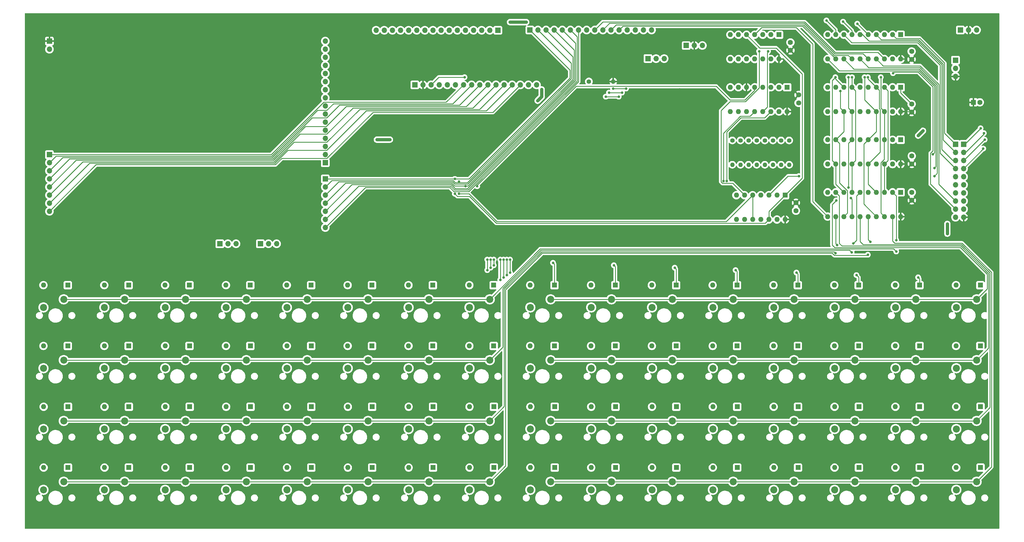
<source format=gbr>
%TF.GenerationSoftware,KiCad,Pcbnew,7.0.10*%
%TF.CreationDate,2025-05-20T06:51:38+01:00*%
%TF.ProjectId,BeanBoard,4265616e-426f-4617-9264-2e6b69636164,rev?*%
%TF.SameCoordinates,Original*%
%TF.FileFunction,Copper,L1,Top*%
%TF.FilePolarity,Positive*%
%FSLAX46Y46*%
G04 Gerber Fmt 4.6, Leading zero omitted, Abs format (unit mm)*
G04 Created by KiCad (PCBNEW 7.0.10) date 2025-05-20 06:51:38*
%MOMM*%
%LPD*%
G01*
G04 APERTURE LIST*
%TA.AperFunction,ComponentPad*%
%ADD10R,1.700000X1.700000*%
%TD*%
%TA.AperFunction,ComponentPad*%
%ADD11O,1.700000X1.700000*%
%TD*%
%TA.AperFunction,ComponentPad*%
%ADD12C,1.400000*%
%TD*%
%TA.AperFunction,ComponentPad*%
%ADD13O,1.400000X1.400000*%
%TD*%
%TA.AperFunction,ComponentPad*%
%ADD14C,2.200000*%
%TD*%
%TA.AperFunction,ComponentPad*%
%ADD15R,1.600000X1.600000*%
%TD*%
%TA.AperFunction,ComponentPad*%
%ADD16O,1.600000X1.600000*%
%TD*%
%TA.AperFunction,ComponentPad*%
%ADD17C,1.600000*%
%TD*%
%TA.AperFunction,ViaPad*%
%ADD18C,0.800000*%
%TD*%
%TA.AperFunction,Conductor*%
%ADD19C,1.000000*%
%TD*%
%TA.AperFunction,Conductor*%
%ADD20C,0.250000*%
%TD*%
G04 APERTURE END LIST*
D10*
%TO.P,J1,1,Pin_1*%
%TO.N,/A0*%
X151721251Y-105788585D03*
D11*
%TO.P,J1,2,Pin_2*%
%TO.N,/A1*%
X151721251Y-103248585D03*
%TO.P,J1,3,Pin_3*%
%TO.N,/A2*%
X151721251Y-100708585D03*
%TO.P,J1,4,Pin_4*%
%TO.N,/A3*%
X151721251Y-98168585D03*
%TO.P,J1,5,Pin_5*%
%TO.N,/A4*%
X151721251Y-95628585D03*
%TO.P,J1,6,Pin_6*%
%TO.N,/A5*%
X151721251Y-93088585D03*
%TO.P,J1,7,Pin_7*%
%TO.N,/A6*%
X151721251Y-90548585D03*
%TO.P,J1,8,Pin_8*%
%TO.N,/A7*%
X151721251Y-88008585D03*
%TO.P,J1,9,Pin_9*%
%TO.N,/A8*%
X151721251Y-85468585D03*
%TO.P,J1,10,Pin_10*%
%TO.N,/A9*%
X151721251Y-82928585D03*
%TO.P,J1,11,Pin_11*%
%TO.N,/A10*%
X151721251Y-80388585D03*
%TO.P,J1,12,Pin_12*%
%TO.N,/A11*%
X151721251Y-77848585D03*
%TO.P,J1,13,Pin_13*%
%TO.N,/A12*%
X151721251Y-75308585D03*
%TO.P,J1,14,Pin_14*%
%TO.N,/A13*%
X151721251Y-72768585D03*
%TO.P,J1,15,Pin_15*%
%TO.N,/A14*%
X151721251Y-70228585D03*
%TO.P,J1,16,Pin_16*%
%TO.N,/A15*%
X151721251Y-67688585D03*
%TD*%
D12*
%TO.P,R8,1*%
%TO.N,GND*%
X289306000Y-98806000D03*
D13*
%TO.P,R8,2*%
%TO.N,Net-(D07-K)*%
X289306000Y-106426000D03*
%TD*%
D14*
%TO.P,SW15,1,1*%
%TO.N,Net-(U2-O1)*%
X317500000Y-148590000D03*
%TO.P,SW15,2,2*%
%TO.N,Net-(D15-A)*%
X311150000Y-151130000D03*
%TD*%
D15*
%TO.P,U4,1,OE*%
%TO.N,GND*%
X331830000Y-82136666D03*
D16*
%TO.P,U4,2,O0*%
%TO.N,/GPO0*%
X329290000Y-82136666D03*
%TO.P,U4,3,D0*%
%TO.N,/D0*%
X326750000Y-82136666D03*
%TO.P,U4,4,D1*%
%TO.N,/D1*%
X324210000Y-82136666D03*
%TO.P,U4,5,O1*%
%TO.N,/GPO1*%
X321670000Y-82136666D03*
%TO.P,U4,6,O2*%
%TO.N,/GPO2*%
X319130000Y-82136666D03*
%TO.P,U4,7,D2*%
%TO.N,/D2*%
X316590000Y-82136666D03*
%TO.P,U4,8,D3*%
%TO.N,/D3*%
X314050000Y-82136666D03*
%TO.P,U4,9,O3*%
%TO.N,/GPO3*%
X311510000Y-82136666D03*
%TO.P,U4,10,GND*%
%TO.N,GND*%
X308970000Y-82136666D03*
%TO.P,U4,11,LE*%
%TO.N,/GPIO_WR*%
X308970000Y-89756666D03*
%TO.P,U4,12,O4*%
%TO.N,/GPO4*%
X311510000Y-89756666D03*
%TO.P,U4,13,D4*%
%TO.N,/D4*%
X314050000Y-89756666D03*
%TO.P,U4,14,D5*%
%TO.N,/D5*%
X316590000Y-89756666D03*
%TO.P,U4,15,O5*%
%TO.N,/GPO5*%
X319130000Y-89756666D03*
%TO.P,U4,16,O6*%
%TO.N,/GPO6*%
X321670000Y-89756666D03*
%TO.P,U4,17,D6*%
%TO.N,/D6*%
X324210000Y-89756666D03*
%TO.P,U4,18,D7*%
%TO.N,/D7*%
X326750000Y-89756666D03*
%TO.P,U4,19,O7*%
%TO.N,/GPO7*%
X329290000Y-89756666D03*
%TO.P,U4,20,VCC*%
%TO.N,VCC*%
X331830000Y-89756666D03*
%TD*%
D14*
%TO.P,SW63,1,1*%
%TO.N,Net-(U2-O6)*%
X127000000Y-205740000D03*
%TO.P,SW63,2,2*%
%TO.N,Net-(D63-A)*%
X120650000Y-208280000D03*
%TD*%
D15*
%TO.P,D16,1,K*%
%TO.N,Net-(D06-K)*%
X337739962Y-144149733D03*
D16*
%TO.P,D16,2,A*%
%TO.N,Net-(D16-A)*%
X330119962Y-144149733D03*
%TD*%
D17*
%TO.P,C7,1*%
%TO.N,GND*%
X335320000Y-115062000D03*
%TO.P,C7,2*%
%TO.N,VCC*%
X335320000Y-117562000D03*
%TD*%
D14*
%TO.P,SW51,1,1*%
%TO.N,Net-(U2-O5)*%
X241300000Y-186690000D03*
%TO.P,SW51,2,2*%
%TO.N,Net-(D51-A)*%
X234950000Y-189230000D03*
%TD*%
D15*
%TO.P,D61,1,K*%
%TO.N,Net-(D01-K)*%
X90229978Y-201309476D03*
D16*
%TO.P,D61,2,A*%
%TO.N,Net-(D61-A)*%
X82609978Y-201309476D03*
%TD*%
D15*
%TO.P,D13,1,K*%
%TO.N,Net-(D03-K)*%
X280607113Y-144149733D03*
D16*
%TO.P,D13,2,A*%
%TO.N,Net-(D13-A)*%
X272987113Y-144149733D03*
%TD*%
D15*
%TO.P,D43,1,K*%
%TO.N,Net-(D03-K)*%
X128318544Y-182254820D03*
D16*
%TO.P,D43,2,A*%
%TO.N,Net-(D43-A)*%
X120698544Y-182254820D03*
%TD*%
D12*
%TO.P,R7,1*%
%TO.N,GND*%
X291846000Y-98806000D03*
D13*
%TO.P,R7,2*%
%TO.N,Net-(D06-K)*%
X291846000Y-106426000D03*
%TD*%
D15*
%TO.P,U3,1,OEa*%
%TO.N,/~{KB_RD}*%
X331830000Y-98593332D03*
D16*
%TO.P,U3,2,I0a*%
%TO.N,Net-(D00-K)*%
X329290000Y-98593332D03*
%TO.P,U3,3,O3b*%
%TO.N,/D7*%
X326750000Y-98593332D03*
%TO.P,U3,4,I1a*%
%TO.N,Net-(D01-K)*%
X324210000Y-98593332D03*
%TO.P,U3,5,O2b*%
%TO.N,/D6*%
X321670000Y-98593332D03*
%TO.P,U3,6,I2a*%
%TO.N,Net-(D02-K)*%
X319130000Y-98593332D03*
%TO.P,U3,7,O1b*%
%TO.N,/D5*%
X316590000Y-98593332D03*
%TO.P,U3,8,I3a*%
%TO.N,Net-(D03-K)*%
X314050000Y-98593332D03*
%TO.P,U3,9,O0b*%
%TO.N,/D4*%
X311510000Y-98593332D03*
%TO.P,U3,10,GND*%
%TO.N,GND*%
X308970000Y-98593332D03*
%TO.P,U3,11,I0b*%
%TO.N,Net-(D04-K)*%
X308970000Y-106213332D03*
%TO.P,U3,12,O3a*%
%TO.N,/D3*%
X311510000Y-106213332D03*
%TO.P,U3,13,I1b*%
%TO.N,Net-(D05-K)*%
X314050000Y-106213332D03*
%TO.P,U3,14,O2a*%
%TO.N,/D2*%
X316590000Y-106213332D03*
%TO.P,U3,15,I2b*%
%TO.N,Net-(D06-K)*%
X319130000Y-106213332D03*
%TO.P,U3,16,O1a*%
%TO.N,/D1*%
X321670000Y-106213332D03*
%TO.P,U3,17,I3b*%
%TO.N,Net-(D07-K)*%
X324210000Y-106213332D03*
%TO.P,U3,18,O0a*%
%TO.N,/D0*%
X326750000Y-106213332D03*
%TO.P,U3,19,OEb*%
%TO.N,/~{KB_RD}*%
X329290000Y-106213332D03*
%TO.P,U3,20,VCC*%
%TO.N,VCC*%
X331830000Y-106213332D03*
%TD*%
D15*
%TO.P,D12,1,K*%
%TO.N,Net-(D02-K)*%
X261562830Y-144149733D03*
D16*
%TO.P,D12,2,A*%
%TO.N,Net-(D12-A)*%
X253942830Y-144149733D03*
%TD*%
D10*
%TO.P,J11,1,Pin_1*%
%TO.N,/~{RD}*%
X215754710Y-64191741D03*
D11*
%TO.P,J11,2,Pin_2*%
%TO.N,/~{WR}*%
X218294710Y-64191741D03*
%TO.P,J11,3,Pin_3*%
%TO.N,/~{MREQ}*%
X220834710Y-64191741D03*
%TO.P,J11,4,Pin_4*%
%TO.N,/~{IORQ}*%
X223374710Y-64191741D03*
%TO.P,J11,5,Pin_5*%
%TO.N,/~{RESET}*%
X225914710Y-64191741D03*
%TO.P,J11,6,Pin_6*%
%TO.N,/~{CLK}*%
X228454710Y-64191741D03*
%TO.P,J11,7,Pin_7*%
%TO.N,/~{CLKINH}*%
X230994710Y-64191741D03*
%TO.P,J11,8,Pin_8*%
%TO.N,GND*%
X233534710Y-64191741D03*
%TO.P,J11,9,Pin_9*%
%TO.N,/D0*%
X236074710Y-64191741D03*
%TO.P,J11,10,Pin_10*%
%TO.N,/D1*%
X238614710Y-64191741D03*
%TO.P,J11,11,Pin_11*%
%TO.N,/D2*%
X241154710Y-64191741D03*
%TO.P,J11,12,Pin_12*%
%TO.N,/D3*%
X243694710Y-64191741D03*
%TO.P,J11,13,Pin_13*%
%TO.N,/D4*%
X246234710Y-64191741D03*
%TO.P,J11,14,Pin_14*%
%TO.N,/D5*%
X248774710Y-64191741D03*
%TO.P,J11,15,Pin_15*%
%TO.N,/D6*%
X251314710Y-64191741D03*
%TO.P,J11,16,Pin_16*%
%TO.N,/D7*%
X253854710Y-64191741D03*
%TD*%
D17*
%TO.P,C6,1*%
%TO.N,GND*%
X335320000Y-103672000D03*
%TO.P,C6,2*%
%TO.N,VCC*%
X335320000Y-106172000D03*
%TD*%
D15*
%TO.P,D35,1,K*%
%TO.N,Net-(D05-K)*%
X318709249Y-163199733D03*
D16*
%TO.P,D35,2,A*%
%TO.N,Net-(D35-A)*%
X311089249Y-163199733D03*
%TD*%
D14*
%TO.P,SW17,1,1*%
%TO.N,Net-(U2-O1)*%
X355600000Y-148590000D03*
%TO.P,SW17,2,2*%
%TO.N,Net-(D17-A)*%
X349250000Y-151130000D03*
%TD*%
D10*
%TO.P,J3,1,Pin_1*%
%TO.N,/~{RD}*%
X151721251Y-110868585D03*
D11*
%TO.P,J3,2,Pin_2*%
%TO.N,/~{WR}*%
X151721251Y-113408585D03*
%TO.P,J3,3,Pin_3*%
%TO.N,/~{MREQ}*%
X151721251Y-115948585D03*
%TO.P,J3,4,Pin_4*%
%TO.N,/~{IORQ}*%
X151721251Y-118488585D03*
%TO.P,J3,5,Pin_5*%
%TO.N,/~{RESET}*%
X151721251Y-121028585D03*
%TO.P,J3,6,Pin_6*%
%TO.N,/~{CLK}*%
X151721251Y-123568585D03*
%TO.P,J3,7,Pin_7*%
%TO.N,/~{CLKINH}*%
X151721251Y-126108585D03*
%TD*%
D17*
%TO.P,C4,1*%
%TO.N,VCC*%
X299880000Y-84540000D03*
%TO.P,C4,2*%
%TO.N,GND*%
X299880000Y-87040000D03*
%TD*%
D15*
%TO.P,D50,1,K*%
%TO.N,Net-(D00-K)*%
X223539959Y-182254820D03*
D16*
%TO.P,D50,2,A*%
%TO.N,Net-(D50-A)*%
X215919959Y-182254820D03*
%TD*%
D14*
%TO.P,SW35,1,1*%
%TO.N,Net-(U2-O3)*%
X317500000Y-167640000D03*
%TO.P,SW35,2,2*%
%TO.N,Net-(D35-A)*%
X311150000Y-170180000D03*
%TD*%
D15*
%TO.P,D02,1,K*%
%TO.N,Net-(D02-K)*%
X109208566Y-144149733D03*
D16*
%TO.P,D02,2,A*%
%TO.N,Net-(D02-A)*%
X101588566Y-144149733D03*
%TD*%
D15*
%TO.P,D45,1,K*%
%TO.N,Net-(D05-K)*%
X166407110Y-182254820D03*
D16*
%TO.P,D45,2,A*%
%TO.N,Net-(D45-A)*%
X158787110Y-182254820D03*
%TD*%
D15*
%TO.P,D04,1,K*%
%TO.N,Net-(D04-K)*%
X147297132Y-144149733D03*
D16*
%TO.P,D04,2,A*%
%TO.N,Net-(D04-A)*%
X139677132Y-144149733D03*
%TD*%
D10*
%TO.P,RV1,1,1*%
%TO.N,GND*%
X348996000Y-73660000D03*
D11*
%TO.P,RV1,2,2*%
%TO.N,/LCD_V0*%
X348996000Y-76200000D03*
%TO.P,RV1,3,3*%
%TO.N,VCC*%
X348996000Y-78740000D03*
%TD*%
D14*
%TO.P,SW20,1,1*%
%TO.N,Net-(U2-O2)*%
X69850000Y-167640000D03*
%TO.P,SW20,2,2*%
%TO.N,Net-(D20-A)*%
X63500000Y-170180000D03*
%TD*%
%TO.P,SW73,1,1*%
%TO.N,Net-(U2-O7)*%
X279400000Y-205740000D03*
%TO.P,SW73,2,2*%
%TO.N,Net-(D73-A)*%
X273050000Y-208280000D03*
%TD*%
%TO.P,SW32,1,1*%
%TO.N,Net-(U2-O3)*%
X260350000Y-167640000D03*
%TO.P,SW32,2,2*%
%TO.N,Net-(D32-A)*%
X254000000Y-170180000D03*
%TD*%
%TO.P,SW31,1,1*%
%TO.N,Net-(U2-O3)*%
X241300000Y-167640000D03*
%TO.P,SW31,2,2*%
%TO.N,Net-(D31-A)*%
X234950000Y-170180000D03*
%TD*%
D10*
%TO.P,J5,1,Pin_1*%
%TO.N,unconnected-(J5-Pin_1-Pad1)*%
X131401251Y-131188585D03*
D11*
%TO.P,J5,2,Pin_2*%
%TO.N,/~{USB_IORQ}*%
X133941251Y-131188585D03*
%TO.P,J5,3,Pin_3*%
%TO.N,unconnected-(J5-Pin_3-Pad3)*%
X136481251Y-131188585D03*
%TD*%
D14*
%TO.P,SW34,1,1*%
%TO.N,Net-(U2-O3)*%
X298450000Y-167640000D03*
%TO.P,SW34,2,2*%
%TO.N,Net-(D34-A)*%
X292100000Y-170180000D03*
%TD*%
%TO.P,SW46,1,1*%
%TO.N,Net-(U2-O4)*%
X184150000Y-186690000D03*
%TO.P,SW46,2,2*%
%TO.N,Net-(D46-A)*%
X177800000Y-189230000D03*
%TD*%
%TO.P,SW70,1,1*%
%TO.N,Net-(U2-O7)*%
X222250000Y-205740000D03*
%TO.P,SW70,2,2*%
%TO.N,Net-(D70-A)*%
X215900000Y-208280000D03*
%TD*%
%TO.P,SW41,1,1*%
%TO.N,Net-(U2-O4)*%
X88900000Y-186690000D03*
%TO.P,SW41,2,2*%
%TO.N,Net-(D41-A)*%
X82550000Y-189230000D03*
%TD*%
D10*
%TO.P,J13,1,Pin_1*%
%TO.N,GND*%
X264683000Y-69063000D03*
D11*
%TO.P,J13,2,Pin_2*%
%TO.N,VCC*%
X267223000Y-69063000D03*
%TO.P,J13,3,Pin_3*%
%TO.N,GND*%
X269763000Y-69063000D03*
%TD*%
D14*
%TO.P,SW30,1,1*%
%TO.N,Net-(U2-O3)*%
X222250000Y-167640000D03*
%TO.P,SW30,2,2*%
%TO.N,Net-(D30-A)*%
X215900000Y-170180000D03*
%TD*%
D12*
%TO.P,R5,1*%
%TO.N,GND*%
X296926000Y-98806000D03*
D13*
%TO.P,R5,2*%
%TO.N,Net-(D04-K)*%
X296926000Y-106426000D03*
%TD*%
D15*
%TO.P,D70,1,K*%
%TO.N,Net-(D00-K)*%
X223539959Y-201309476D03*
D16*
%TO.P,D70,2,A*%
%TO.N,Net-(D70-A)*%
X215919959Y-201309476D03*
%TD*%
D15*
%TO.P,D75,1,K*%
%TO.N,Net-(D05-K)*%
X318761374Y-201309476D03*
D16*
%TO.P,D75,2,A*%
%TO.N,Net-(D75-A)*%
X311141374Y-201309476D03*
%TD*%
D15*
%TO.P,D36,1,K*%
%TO.N,Net-(D06-K)*%
X337753532Y-163199733D03*
D16*
%TO.P,D36,2,A*%
%TO.N,Net-(D36-A)*%
X330133532Y-163199733D03*
%TD*%
D12*
%TO.P,R9,1*%
%TO.N,/LCD_LED_VCC*%
X234250536Y-80339768D03*
D13*
%TO.P,R9,2*%
%TO.N,VCC*%
X241870536Y-80339768D03*
%TD*%
D15*
%TO.P,D31,1,K*%
%TO.N,Net-(D01-K)*%
X242532117Y-163199733D03*
D16*
%TO.P,D31,2,A*%
%TO.N,Net-(D31-A)*%
X234912117Y-163199733D03*
%TD*%
D15*
%TO.P,D54,1,K*%
%TO.N,Net-(D04-K)*%
X299717091Y-182254820D03*
D16*
%TO.P,D54,2,A*%
%TO.N,Net-(D54-A)*%
X292097091Y-182254820D03*
%TD*%
D15*
%TO.P,U7,1*%
%TO.N,/~{LCD_E}*%
X293760000Y-65680000D03*
D16*
%TO.P,U7,2*%
%TO.N,/LCD_E*%
X291220000Y-65680000D03*
%TO.P,U7,3*%
%TO.N,/~{KB_WR}*%
X288680000Y-65680000D03*
%TO.P,U7,4*%
%TO.N,/KB_WR*%
X286140000Y-65680000D03*
%TO.P,U7,5*%
%TO.N,/~{RD}*%
X283600000Y-65680000D03*
%TO.P,U7,6*%
%TO.N,/RD*%
X281060000Y-65680000D03*
%TO.P,U7,7,GND*%
%TO.N,GND*%
X278520000Y-65680000D03*
%TO.P,U7,8*%
%TO.N,/GPIO_WR*%
X278520000Y-73300000D03*
%TO.P,U7,9*%
%TO.N,/~{GPIO_WR}*%
X281060000Y-73300000D03*
%TO.P,U7,10*%
%TO.N,unconnected-(U7-Pad10)*%
X283600000Y-73300000D03*
%TO.P,U7,11*%
%TO.N,GND*%
X286140000Y-73300000D03*
%TO.P,U7,12*%
%TO.N,unconnected-(U7-Pad12)*%
X288680000Y-73300000D03*
%TO.P,U7,13*%
%TO.N,GND*%
X291220000Y-73300000D03*
%TO.P,U7,14,VCC*%
%TO.N,VCC*%
X293760000Y-73300000D03*
%TD*%
D14*
%TO.P,SW66,1,1*%
%TO.N,Net-(U2-O6)*%
X184150000Y-205740000D03*
%TO.P,SW66,2,2*%
%TO.N,Net-(D66-A)*%
X177800000Y-208280000D03*
%TD*%
%TO.P,SW76,1,1*%
%TO.N,Net-(U2-O7)*%
X336550000Y-205740000D03*
%TO.P,SW76,2,2*%
%TO.N,Net-(D76-A)*%
X330200000Y-208280000D03*
%TD*%
%TO.P,SW13,1,1*%
%TO.N,Net-(U2-O1)*%
X279400000Y-148590000D03*
%TO.P,SW13,2,2*%
%TO.N,Net-(D13-A)*%
X273050000Y-151130000D03*
%TD*%
D15*
%TO.P,D01,1,K*%
%TO.N,Net-(D01-K)*%
X90164283Y-144149733D03*
D16*
%TO.P,D01,2,A*%
%TO.N,Net-(D01-A)*%
X82544283Y-144149733D03*
%TD*%
D14*
%TO.P,SW52,1,1*%
%TO.N,Net-(U2-O5)*%
X260350000Y-186690000D03*
%TO.P,SW52,2,2*%
%TO.N,Net-(D52-A)*%
X254000000Y-189230000D03*
%TD*%
D15*
%TO.P,D56,1,K*%
%TO.N,Net-(D06-K)*%
X337805657Y-182254820D03*
D16*
%TO.P,D56,2,A*%
%TO.N,Net-(D56-A)*%
X330185657Y-182254820D03*
%TD*%
D14*
%TO.P,SW23,1,1*%
%TO.N,Net-(U2-O2)*%
X127000000Y-167640000D03*
%TO.P,SW23,2,2*%
%TO.N,Net-(D23-A)*%
X120650000Y-170180000D03*
%TD*%
%TO.P,SW00,1,1*%
%TO.N,Net-(U2-O0)*%
X69850000Y-148590000D03*
%TO.P,SW00,2,2*%
%TO.N,Net-(D00-A)*%
X63500000Y-151130000D03*
%TD*%
D15*
%TO.P,D74,1,K*%
%TO.N,Net-(D04-K)*%
X299717091Y-201309476D03*
D16*
%TO.P,D74,2,A*%
%TO.N,Net-(D74-A)*%
X292097091Y-201309476D03*
%TD*%
D10*
%TO.P,J7,1,Pin_1*%
%TO.N,GND*%
X179746175Y-81403585D03*
D11*
%TO.P,J7,2,Pin_2*%
%TO.N,VCC*%
X182286175Y-81403585D03*
%TO.P,J7,3,Pin_3*%
%TO.N,/LCD_V0*%
X184826175Y-81403585D03*
%TO.P,J7,4,Pin_4*%
%TO.N,/A0*%
X187366175Y-81403585D03*
%TO.P,J7,5,Pin_5*%
%TO.N,/RD*%
X189906175Y-81403585D03*
%TO.P,J7,6,Pin_6*%
%TO.N,/LCD_E*%
X192446175Y-81403585D03*
%TO.P,J7,7,Pin_7*%
%TO.N,/D0*%
X194986175Y-81403585D03*
%TO.P,J7,8,Pin_8*%
%TO.N,/D1*%
X197526175Y-81403585D03*
%TO.P,J7,9,Pin_9*%
%TO.N,/D2*%
X200066175Y-81403585D03*
%TO.P,J7,10,Pin_10*%
%TO.N,/D3*%
X202606175Y-81403585D03*
%TO.P,J7,11,Pin_11*%
%TO.N,/D4*%
X205146175Y-81403585D03*
%TO.P,J7,12,Pin_12*%
%TO.N,/D5*%
X207686175Y-81403585D03*
%TO.P,J7,13,Pin_13*%
%TO.N,/D6*%
X210226175Y-81403585D03*
%TO.P,J7,14,Pin_14*%
%TO.N,/D7*%
X212766175Y-81403585D03*
%TO.P,J7,15,Pin_15*%
%TO.N,/LCD_LED_VCC*%
X215306175Y-81403585D03*
%TO.P,J7,16,Pin_16*%
%TO.N,GND*%
X217846175Y-81403585D03*
%TD*%
D15*
%TO.P,D15,1,K*%
%TO.N,Net-(D05-K)*%
X318695679Y-144149733D03*
D16*
%TO.P,D15,2,A*%
%TO.N,Net-(D15-A)*%
X311075679Y-144149733D03*
%TD*%
D15*
%TO.P,D47,1,K*%
%TO.N,Net-(D07-K)*%
X204495676Y-182254820D03*
D16*
%TO.P,D47,2,A*%
%TO.N,Net-(D47-A)*%
X196875676Y-182254820D03*
%TD*%
D14*
%TO.P,SW45,1,1*%
%TO.N,Net-(U2-O4)*%
X165100000Y-186690000D03*
%TO.P,SW45,2,2*%
%TO.N,Net-(D45-A)*%
X158750000Y-189230000D03*
%TD*%
%TO.P,SW71,1,1*%
%TO.N,Net-(U2-O7)*%
X241300000Y-205740000D03*
%TO.P,SW71,2,2*%
%TO.N,Net-(D71-A)*%
X234950000Y-208280000D03*
%TD*%
%TO.P,SW47,1,1*%
%TO.N,Net-(U2-O4)*%
X203200000Y-186690000D03*
%TO.P,SW47,2,2*%
%TO.N,Net-(D47-A)*%
X196850000Y-189230000D03*
%TD*%
D10*
%TO.P,J8,1,Pin_1*%
%TO.N,/GPO0*%
X351540000Y-100000000D03*
D11*
%TO.P,J8,2,Pin_2*%
%TO.N,/GPO1*%
X351540000Y-102540000D03*
%TO.P,J8,3,Pin_3*%
%TO.N,/GPO2*%
X351540000Y-105080000D03*
%TO.P,J8,4,Pin_4*%
%TO.N,/GPO3*%
X351540000Y-107620000D03*
%TO.P,J8,5,Pin_5*%
%TO.N,/GPO4*%
X351540000Y-110160000D03*
%TO.P,J8,6,Pin_6*%
%TO.N,/GPO5*%
X351540000Y-112700000D03*
%TO.P,J8,7,Pin_7*%
%TO.N,/GPO6*%
X351540000Y-115240000D03*
%TO.P,J8,8,Pin_8*%
%TO.N,/GPO7*%
X351540000Y-117780000D03*
%TO.P,J8,9,Pin_9*%
%TO.N,/~{GPIO_WR}*%
X351540000Y-120320000D03*
%TO.P,J8,10,Pin_10*%
%TO.N,VCC*%
X351540000Y-122860000D03*
%TD*%
D10*
%TO.P,J10,1,Pin_1*%
%TO.N,/A0*%
X205740000Y-64265122D03*
D11*
%TO.P,J10,2,Pin_2*%
%TO.N,/A1*%
X203200000Y-64265122D03*
%TO.P,J10,3,Pin_3*%
%TO.N,/A2*%
X200660000Y-64265122D03*
%TO.P,J10,4,Pin_4*%
%TO.N,/A3*%
X198120000Y-64265122D03*
%TO.P,J10,5,Pin_5*%
%TO.N,/A4*%
X195580000Y-64265122D03*
%TO.P,J10,6,Pin_6*%
%TO.N,/A5*%
X193040000Y-64265122D03*
%TO.P,J10,7,Pin_7*%
%TO.N,/A6*%
X190500000Y-64265122D03*
%TO.P,J10,8,Pin_8*%
%TO.N,/A7*%
X187960000Y-64265122D03*
%TO.P,J10,9,Pin_9*%
%TO.N,/A8*%
X185420000Y-64265122D03*
%TO.P,J10,10,Pin_10*%
%TO.N,/A9*%
X182880000Y-64265122D03*
%TO.P,J10,11,Pin_11*%
%TO.N,/A10*%
X180340000Y-64265122D03*
%TO.P,J10,12,Pin_12*%
%TO.N,/A11*%
X177800000Y-64265122D03*
%TO.P,J10,13,Pin_13*%
%TO.N,/A12*%
X175260000Y-64265122D03*
%TO.P,J10,14,Pin_14*%
%TO.N,/A13*%
X172720000Y-64265122D03*
%TO.P,J10,15,Pin_15*%
%TO.N,/A14*%
X170180000Y-64265122D03*
%TO.P,J10,16,Pin_16*%
%TO.N,/A15*%
X167640000Y-64265122D03*
%TD*%
D15*
%TO.P,D77,1,K*%
%TO.N,Net-(D07-K)*%
X356849944Y-201309476D03*
D16*
%TO.P,D77,2,A*%
%TO.N,Net-(D77-A)*%
X349229944Y-201309476D03*
%TD*%
D14*
%TO.P,SW12,1,1*%
%TO.N,Net-(U2-O1)*%
X260350000Y-148590000D03*
%TO.P,SW12,2,2*%
%TO.N,Net-(D12-A)*%
X254000000Y-151130000D03*
%TD*%
D15*
%TO.P,C8,1*%
%TO.N,VCC*%
X354616000Y-86868000D03*
D17*
%TO.P,C8,2*%
%TO.N,GND*%
X356616000Y-86868000D03*
%TD*%
D14*
%TO.P,SW57,1,1*%
%TO.N,Net-(U2-O5)*%
X355600000Y-186690000D03*
%TO.P,SW57,2,2*%
%TO.N,Net-(D57-A)*%
X349250000Y-189230000D03*
%TD*%
D15*
%TO.P,D05,1,K*%
%TO.N,Net-(D05-K)*%
X166341415Y-144149733D03*
D16*
%TO.P,D05,2,A*%
%TO.N,Net-(D05-A)*%
X158721415Y-144149733D03*
%TD*%
D15*
%TO.P,D55,1,K*%
%TO.N,Net-(D05-K)*%
X318761374Y-182254820D03*
D16*
%TO.P,D55,2,A*%
%TO.N,Net-(D55-A)*%
X311141374Y-182254820D03*
%TD*%
D14*
%TO.P,SW37,1,1*%
%TO.N,Net-(U2-O3)*%
X355600000Y-167640000D03*
%TO.P,SW37,2,2*%
%TO.N,Net-(D37-A)*%
X349250000Y-170180000D03*
%TD*%
D15*
%TO.P,D11,1,K*%
%TO.N,Net-(D01-K)*%
X242518547Y-144149733D03*
D16*
%TO.P,D11,2,A*%
%TO.N,Net-(D11-A)*%
X234898547Y-144149733D03*
%TD*%
D14*
%TO.P,SW77,1,1*%
%TO.N,Net-(U2-O7)*%
X355600000Y-205740000D03*
%TO.P,SW77,2,2*%
%TO.N,Net-(D77-A)*%
X349250000Y-208280000D03*
%TD*%
D15*
%TO.P,D40,1,K*%
%TO.N,Net-(D00-K)*%
X71185695Y-182254820D03*
D16*
%TO.P,D40,2,A*%
%TO.N,Net-(D40-A)*%
X63565695Y-182254820D03*
%TD*%
D15*
%TO.P,D34,1,K*%
%TO.N,Net-(D04-K)*%
X299664966Y-163199733D03*
D16*
%TO.P,D34,2,A*%
%TO.N,Net-(D34-A)*%
X292044966Y-163199733D03*
%TD*%
D10*
%TO.P,J4,1,Pin_1*%
%TO.N,VCC*%
X65361251Y-67688585D03*
D11*
%TO.P,J4,2,Pin_2*%
%TO.N,GND*%
X65361251Y-70228585D03*
%TD*%
D14*
%TO.P,SW02,1,1*%
%TO.N,Net-(U2-O0)*%
X107950000Y-148590000D03*
%TO.P,SW02,2,2*%
%TO.N,Net-(D02-A)*%
X101600000Y-151130000D03*
%TD*%
D15*
%TO.P,D27,1,K*%
%TO.N,Net-(D07-K)*%
X204443551Y-163199733D03*
D16*
%TO.P,D27,2,A*%
%TO.N,Net-(D27-A)*%
X196823551Y-163199733D03*
%TD*%
D14*
%TO.P,SW65,1,1*%
%TO.N,Net-(U2-O6)*%
X165100000Y-205740000D03*
%TO.P,SW65,2,2*%
%TO.N,Net-(D65-A)*%
X158750000Y-208280000D03*
%TD*%
%TO.P,SW62,1,1*%
%TO.N,Net-(U2-O6)*%
X107950000Y-205740000D03*
%TO.P,SW62,2,2*%
%TO.N,Net-(D62-A)*%
X101600000Y-208280000D03*
%TD*%
%TO.P,SW74,1,1*%
%TO.N,Net-(U2-O7)*%
X298450000Y-205740000D03*
%TO.P,SW74,2,2*%
%TO.N,Net-(D74-A)*%
X292100000Y-208280000D03*
%TD*%
%TO.P,SW22,1,1*%
%TO.N,Net-(U2-O2)*%
X107950000Y-167640000D03*
%TO.P,SW22,2,2*%
%TO.N,Net-(D22-A)*%
X101600000Y-170180000D03*
%TD*%
D12*
%TO.P,R6,1*%
%TO.N,GND*%
X294386000Y-98806000D03*
D13*
%TO.P,R6,2*%
%TO.N,Net-(D05-K)*%
X294386000Y-106426000D03*
%TD*%
D14*
%TO.P,SW55,1,1*%
%TO.N,Net-(U2-O5)*%
X317500000Y-186690000D03*
%TO.P,SW55,2,2*%
%TO.N,Net-(D55-A)*%
X311150000Y-189230000D03*
%TD*%
D10*
%TO.P,J9,1,Pin_1*%
%TO.N,/GPI0*%
X349000000Y-100000000D03*
D11*
%TO.P,J9,2,Pin_2*%
%TO.N,/GPI1*%
X349000000Y-102540000D03*
%TO.P,J9,3,Pin_3*%
%TO.N,/GPI2*%
X349000000Y-105080000D03*
%TO.P,J9,4,Pin_4*%
%TO.N,/GPI3*%
X349000000Y-107620000D03*
%TO.P,J9,5,Pin_5*%
%TO.N,/GPI4*%
X349000000Y-110160000D03*
%TO.P,J9,6,Pin_6*%
%TO.N,/GPI5*%
X349000000Y-112700000D03*
%TO.P,J9,7,Pin_7*%
%TO.N,/GPI6*%
X349000000Y-115240000D03*
%TO.P,J9,8,Pin_8*%
%TO.N,/GPI7*%
X349000000Y-117780000D03*
%TO.P,J9,9,Pin_9*%
%TO.N,/~{GPIO_RD}*%
X349000000Y-120320000D03*
%TO.P,J9,10,Pin_10*%
%TO.N,GND*%
X349000000Y-122860000D03*
%TD*%
D15*
%TO.P,D67,1,K*%
%TO.N,Net-(D07-K)*%
X204495676Y-201309476D03*
D16*
%TO.P,D67,2,A*%
%TO.N,Net-(D67-A)*%
X196875676Y-201309476D03*
%TD*%
D15*
%TO.P,D32,1,K*%
%TO.N,Net-(D02-K)*%
X261576400Y-163199733D03*
D16*
%TO.P,D32,2,A*%
%TO.N,Net-(D32-A)*%
X253956400Y-163199733D03*
%TD*%
D15*
%TO.P,D23,1,K*%
%TO.N,Net-(D03-K)*%
X128266419Y-163199733D03*
D16*
%TO.P,D23,2,A*%
%TO.N,Net-(D23-A)*%
X120646419Y-163199733D03*
%TD*%
D12*
%TO.P,R1,1*%
%TO.N,GND*%
X286766000Y-98806000D03*
D13*
%TO.P,R1,2*%
%TO.N,Net-(D00-K)*%
X286766000Y-106426000D03*
%TD*%
D14*
%TO.P,SW03,1,1*%
%TO.N,Net-(U2-O0)*%
X127000000Y-148590000D03*
%TO.P,SW03,2,2*%
%TO.N,Net-(D03-A)*%
X120650000Y-151130000D03*
%TD*%
D15*
%TO.P,D66,1,K*%
%TO.N,Net-(D06-K)*%
X185451393Y-201309476D03*
D16*
%TO.P,D66,2,A*%
%TO.N,Net-(D66-A)*%
X177831393Y-201309476D03*
%TD*%
D15*
%TO.P,D26,1,K*%
%TO.N,Net-(D06-K)*%
X185399268Y-163199733D03*
D16*
%TO.P,D26,2,A*%
%TO.N,Net-(D26-A)*%
X177779268Y-163199733D03*
%TD*%
D15*
%TO.P,D17,1,K*%
%TO.N,Net-(D07-K)*%
X356784249Y-144149733D03*
D16*
%TO.P,D17,2,A*%
%TO.N,Net-(D17-A)*%
X349164249Y-144149733D03*
%TD*%
D15*
%TO.P,D33,1,K*%
%TO.N,Net-(D03-K)*%
X280620683Y-163199733D03*
D16*
%TO.P,D33,2,A*%
%TO.N,Net-(D33-A)*%
X273000683Y-163199733D03*
%TD*%
D14*
%TO.P,SW43,1,1*%
%TO.N,Net-(U2-O4)*%
X127000000Y-186690000D03*
%TO.P,SW43,2,2*%
%TO.N,Net-(D43-A)*%
X120650000Y-189230000D03*
%TD*%
D15*
%TO.P,D41,1,K*%
%TO.N,Net-(D01-K)*%
X90229978Y-182254820D03*
D16*
%TO.P,D41,2,A*%
%TO.N,Net-(D41-A)*%
X82609978Y-182254820D03*
%TD*%
D15*
%TO.P,D37,1,K*%
%TO.N,Net-(D07-K)*%
X356797819Y-163199733D03*
D16*
%TO.P,D37,2,A*%
%TO.N,Net-(D37-A)*%
X349177819Y-163199733D03*
%TD*%
D14*
%TO.P,SW75,1,1*%
%TO.N,Net-(U2-O7)*%
X317500000Y-205740000D03*
%TO.P,SW75,2,2*%
%TO.N,Net-(D75-A)*%
X311150000Y-208280000D03*
%TD*%
%TO.P,SW01,1,1*%
%TO.N,Net-(U2-O0)*%
X88900000Y-148590000D03*
%TO.P,SW01,2,2*%
%TO.N,Net-(D01-A)*%
X82550000Y-151130000D03*
%TD*%
D15*
%TO.P,D25,1,K*%
%TO.N,Net-(D05-K)*%
X166354985Y-163199733D03*
D16*
%TO.P,D25,2,A*%
%TO.N,Net-(D25-A)*%
X158734985Y-163199733D03*
%TD*%
D15*
%TO.P,D06,1,K*%
%TO.N,Net-(D06-K)*%
X185385698Y-144149733D03*
D16*
%TO.P,D06,2,A*%
%TO.N,Net-(D06-A)*%
X177765698Y-144149733D03*
%TD*%
D15*
%TO.P,D73,1,K*%
%TO.N,Net-(D03-K)*%
X280672808Y-201309476D03*
D16*
%TO.P,D73,2,A*%
%TO.N,Net-(D73-A)*%
X273052808Y-201309476D03*
%TD*%
D14*
%TO.P,SW11,1,1*%
%TO.N,Net-(U2-O1)*%
X241300000Y-148590000D03*
%TO.P,SW11,2,2*%
%TO.N,Net-(D11-A)*%
X234950000Y-151130000D03*
%TD*%
D17*
%TO.P,C2,1*%
%TO.N,GND*%
X335280000Y-87416000D03*
%TO.P,C2,2*%
%TO.N,VCC*%
X335280000Y-89916000D03*
%TD*%
%TO.P,C5,1*%
%TO.N,VCC*%
X299070041Y-118342600D03*
%TO.P,C5,2*%
%TO.N,GND*%
X299070041Y-120842600D03*
%TD*%
D15*
%TO.P,U6,1*%
%TO.N,/~{RD}*%
X295660041Y-115962600D03*
D16*
%TO.P,U6,2*%
%TO.N,/~{KB_E}*%
X293120041Y-115962600D03*
%TO.P,U6,3*%
%TO.N,/~{KB_RD}*%
X290580041Y-115962600D03*
%TO.P,U6,4*%
%TO.N,/~{KB_E}*%
X288040041Y-115962600D03*
%TO.P,U6,5*%
%TO.N,/~{WR}*%
X285500041Y-115962600D03*
%TO.P,U6,6*%
%TO.N,/~{KB_WR}*%
X282960041Y-115962600D03*
%TO.P,U6,7,GND*%
%TO.N,GND*%
X280420041Y-115962600D03*
%TO.P,U6,8*%
%TO.N,/~{GPIO_WR}*%
X280420041Y-123582600D03*
%TO.P,U6,9*%
%TO.N,/~{GPIO_E}*%
X282960041Y-123582600D03*
%TO.P,U6,10*%
%TO.N,/~{WR}*%
X285500041Y-123582600D03*
%TO.P,U6,11*%
%TO.N,/~{GPIO_RD}*%
X288040041Y-123582600D03*
%TO.P,U6,12*%
%TO.N,/~{RD}*%
X290580041Y-123582600D03*
%TO.P,U6,13*%
%TO.N,/~{GPIO_E}*%
X293120041Y-123582600D03*
%TO.P,U6,14,VCC*%
%TO.N,VCC*%
X295660041Y-123582600D03*
%TD*%
D17*
%TO.P,C1,1*%
%TO.N,GND*%
X335280000Y-70906000D03*
%TO.P,C1,2*%
%TO.N,VCC*%
X335280000Y-73406000D03*
%TD*%
D14*
%TO.P,SW27,1,1*%
%TO.N,Net-(U2-O2)*%
X203200000Y-167640000D03*
%TO.P,SW27,2,2*%
%TO.N,Net-(D27-A)*%
X196850000Y-170180000D03*
%TD*%
%TO.P,SW24,1,1*%
%TO.N,Net-(U2-O2)*%
X146050000Y-167640000D03*
%TO.P,SW24,2,2*%
%TO.N,Net-(D24-A)*%
X139700000Y-170180000D03*
%TD*%
D15*
%TO.P,D52,1,K*%
%TO.N,Net-(D02-K)*%
X261628525Y-182254820D03*
D16*
%TO.P,D52,2,A*%
%TO.N,Net-(D52-A)*%
X254008525Y-182254820D03*
%TD*%
D14*
%TO.P,SW16,1,1*%
%TO.N,Net-(U2-O1)*%
X336550000Y-148590000D03*
%TO.P,SW16,2,2*%
%TO.N,Net-(D16-A)*%
X330200000Y-151130000D03*
%TD*%
%TO.P,SW61,1,1*%
%TO.N,Net-(U2-O6)*%
X88900000Y-205740000D03*
%TO.P,SW61,2,2*%
%TO.N,Net-(D61-A)*%
X82550000Y-208280000D03*
%TD*%
D10*
%TO.P,JP1,1,A*%
%TO.N,Net-(J6-Pin_1)*%
X252730000Y-73152000D03*
D11*
%TO.P,JP1,2,C*%
%TO.N,Net-(J6-Pin_2)*%
X255270000Y-73152000D03*
%TO.P,JP1,3,B*%
%TO.N,Net-(J6-Pin_3)*%
X257810000Y-73152000D03*
%TD*%
D14*
%TO.P,SW67,1,1*%
%TO.N,Net-(U2-O6)*%
X203200000Y-205740000D03*
%TO.P,SW67,2,2*%
%TO.N,Net-(D67-A)*%
X196850000Y-208280000D03*
%TD*%
D15*
%TO.P,D30,1,K*%
%TO.N,Net-(D00-K)*%
X223487834Y-163199733D03*
D16*
%TO.P,D30,2,A*%
%TO.N,Net-(D30-A)*%
X215867834Y-163199733D03*
%TD*%
D15*
%TO.P,D46,1,K*%
%TO.N,Net-(D06-K)*%
X185451393Y-182254820D03*
D16*
%TO.P,D46,2,A*%
%TO.N,Net-(D46-A)*%
X177831393Y-182254820D03*
%TD*%
D15*
%TO.P,D24,1,K*%
%TO.N,Net-(D04-K)*%
X147310702Y-163199733D03*
D16*
%TO.P,D24,2,A*%
%TO.N,Net-(D24-A)*%
X139690702Y-163199733D03*
%TD*%
D10*
%TO.P,J6,1,Pin_1*%
%TO.N,Net-(J6-Pin_1)*%
X118701251Y-131188585D03*
D11*
%TO.P,J6,2,Pin_2*%
%TO.N,Net-(J6-Pin_2)*%
X121241251Y-131188585D03*
%TO.P,J6,3,Pin_3*%
%TO.N,Net-(J6-Pin_3)*%
X123781251Y-131188585D03*
%TD*%
D15*
%TO.P,D00,1,K*%
%TO.N,Net-(D00-K)*%
X71120000Y-144149733D03*
D16*
%TO.P,D00,2,A*%
%TO.N,Net-(D00-A)*%
X63500000Y-144149733D03*
%TD*%
D15*
%TO.P,D72,1,K*%
%TO.N,Net-(D02-K)*%
X261628525Y-201309476D03*
D16*
%TO.P,D72,2,A*%
%TO.N,Net-(D72-A)*%
X254008525Y-201309476D03*
%TD*%
D14*
%TO.P,SW21,1,1*%
%TO.N,Net-(U2-O2)*%
X88900000Y-167640000D03*
%TO.P,SW21,2,2*%
%TO.N,Net-(D21-A)*%
X82550000Y-170180000D03*
%TD*%
%TO.P,SW54,1,1*%
%TO.N,Net-(U2-O5)*%
X298450000Y-186690000D03*
%TO.P,SW54,2,2*%
%TO.N,Net-(D54-A)*%
X292100000Y-189230000D03*
%TD*%
D15*
%TO.P,D03,1,K*%
%TO.N,Net-(D03-K)*%
X128252849Y-144149733D03*
D16*
%TO.P,D03,2,A*%
%TO.N,Net-(D03-A)*%
X120632849Y-144149733D03*
%TD*%
D14*
%TO.P,SW44,1,1*%
%TO.N,Net-(U2-O4)*%
X146050000Y-186690000D03*
%TO.P,SW44,2,2*%
%TO.N,Net-(D44-A)*%
X139700000Y-189230000D03*
%TD*%
%TO.P,SW50,1,1*%
%TO.N,Net-(U2-O5)*%
X222250000Y-186690000D03*
%TO.P,SW50,2,2*%
%TO.N,Net-(D50-A)*%
X215900000Y-189230000D03*
%TD*%
%TO.P,SW36,1,1*%
%TO.N,Net-(U2-O3)*%
X336550000Y-167640000D03*
%TO.P,SW36,2,2*%
%TO.N,Net-(D36-A)*%
X330200000Y-170180000D03*
%TD*%
D15*
%TO.P,D22,1,K*%
%TO.N,Net-(D02-K)*%
X109222136Y-163199733D03*
D16*
%TO.P,D22,2,A*%
%TO.N,Net-(D22-A)*%
X101602136Y-163199733D03*
%TD*%
D15*
%TO.P,D65,1,K*%
%TO.N,Net-(D05-K)*%
X166407110Y-201309476D03*
D16*
%TO.P,D65,2,A*%
%TO.N,Net-(D65-A)*%
X158787110Y-201309476D03*
%TD*%
D14*
%TO.P,SW25,1,1*%
%TO.N,Net-(U2-O2)*%
X165100000Y-167640000D03*
%TO.P,SW25,2,2*%
%TO.N,Net-(D25-A)*%
X158750000Y-170180000D03*
%TD*%
D15*
%TO.P,D14,1,K*%
%TO.N,Net-(D04-K)*%
X299651396Y-144149733D03*
D16*
%TO.P,D14,2,A*%
%TO.N,Net-(D14-A)*%
X292031396Y-144149733D03*
%TD*%
D17*
%TO.P,C3,1*%
%TO.N,GND*%
X297330000Y-68090000D03*
%TO.P,C3,2*%
%TO.N,VCC*%
X297330000Y-70590000D03*
%TD*%
D15*
%TO.P,U1,1,A0*%
%TO.N,/A1*%
X296310000Y-82136666D03*
D16*
%TO.P,U1,2,A1*%
%TO.N,/A2*%
X293770000Y-82136666D03*
%TO.P,U1,3,A2*%
%TO.N,/A3*%
X291230000Y-82136666D03*
%TO.P,U1,4,E1*%
%TO.N,GND*%
X288690000Y-82136666D03*
%TO.P,U1,5,E2*%
%TO.N,/~{IORQ}*%
X286150000Y-82136666D03*
%TO.P,U1,6,E3*%
%TO.N,VCC*%
X283610000Y-82136666D03*
%TO.P,U1,7,O7*%
%TO.N,unconnected-(U1-O7-Pad7)*%
X281070000Y-82136666D03*
%TO.P,U1,8,GND*%
%TO.N,GND*%
X278530000Y-82136666D03*
%TO.P,U1,9,O6*%
%TO.N,unconnected-(U1-O6-Pad9)*%
X278530000Y-89756666D03*
%TO.P,U1,10,O5*%
%TO.N,unconnected-(U1-O5-Pad10)*%
X281070000Y-89756666D03*
%TO.P,U1,11,O4*%
%TO.N,unconnected-(U1-O4-Pad11)*%
X283610000Y-89756666D03*
%TO.P,U1,12,O3*%
%TO.N,/~{GPIO_E}*%
X286150000Y-89756666D03*
%TO.P,U1,13,O2*%
%TO.N,/~{LCD_E}*%
X288690000Y-89756666D03*
%TO.P,U1,14,O1*%
%TO.N,/~{KB_E}*%
X291230000Y-89756666D03*
%TO.P,U1,15,O0*%
%TO.N,/~{USB_IORQ}*%
X293770000Y-89756666D03*
%TO.P,U1,16,VCC*%
%TO.N,VCC*%
X296310000Y-89756666D03*
%TD*%
D15*
%TO.P,D63,1,K*%
%TO.N,Net-(D03-K)*%
X128318544Y-201309476D03*
D16*
%TO.P,D63,2,A*%
%TO.N,Net-(D63-A)*%
X120698544Y-201309476D03*
%TD*%
D14*
%TO.P,SW06,1,1*%
%TO.N,Net-(U2-O0)*%
X184150000Y-148590000D03*
%TO.P,SW06,2,2*%
%TO.N,Net-(D06-A)*%
X177800000Y-151130000D03*
%TD*%
%TO.P,SW07,1,1*%
%TO.N,Net-(U2-O0)*%
X203200000Y-148590000D03*
%TO.P,SW07,2,2*%
%TO.N,Net-(D07-A)*%
X196850000Y-151130000D03*
%TD*%
D15*
%TO.P,D60,1,K*%
%TO.N,Net-(D00-K)*%
X71185695Y-201309476D03*
D16*
%TO.P,D60,2,A*%
%TO.N,Net-(D60-A)*%
X63565695Y-201309476D03*
%TD*%
D14*
%TO.P,SW56,1,1*%
%TO.N,Net-(U2-O5)*%
X336550000Y-186690000D03*
%TO.P,SW56,2,2*%
%TO.N,Net-(D56-A)*%
X330200000Y-189230000D03*
%TD*%
D15*
%TO.P,D20,1,K*%
%TO.N,Net-(D00-K)*%
X71133570Y-163199733D03*
D16*
%TO.P,D20,2,A*%
%TO.N,Net-(D20-A)*%
X63513570Y-163199733D03*
%TD*%
D12*
%TO.P,R3,1*%
%TO.N,GND*%
X281686000Y-98806000D03*
D13*
%TO.P,R3,2*%
%TO.N,Net-(D02-K)*%
X281686000Y-106426000D03*
%TD*%
D15*
%TO.P,D44,1,K*%
%TO.N,Net-(D04-K)*%
X147362827Y-182254820D03*
D16*
%TO.P,D44,2,A*%
%TO.N,Net-(D44-A)*%
X139742827Y-182254820D03*
%TD*%
D15*
%TO.P,D71,1,K*%
%TO.N,Net-(D01-K)*%
X242584242Y-201309476D03*
D16*
%TO.P,D71,2,A*%
%TO.N,Net-(D71-A)*%
X234964242Y-201309476D03*
%TD*%
D14*
%TO.P,SW60,1,1*%
%TO.N,Net-(U2-O6)*%
X69850000Y-205740000D03*
%TO.P,SW60,2,2*%
%TO.N,Net-(D60-A)*%
X63500000Y-208280000D03*
%TD*%
%TO.P,SW53,1,1*%
%TO.N,Net-(U2-O5)*%
X279400000Y-186690000D03*
%TO.P,SW53,2,2*%
%TO.N,Net-(D53-A)*%
X273050000Y-189230000D03*
%TD*%
D10*
%TO.P,J2,1,Pin_1*%
%TO.N,/D0*%
X65361251Y-103248585D03*
D11*
%TO.P,J2,2,Pin_2*%
%TO.N,/D1*%
X65361251Y-105788585D03*
%TO.P,J2,3,Pin_3*%
%TO.N,/D2*%
X65361251Y-108328585D03*
%TO.P,J2,4,Pin_4*%
%TO.N,/D3*%
X65361251Y-110868585D03*
%TO.P,J2,5,Pin_5*%
%TO.N,/D4*%
X65361251Y-113408585D03*
%TO.P,J2,6,Pin_6*%
%TO.N,/D5*%
X65361251Y-115948585D03*
%TO.P,J2,7,Pin_7*%
%TO.N,/D6*%
X65361251Y-118488585D03*
%TO.P,J2,8,Pin_8*%
%TO.N,/D7*%
X65361251Y-121028585D03*
%TD*%
D14*
%TO.P,SW33,1,1*%
%TO.N,Net-(U2-O3)*%
X279400000Y-167640000D03*
%TO.P,SW33,2,2*%
%TO.N,Net-(D33-A)*%
X273050000Y-170180000D03*
%TD*%
D15*
%TO.P,D57,1,K*%
%TO.N,Net-(D07-K)*%
X356849944Y-182254820D03*
D16*
%TO.P,D57,2,A*%
%TO.N,Net-(D57-A)*%
X349229944Y-182254820D03*
%TD*%
D14*
%TO.P,SW26,1,1*%
%TO.N,Net-(U2-O2)*%
X184150000Y-167640000D03*
%TO.P,SW26,2,2*%
%TO.N,Net-(D26-A)*%
X177800000Y-170180000D03*
%TD*%
%TO.P,SW40,1,1*%
%TO.N,Net-(U2-O4)*%
X69850000Y-186690000D03*
%TO.P,SW40,2,2*%
%TO.N,Net-(D40-A)*%
X63500000Y-189230000D03*
%TD*%
%TO.P,SW04,1,1*%
%TO.N,Net-(U2-O0)*%
X146050000Y-148590000D03*
%TO.P,SW04,2,2*%
%TO.N,Net-(D04-A)*%
X139700000Y-151130000D03*
%TD*%
D12*
%TO.P,R2,1*%
%TO.N,GND*%
X284226000Y-98806000D03*
D13*
%TO.P,R2,2*%
%TO.N,Net-(D01-K)*%
X284226000Y-106426000D03*
%TD*%
D12*
%TO.P,R4,1*%
%TO.N,GND*%
X279146000Y-98806000D03*
D13*
%TO.P,R4,2*%
%TO.N,Net-(D03-K)*%
X279146000Y-106426000D03*
%TD*%
D15*
%TO.P,D10,1,K*%
%TO.N,Net-(D00-K)*%
X223474264Y-144149733D03*
D16*
%TO.P,D10,2,A*%
%TO.N,Net-(D10-A)*%
X215854264Y-144149733D03*
%TD*%
D14*
%TO.P,SW14,1,1*%
%TO.N,Net-(U2-O1)*%
X298450000Y-148590000D03*
%TO.P,SW14,2,2*%
%TO.N,Net-(D14-A)*%
X292100000Y-151130000D03*
%TD*%
D15*
%TO.P,D07,1,K*%
%TO.N,Net-(D07-K)*%
X204429981Y-144149733D03*
D16*
%TO.P,D07,2,A*%
%TO.N,Net-(D07-A)*%
X196809981Y-144149733D03*
%TD*%
D15*
%TO.P,D51,1,K*%
%TO.N,Net-(D01-K)*%
X242584242Y-182254820D03*
D16*
%TO.P,D51,2,A*%
%TO.N,Net-(D51-A)*%
X234964242Y-182254820D03*
%TD*%
D10*
%TO.P,J12,1,Pin_1*%
%TO.N,GND*%
X350520000Y-64191741D03*
D11*
%TO.P,J12,2,Pin_2*%
%TO.N,VCC*%
X353060000Y-64191741D03*
%TO.P,J12,3,Pin_3*%
%TO.N,GND*%
X355600000Y-64191741D03*
%TD*%
D15*
%TO.P,D53,1,K*%
%TO.N,Net-(D03-K)*%
X280672808Y-182254820D03*
D16*
%TO.P,D53,2,A*%
%TO.N,Net-(D53-A)*%
X273052808Y-182254820D03*
%TD*%
D14*
%TO.P,SW05,1,1*%
%TO.N,Net-(U2-O0)*%
X165100000Y-148590000D03*
%TO.P,SW05,2,2*%
%TO.N,Net-(D05-A)*%
X158750000Y-151130000D03*
%TD*%
D15*
%TO.P,D42,1,K*%
%TO.N,Net-(D02-K)*%
X109274261Y-182254820D03*
D16*
%TO.P,D42,2,A*%
%TO.N,Net-(D42-A)*%
X101654261Y-182254820D03*
%TD*%
D15*
%TO.P,D64,1,K*%
%TO.N,Net-(D04-K)*%
X147362827Y-201309476D03*
D16*
%TO.P,D64,2,A*%
%TO.N,Net-(D64-A)*%
X139742827Y-201309476D03*
%TD*%
D15*
%TO.P,D76,1,K*%
%TO.N,Net-(D06-K)*%
X337805657Y-201309476D03*
D16*
%TO.P,D76,2,A*%
%TO.N,Net-(D76-A)*%
X330185657Y-201309476D03*
%TD*%
D14*
%TO.P,SW42,1,1*%
%TO.N,Net-(U2-O4)*%
X107950000Y-186690000D03*
%TO.P,SW42,2,2*%
%TO.N,Net-(D42-A)*%
X101600000Y-189230000D03*
%TD*%
D15*
%TO.P,U5,1,OEa*%
%TO.N,/~{GPIO_RD}*%
X331830000Y-65680000D03*
D16*
%TO.P,U5,2,I0a*%
%TO.N,/GPI0*%
X329290000Y-65680000D03*
%TO.P,U5,3,O3b*%
%TO.N,/D7*%
X326750000Y-65680000D03*
%TO.P,U5,4,I1a*%
%TO.N,/GPI1*%
X324210000Y-65680000D03*
%TO.P,U5,5,O2b*%
%TO.N,/D6*%
X321670000Y-65680000D03*
%TO.P,U5,6,I2a*%
%TO.N,/GPI2*%
X319130000Y-65680000D03*
%TO.P,U5,7,O1b*%
%TO.N,/D5*%
X316590000Y-65680000D03*
%TO.P,U5,8,I3a*%
%TO.N,/GPI3*%
X314050000Y-65680000D03*
%TO.P,U5,9,O0b*%
%TO.N,/D4*%
X311510000Y-65680000D03*
%TO.P,U5,10,GND*%
%TO.N,GND*%
X308970000Y-65680000D03*
%TO.P,U5,11,I0b*%
%TO.N,/GPI4*%
X308970000Y-73300000D03*
%TO.P,U5,12,O3a*%
%TO.N,/D3*%
X311510000Y-73300000D03*
%TO.P,U5,13,I1b*%
%TO.N,/GPI5*%
X314050000Y-73300000D03*
%TO.P,U5,14,O2a*%
%TO.N,/D2*%
X316590000Y-73300000D03*
%TO.P,U5,15,I2b*%
%TO.N,/GPI6*%
X319130000Y-73300000D03*
%TO.P,U5,16,O1a*%
%TO.N,/D1*%
X321670000Y-73300000D03*
%TO.P,U5,17,I3b*%
%TO.N,/GPI7*%
X324210000Y-73300000D03*
%TO.P,U5,18,O0a*%
%TO.N,/D0*%
X326750000Y-73300000D03*
%TO.P,U5,19,OEb*%
%TO.N,/~{GPIO_RD}*%
X329290000Y-73300000D03*
%TO.P,U5,20,VCC*%
%TO.N,VCC*%
X331830000Y-73300000D03*
%TD*%
D15*
%TO.P,D62,1,K*%
%TO.N,Net-(D02-K)*%
X109274261Y-201309476D03*
D16*
%TO.P,D62,2,A*%
%TO.N,Net-(D62-A)*%
X101654261Y-201309476D03*
%TD*%
D14*
%TO.P,SW10,1,1*%
%TO.N,Net-(U2-O1)*%
X222250000Y-148590000D03*
%TO.P,SW10,2,2*%
%TO.N,Net-(D10-A)*%
X215900000Y-151130000D03*
%TD*%
D15*
%TO.P,U2,1,OE*%
%TO.N,GND*%
X331830000Y-115050000D03*
D16*
%TO.P,U2,2,O0*%
%TO.N,Net-(U2-O0)*%
X329290000Y-115050000D03*
%TO.P,U2,3,D0*%
%TO.N,/D0*%
X326750000Y-115050000D03*
%TO.P,U2,4,D1*%
%TO.N,/D1*%
X324210000Y-115050000D03*
%TO.P,U2,5,O1*%
%TO.N,Net-(U2-O1)*%
X321670000Y-115050000D03*
%TO.P,U2,6,O2*%
%TO.N,Net-(U2-O2)*%
X319130000Y-115050000D03*
%TO.P,U2,7,D2*%
%TO.N,/D2*%
X316590000Y-115050000D03*
%TO.P,U2,8,D3*%
%TO.N,/D3*%
X314050000Y-115050000D03*
%TO.P,U2,9,O3*%
%TO.N,Net-(U2-O3)*%
X311510000Y-115050000D03*
%TO.P,U2,10,GND*%
%TO.N,GND*%
X308970000Y-115050000D03*
%TO.P,U2,11,LE*%
%TO.N,/KB_WR*%
X308970000Y-122670000D03*
%TO.P,U2,12,O4*%
%TO.N,Net-(U2-O4)*%
X311510000Y-122670000D03*
%TO.P,U2,13,D4*%
%TO.N,/D4*%
X314050000Y-122670000D03*
%TO.P,U2,14,D5*%
%TO.N,/D5*%
X316590000Y-122670000D03*
%TO.P,U2,15,O5*%
%TO.N,Net-(U2-O5)*%
X319130000Y-122670000D03*
%TO.P,U2,16,O6*%
%TO.N,Net-(U2-O6)*%
X321670000Y-122670000D03*
%TO.P,U2,17,D6*%
%TO.N,/D6*%
X324210000Y-122670000D03*
%TO.P,U2,18,D7*%
%TO.N,/D7*%
X326750000Y-122670000D03*
%TO.P,U2,19,O7*%
%TO.N,Net-(U2-O7)*%
X329290000Y-122670000D03*
%TO.P,U2,20,VCC*%
%TO.N,VCC*%
X331830000Y-122670000D03*
%TD*%
D14*
%TO.P,SW72,1,1*%
%TO.N,Net-(U2-O7)*%
X260350000Y-205740000D03*
%TO.P,SW72,2,2*%
%TO.N,Net-(D72-A)*%
X254000000Y-208280000D03*
%TD*%
D15*
%TO.P,D21,1,K*%
%TO.N,Net-(D01-K)*%
X90177853Y-163199733D03*
D16*
%TO.P,D21,2,A*%
%TO.N,Net-(D21-A)*%
X82557853Y-163199733D03*
%TD*%
D14*
%TO.P,SW64,1,1*%
%TO.N,Net-(U2-O6)*%
X146050000Y-205740000D03*
%TO.P,SW64,2,2*%
%TO.N,Net-(D64-A)*%
X139700000Y-208280000D03*
%TD*%
D18*
%TO.N,GND*%
X171958000Y-98552000D03*
X346456000Y-124968000D03*
X218186000Y-86360000D03*
X337312000Y-97282000D03*
X209550000Y-61722000D03*
X219456000Y-82804000D03*
X346456000Y-128016000D03*
X338836000Y-95758000D03*
X214630000Y-61722000D03*
X167894000Y-98552000D03*
%TO.N,VCC*%
X340106000Y-133858000D03*
X279400000Y-96266000D03*
X299466000Y-74422000D03*
X248666000Y-126238000D03*
X274320000Y-96266000D03*
X297434000Y-76454000D03*
X248666000Y-122936000D03*
X262636000Y-82804000D03*
X340106000Y-129540000D03*
X262636000Y-80772000D03*
%TO.N,Net-(D00-K)*%
X223012000Y-137160000D03*
%TO.N,Net-(D01-K)*%
X204470000Y-136144000D03*
X242062000Y-137922000D03*
X204470000Y-137922000D03*
%TO.N,Net-(D02-K)*%
X261112000Y-138684000D03*
X203454000Y-138684000D03*
X203458653Y-136148653D03*
%TO.N,Net-(D03-K)*%
X280162000Y-139446000D03*
X202438000Y-136144000D03*
X202438000Y-139446000D03*
%TO.N,Net-(D04-K)*%
X299212000Y-140208000D03*
X209550000Y-136144000D03*
X209550000Y-140208000D03*
%TO.N,Net-(D05-K)*%
X318008000Y-141007000D03*
X208534000Y-136144000D03*
X208534000Y-140970000D03*
%TO.N,Net-(D06-K)*%
X337312000Y-141711000D03*
X207518000Y-136144000D03*
X207518000Y-141732000D03*
%TO.N,Net-(D07-K)*%
X206502000Y-142494000D03*
X206506653Y-136148653D03*
%TO.N,/A1*%
X245872000Y-82556049D03*
X241808000Y-82550000D03*
%TO.N,/A2*%
X244602000Y-83820000D03*
X240538000Y-83820000D03*
%TO.N,/A3*%
X243586000Y-85090000D03*
X239522000Y-85090000D03*
%TO.N,/D1*%
X321572682Y-78994000D03*
%TO.N,/D2*%
X316590000Y-78994000D03*
%TO.N,/D3*%
X311412682Y-78994000D03*
%TO.N,/D4*%
X312925000Y-83312000D03*
X308610000Y-61214000D03*
%TO.N,/D5*%
X315468000Y-113538000D03*
X316230000Y-116840000D03*
X315465000Y-78994000D03*
X313817000Y-61595000D03*
%TO.N,/D6*%
X320545000Y-78994000D03*
X318262000Y-62230000D03*
%TO.N,/D7*%
X325625000Y-78994000D03*
%TO.N,/~{RD}*%
X192278000Y-110868585D03*
X192278000Y-115523000D03*
%TO.N,/~{WR}*%
X193548000Y-111723000D03*
X193548000Y-115523000D03*
%TO.N,/~{IORQ}*%
X199267653Y-113161653D03*
X195580000Y-113173000D03*
%TO.N,/LCD_V0*%
X195326000Y-78994000D03*
%TO.N,Net-(U2-O0)*%
X330454000Y-130048000D03*
X330454000Y-133604000D03*
%TO.N,Net-(U2-O1)*%
X311658000Y-117602000D03*
%TO.N,Net-(U2-O2)*%
X316484000Y-133858000D03*
X316992000Y-131064000D03*
%TO.N,Net-(U2-O4)*%
X311912000Y-131572000D03*
X311404000Y-134112000D03*
%TO.N,Net-(U2-O6)*%
X322326000Y-130556000D03*
X321564000Y-134620000D03*
%TO.N,/~{GPIO_E}*%
X276352000Y-111506000D03*
%TO.N,/~{LCD_E}*%
X290322000Y-70866000D03*
%TO.N,/~{KB_E}*%
X277368000Y-111506000D03*
%TO.N,/~{KB_RD}*%
X299974000Y-109982000D03*
%TO.N,/~{GPIO_RD}*%
X329438000Y-77724000D03*
%TO.N,/~{KB_WR}*%
X287528000Y-70866000D03*
%TO.N,/GPO0*%
X356870000Y-94996000D03*
%TO.N,/GPO1*%
X357886000Y-96520000D03*
%TO.N,/GPO2*%
X358140000Y-98552000D03*
%TO.N,/GPO3*%
X357675000Y-101346000D03*
%TO.N,/GPI4*%
X341884000Y-103124000D03*
%TO.N,/GPI5*%
X342392000Y-107442000D03*
%TO.N,/GPI6*%
X342392000Y-109982000D03*
%TD*%
D19*
%TO.N,GND*%
X219456000Y-85090000D02*
X218186000Y-86360000D01*
D20*
X331830000Y-82136666D02*
X331830000Y-83966000D01*
D19*
X337312000Y-97282000D02*
X338836000Y-95758000D01*
X346456000Y-124968000D02*
X346456000Y-128016000D01*
X214630000Y-61722000D02*
X209550000Y-61722000D01*
D20*
X331830000Y-83966000D02*
X335280000Y-87416000D01*
D19*
X219456000Y-82804000D02*
X219456000Y-85090000D01*
X167894000Y-98552000D02*
X171958000Y-98552000D01*
D20*
%TO.N,VCC*%
X335120666Y-89756666D02*
X335280000Y-89916000D01*
X331830000Y-89756666D02*
X335120666Y-89756666D01*
%TO.N,Net-(D00-K)*%
X223474264Y-137622264D02*
X223012000Y-137160000D01*
X223474264Y-144149733D02*
X223474264Y-137622264D01*
%TO.N,Net-(D01-K)*%
X242062000Y-137922000D02*
X242518547Y-138378547D01*
X242518547Y-138378547D02*
X242518547Y-144149733D01*
X204470000Y-136144000D02*
X204470000Y-137922000D01*
%TO.N,Net-(D02-K)*%
X203454000Y-136153306D02*
X203454000Y-138684000D01*
X203458653Y-136148653D02*
X203454000Y-136153306D01*
X261562830Y-139134830D02*
X261562830Y-144149733D01*
X261112000Y-138684000D02*
X261562830Y-139134830D01*
%TO.N,Net-(D03-K)*%
X202438000Y-136144000D02*
X202438000Y-139446000D01*
X280162000Y-139446000D02*
X280607113Y-139891113D01*
X280607113Y-139891113D02*
X280607113Y-144149733D01*
%TO.N,Net-(D04-K)*%
X299651396Y-140647396D02*
X299651396Y-144149733D01*
X299212000Y-140208000D02*
X299651396Y-140647396D01*
X209550000Y-136144000D02*
X209550000Y-140208000D01*
%TO.N,Net-(D05-K)*%
X208534000Y-136144000D02*
X208534000Y-140970000D01*
X318695679Y-141694679D02*
X318695679Y-144149733D01*
X318008000Y-141007000D02*
X318695679Y-141694679D01*
%TO.N,Net-(D06-K)*%
X207518000Y-136144000D02*
X207518000Y-141732000D01*
X337312000Y-141711000D02*
X337739962Y-142138962D01*
X337739962Y-142138962D02*
X337739962Y-144149733D01*
%TO.N,Net-(D07-K)*%
X206506653Y-142489347D02*
X206502000Y-142494000D01*
X206506653Y-136148653D02*
X206506653Y-142489347D01*
%TO.N,/A1*%
X241808000Y-82550000D02*
X245865951Y-82550000D01*
X245865951Y-82550000D02*
X245872000Y-82556049D01*
%TO.N,/A2*%
X240538000Y-83820000D02*
X244602000Y-83820000D01*
%TO.N,/A3*%
X239522000Y-85090000D02*
X243586000Y-85090000D01*
%TO.N,/D0*%
X238599710Y-61666741D02*
X301785929Y-61666741D01*
X65361251Y-103248585D02*
X134819551Y-103248585D01*
X326750000Y-82136666D02*
X327875000Y-83261666D01*
X151234550Y-86833585D02*
X189556175Y-86833585D01*
X311355188Y-71236000D02*
X324686000Y-71236000D01*
X194986175Y-81403585D02*
X189556175Y-86833585D01*
X326750000Y-106213332D02*
X326750000Y-115050000D01*
X134819551Y-103248585D02*
X151234550Y-86833585D01*
X236074710Y-64191741D02*
X238599710Y-61666741D01*
X324686000Y-71236000D02*
X326750000Y-73300000D01*
X327875000Y-83261666D02*
X327875000Y-105088332D01*
X301785929Y-61666741D02*
X311355188Y-71236000D01*
X327875000Y-105088332D02*
X326750000Y-106213332D01*
%TO.N,/D1*%
X321670000Y-112510000D02*
X324210000Y-115050000D01*
X152207952Y-89373585D02*
X149330947Y-89373585D01*
X324210000Y-82136666D02*
X325175000Y-83101666D01*
X154297952Y-87283585D02*
X152207952Y-89373585D01*
X301599533Y-62116741D02*
X311168792Y-71686000D01*
X325175000Y-88818062D02*
X325374000Y-89017062D01*
X321572682Y-78994000D02*
X321572682Y-79499348D01*
X197526175Y-81403585D02*
X191646175Y-87283585D01*
X325374000Y-89017062D02*
X325374000Y-102509332D01*
X321670000Y-106213332D02*
X321670000Y-112510000D01*
X311168792Y-71686000D02*
X320056000Y-71686000D01*
X191646175Y-87283585D02*
X154297952Y-87283585D01*
X135005947Y-103698585D02*
X67451251Y-103698585D01*
X238614710Y-64191741D02*
X240689710Y-62116741D01*
X321572682Y-79499348D02*
X324210000Y-82136666D01*
X67451251Y-103698585D02*
X65361251Y-105788585D01*
X325374000Y-102509332D02*
X321670000Y-106213332D01*
X325175000Y-83101666D02*
X325175000Y-88818062D01*
X320056000Y-71686000D02*
X321670000Y-73300000D01*
X240689710Y-62116741D02*
X301599533Y-62116741D01*
X149330947Y-89373585D02*
X135005947Y-103698585D01*
%TO.N,/D2*%
X242779710Y-62566741D02*
X301413137Y-62566741D01*
X152207951Y-91723585D02*
X156197952Y-87733585D01*
X65361251Y-108328585D02*
X69541251Y-104148585D01*
X301413137Y-62566741D02*
X310982396Y-72136000D01*
X316590000Y-78994000D02*
X316590000Y-82136666D01*
X316590000Y-82136666D02*
X317715000Y-83261666D01*
X200066175Y-81403585D02*
X193736175Y-87733585D01*
X317715000Y-105088332D02*
X316590000Y-106213332D01*
X317715000Y-83261666D02*
X317715000Y-105088332D01*
X241154710Y-64191741D02*
X242779710Y-62566741D01*
X147617343Y-91723585D02*
X152207951Y-91723585D01*
X315426000Y-72136000D02*
X316590000Y-73300000D01*
X135192343Y-104148585D02*
X147617343Y-91723585D01*
X310982396Y-72136000D02*
X315426000Y-72136000D01*
X316590000Y-106213332D02*
X316590000Y-115050000D01*
X193736175Y-87733585D02*
X156197952Y-87733585D01*
X69541251Y-104148585D02*
X135192343Y-104148585D01*
%TO.N,/D3*%
X301226741Y-63016741D02*
X311510000Y-73300000D01*
X195826175Y-88183585D02*
X158287952Y-88183585D01*
X310385000Y-105088332D02*
X311510000Y-106213332D01*
X244869710Y-63016741D02*
X301226741Y-63016741D01*
X135378739Y-104598585D02*
X71631251Y-104598585D01*
X311510000Y-112510000D02*
X314050000Y-115050000D01*
X202606175Y-81403585D02*
X195826175Y-88183585D01*
X311412682Y-79499348D02*
X314050000Y-82136666D01*
X311412682Y-78994000D02*
X310385000Y-80021682D01*
X158287952Y-88183585D02*
X152017952Y-94453585D01*
X311510000Y-106213332D02*
X311510000Y-112510000D01*
X243694710Y-64191741D02*
X244869710Y-63016741D01*
X71631251Y-104598585D02*
X65361251Y-110868585D01*
X152017952Y-94453585D02*
X145523739Y-94453585D01*
X145523739Y-94453585D02*
X135378739Y-104598585D01*
X310385000Y-80021682D02*
X310385000Y-105088332D01*
X311412682Y-78994000D02*
X311412682Y-79499348D01*
%TO.N,/D4*%
X311510000Y-64114000D02*
X311510000Y-65680000D01*
X314050000Y-96053332D02*
X311510000Y-98593332D01*
X160377952Y-88633585D02*
X152207952Y-96803585D01*
X152207952Y-96803585D02*
X143810135Y-96803585D01*
X312925000Y-83312000D02*
X312925000Y-88631666D01*
X314050000Y-89756666D02*
X314050000Y-96053332D01*
X312674000Y-112083009D02*
X315175000Y-114584009D01*
X312674000Y-99757332D02*
X312674000Y-112083009D01*
X135565135Y-105048585D02*
X73721251Y-105048585D01*
X197916175Y-88633585D02*
X160377952Y-88633585D01*
X315175000Y-121545000D02*
X314050000Y-122670000D01*
X308610000Y-61214000D02*
X311510000Y-64114000D01*
X311510000Y-98593332D02*
X312674000Y-99757332D01*
X205146175Y-81403585D02*
X197916175Y-88633585D01*
X143810135Y-96803585D02*
X135565135Y-105048585D01*
X312925000Y-88631666D02*
X314050000Y-89756666D01*
X73721251Y-105048585D02*
X65361251Y-113408585D01*
X315175000Y-114584009D02*
X315175000Y-121545000D01*
%TO.N,/D5*%
X316230000Y-116840000D02*
X316590000Y-117200000D01*
X313817000Y-61595000D02*
X316590000Y-64368000D01*
X316590000Y-89756666D02*
X316590000Y-98593332D01*
X315465000Y-105747341D02*
X315465000Y-108455000D01*
X315465000Y-108455000D02*
X315468000Y-108458000D01*
X152207953Y-99343585D02*
X162467952Y-89083585D01*
X316590000Y-98593332D02*
X315468000Y-99715332D01*
X315465000Y-78994000D02*
X315465000Y-88631666D01*
X200006175Y-89083585D02*
X162467952Y-89083585D01*
X141906531Y-99343585D02*
X152207953Y-99343585D01*
X207686175Y-81403585D02*
X200006175Y-89083585D01*
X315468000Y-108458000D02*
X315468000Y-113538000D01*
X315465000Y-88631666D02*
X316590000Y-89756666D01*
X316590000Y-117200000D02*
X316590000Y-122670000D01*
X315468000Y-99715332D02*
X315468000Y-105744341D01*
X65361251Y-115948585D02*
X75811251Y-105498585D01*
X75811251Y-105498585D02*
X135751531Y-105498585D01*
X316590000Y-64368000D02*
X316590000Y-65680000D01*
X135751531Y-105498585D02*
X141906531Y-99343585D01*
%TO.N,/D6*%
X210226175Y-81403585D02*
X202096175Y-89533585D01*
X324210000Y-89756666D02*
X324210000Y-96053332D01*
X320545000Y-86091666D02*
X320545000Y-78994000D01*
X77901251Y-105948585D02*
X65361251Y-118488585D01*
X324210000Y-89756666D02*
X320545000Y-86091666D01*
X135937927Y-105948585D02*
X77901251Y-105948585D01*
X324210000Y-96053332D02*
X321670000Y-98593332D01*
X140002927Y-101883585D02*
X135937927Y-105948585D01*
X152207952Y-101883585D02*
X140002927Y-101883585D01*
X321670000Y-98593332D02*
X320294000Y-99969332D01*
X318262000Y-62272000D02*
X318262000Y-62230000D01*
X164557952Y-89533585D02*
X152207952Y-101883585D01*
X320294000Y-118754000D02*
X324210000Y-122670000D01*
X202096175Y-89533585D02*
X164557952Y-89533585D01*
X321670000Y-65680000D02*
X318262000Y-62272000D01*
X320294000Y-99969332D02*
X320294000Y-118754000D01*
%TO.N,/D7*%
X325625000Y-88631666D02*
X326750000Y-89756666D01*
X138099323Y-104423585D02*
X136124323Y-106398585D01*
X325625000Y-105747341D02*
X325625000Y-121545000D01*
X204186175Y-89983585D02*
X166647952Y-89983585D01*
X326750000Y-89756666D02*
X326750000Y-98593332D01*
X152207952Y-104423585D02*
X138099323Y-104423585D01*
X79991251Y-106398585D02*
X65361251Y-121028585D01*
X166647952Y-89983585D02*
X152207952Y-104423585D01*
X212766175Y-81403585D02*
X204186175Y-89983585D01*
X325625000Y-79251000D02*
X325625000Y-88631666D01*
X136124323Y-106398585D02*
X79991251Y-106398585D01*
X326644000Y-104728341D02*
X325625000Y-105747341D01*
X325625000Y-121545000D02*
X326750000Y-122670000D01*
X326644000Y-98699332D02*
X326644000Y-104728341D01*
%TO.N,/~{RD}*%
X228294710Y-79290914D02*
X228294710Y-76731741D01*
X205242704Y-124707600D02*
X289455041Y-124707600D01*
X292853000Y-69841000D02*
X301005000Y-77993000D01*
X192278000Y-115523000D02*
X193087000Y-116332000D01*
X151721251Y-110868585D02*
X196717039Y-110868585D01*
X289455041Y-124707600D02*
X290580041Y-123582600D01*
X290580041Y-121042600D02*
X295660041Y-115962600D01*
X301005000Y-110617641D02*
X295660041Y-115962600D01*
X193087000Y-116332000D02*
X196867104Y-116332000D01*
X283600000Y-65680000D02*
X287761000Y-69841000D01*
X228294710Y-76731741D02*
X215754710Y-64191741D01*
X196717039Y-110868585D02*
X228294710Y-79290914D01*
X301005000Y-77993000D02*
X301005000Y-110617641D01*
X290580041Y-123582600D02*
X290580041Y-121042600D01*
X287761000Y-69841000D02*
X292853000Y-69841000D01*
X196867104Y-116332000D02*
X205242704Y-124707600D01*
%TO.N,/~{WR}*%
X196224020Y-111998000D02*
X228744710Y-79477310D01*
X228744710Y-74641741D02*
X218294710Y-64191741D01*
X205429100Y-124257600D02*
X277205041Y-124257600D01*
X192382110Y-111998000D02*
X196224020Y-111998000D01*
X191702695Y-111318585D02*
X192382110Y-111998000D01*
X285500041Y-123582600D02*
X285500041Y-115962600D01*
X196694500Y-115523000D02*
X205429100Y-124257600D01*
X153811251Y-111318585D02*
X191702695Y-111318585D01*
X228744710Y-79477310D02*
X228744710Y-74641741D01*
X193548000Y-115523000D02*
X196694500Y-115523000D01*
X277205041Y-124257600D02*
X285500041Y-115962600D01*
X151721251Y-113408585D02*
X153811251Y-111318585D01*
%TO.N,/~{MREQ}*%
X151721251Y-115948585D02*
X155901251Y-111768585D01*
X229194710Y-72551741D02*
X220834710Y-64191741D01*
X191516299Y-111768585D02*
X192195714Y-112448000D01*
X196410416Y-112448000D02*
X229194710Y-79663706D01*
X192195714Y-112448000D02*
X196410416Y-112448000D01*
X229194710Y-79663706D02*
X229194710Y-72551741D01*
X155901251Y-111768585D02*
X191516299Y-111768585D01*
%TO.N,/~{IORQ}*%
X195723000Y-113030000D02*
X195580000Y-113173000D01*
X229644710Y-70461741D02*
X229644710Y-79850102D01*
X223374710Y-64191741D02*
X229644710Y-70461741D01*
X199267653Y-112772743D02*
X230215396Y-81825000D01*
X286150000Y-83091261D02*
X286150000Y-82136666D01*
X196464812Y-113030000D02*
X195723000Y-113030000D01*
X199267653Y-113161653D02*
X199267653Y-112772743D01*
X191329903Y-112218585D02*
X192141318Y-113030000D01*
X274103000Y-81825000D02*
X278442000Y-86164000D01*
X151721251Y-118488585D02*
X157991251Y-112218585D01*
X283077261Y-86164000D02*
X286150000Y-83091261D01*
X230215396Y-81825000D02*
X274103000Y-81825000D01*
X195437000Y-113030000D02*
X195580000Y-113173000D01*
X229644710Y-79850102D02*
X196464812Y-113030000D01*
X157991251Y-112218585D02*
X191329903Y-112218585D01*
X278442000Y-86164000D02*
X283077261Y-86164000D01*
X192141318Y-113030000D02*
X195437000Y-113030000D01*
%TO.N,/~{RESET}*%
X230094710Y-68371741D02*
X225914710Y-64191741D01*
X196233208Y-113898000D02*
X230094710Y-80036498D01*
X230094710Y-80036498D02*
X230094710Y-68371741D01*
X192372922Y-113898000D02*
X196233208Y-113898000D01*
X191143507Y-112668585D02*
X192372922Y-113898000D01*
X160081251Y-112668585D02*
X191143507Y-112668585D01*
X151721251Y-121028585D02*
X160081251Y-112668585D01*
%TO.N,/~{CLK}*%
X190957111Y-113118585D02*
X192186526Y-114348000D01*
X162171251Y-113118585D02*
X190957111Y-113118585D01*
X151721251Y-123568585D02*
X162171251Y-113118585D01*
X192186526Y-114348000D02*
X196419604Y-114348000D01*
X230544710Y-66281741D02*
X228454710Y-64191741D01*
X230544710Y-80222894D02*
X230544710Y-66281741D01*
X196419604Y-114348000D02*
X230544710Y-80222894D01*
%TO.N,/~{CLKINH}*%
X192000130Y-114798000D02*
X196606000Y-114798000D01*
X196606000Y-114798000D02*
X230994710Y-80409290D01*
X190770715Y-113568585D02*
X192000130Y-114798000D01*
X230994710Y-80409290D02*
X230994710Y-64191741D01*
X151721251Y-126108585D02*
X164261251Y-113568585D01*
X164261251Y-113568585D02*
X190770715Y-113568585D01*
%TO.N,/LCD_V0*%
X187235760Y-78994000D02*
X184826175Y-81403585D01*
X195326000Y-78994000D02*
X187235760Y-78994000D01*
%TO.N,Net-(U2-O0)*%
X330454000Y-116214000D02*
X330454000Y-130048000D01*
X69850000Y-148590000D02*
X203200000Y-148590000D01*
X329634000Y-132784000D02*
X330454000Y-133604000D01*
X203200000Y-148590000D02*
X219006000Y-132784000D01*
X219006000Y-132784000D02*
X329634000Y-132784000D01*
X329290000Y-115050000D02*
X330454000Y-116214000D01*
%TO.N,Net-(U2-O1)*%
X311150000Y-132334000D02*
X350520000Y-132334000D01*
X310385000Y-118875000D02*
X310385000Y-131569000D01*
X358902000Y-145288000D02*
X358902000Y-140716000D01*
X222250000Y-148590000D02*
X355600000Y-148590000D01*
X311658000Y-117602000D02*
X310385000Y-118875000D01*
X358902000Y-140716000D02*
X350520000Y-132334000D01*
X310385000Y-131569000D02*
X311150000Y-132334000D01*
X355600000Y-148590000D02*
X358902000Y-145288000D01*
%TO.N,Net-(U2-O2)*%
X317246000Y-130810000D02*
X316992000Y-131064000D01*
X219192396Y-133234000D02*
X315860000Y-133234000D01*
X207264000Y-145162396D02*
X207264000Y-163576000D01*
X316484000Y-133858000D02*
X315860000Y-133234000D01*
X318005000Y-130051000D02*
X317246000Y-130810000D01*
X318005000Y-116175000D02*
X318005000Y-130051000D01*
X219192396Y-133234000D02*
X207264000Y-145162396D01*
X319130000Y-115050000D02*
X318005000Y-116175000D01*
X207264000Y-163576000D02*
X203200000Y-167640000D01*
X203200000Y-167640000D02*
X69850000Y-167640000D01*
%TO.N,Net-(U2-O3)*%
X312635000Y-131083000D02*
X313436000Y-131884000D01*
X359365000Y-163875000D02*
X359365000Y-140542604D01*
X313436000Y-131884000D02*
X350706396Y-131884000D01*
X355600000Y-167640000D02*
X359365000Y-163875000D01*
X311510000Y-115050000D02*
X312635000Y-116175000D01*
X312635000Y-116175000D02*
X312635000Y-131083000D01*
X359365000Y-140542604D02*
X350706396Y-131884000D01*
X355600000Y-167640000D02*
X222250000Y-167640000D01*
%TO.N,Net-(U2-O4)*%
X207714000Y-182176000D02*
X207714000Y-145348792D01*
X207714000Y-145348792D02*
X219378792Y-133684000D01*
X203200000Y-186690000D02*
X207714000Y-182176000D01*
X311510000Y-131170000D02*
X311912000Y-131572000D01*
X311510000Y-122670000D02*
X311510000Y-131170000D01*
X219378792Y-133684000D02*
X310976000Y-133684000D01*
X311404000Y-134112000D02*
X310976000Y-133684000D01*
X69850000Y-186690000D02*
X203200000Y-186690000D01*
%TO.N,Net-(U2-O5)*%
X222250000Y-186690000D02*
X355600000Y-186690000D01*
X359815000Y-182475000D02*
X359815000Y-140356208D01*
X359815000Y-140356208D02*
X350892792Y-131434000D01*
X355600000Y-186690000D02*
X359815000Y-182475000D01*
X320040000Y-131434000D02*
X350892792Y-131434000D01*
X319130000Y-130524000D02*
X320040000Y-131434000D01*
X319130000Y-122670000D02*
X319130000Y-130524000D01*
%TO.N,Net-(U2-O6)*%
X310400695Y-134134000D02*
X311103695Y-134837000D01*
X321670000Y-129900000D02*
X322326000Y-130556000D01*
X311103695Y-134837000D02*
X321347000Y-134837000D01*
X208164000Y-200776000D02*
X208164000Y-145535188D01*
X321670000Y-122670000D02*
X321670000Y-129900000D01*
X208164000Y-145535188D02*
X219521594Y-134177594D01*
X321347000Y-134837000D02*
X321564000Y-134620000D01*
X219565188Y-134134000D02*
X310400695Y-134134000D01*
X203200000Y-205740000D02*
X69850000Y-205740000D01*
X219565188Y-134134000D02*
X219521594Y-134177594D01*
X203200000Y-205740000D02*
X208164000Y-200776000D01*
%TO.N,Net-(U2-O7)*%
X351079188Y-130984000D02*
X329946000Y-130984000D01*
X329290000Y-130328000D02*
X329946000Y-130984000D01*
X360265000Y-140169812D02*
X351079188Y-130984000D01*
X355600000Y-205740000D02*
X222250000Y-205740000D01*
X329290000Y-122670000D02*
X329290000Y-130328000D01*
X360265000Y-201075000D02*
X360265000Y-140169812D01*
X355600000Y-205740000D02*
X360265000Y-201075000D01*
%TO.N,/~{GPIO_E}*%
X276352000Y-96520000D02*
X281628000Y-91244000D01*
X284662666Y-91244000D02*
X286150000Y-89756666D01*
X276352000Y-111506000D02*
X276352000Y-96520000D01*
X281628000Y-91244000D02*
X284662666Y-91244000D01*
%TO.N,/~{LCD_E}*%
X288690000Y-89756666D02*
X290095000Y-88351666D01*
X290095000Y-71347000D02*
X290322000Y-71120000D01*
X290322000Y-71120000D02*
X290322000Y-70866000D01*
X290095000Y-88351666D02*
X290095000Y-71347000D01*
%TO.N,/~{KB_E}*%
X277368000Y-96140396D02*
X277368000Y-111506000D01*
X281814396Y-91694000D02*
X277368000Y-96140396D01*
X291230000Y-89756666D02*
X289292666Y-91694000D01*
X289292666Y-91694000D02*
X281814396Y-91694000D01*
%TO.N,/KB_WR*%
X299178741Y-63466741D02*
X288353259Y-63466741D01*
X304292000Y-117992000D02*
X304292000Y-68580000D01*
X288353259Y-63466741D02*
X286140000Y-65680000D01*
X304292000Y-68580000D02*
X299178741Y-63466741D01*
X308970000Y-122670000D02*
X304292000Y-117992000D01*
%TO.N,/~{KB_RD}*%
X296560641Y-109982000D02*
X299974000Y-109982000D01*
X290580041Y-115962600D02*
X296560641Y-109982000D01*
%TO.N,/~{GPIO_RD}*%
X341593000Y-102399000D02*
X341583695Y-102399000D01*
X329750000Y-77412000D02*
X337379604Y-77412000D01*
X329438000Y-77724000D02*
X329750000Y-77412000D01*
X341583695Y-102399000D02*
X341159000Y-102823695D01*
X341159000Y-112479000D02*
X349000000Y-120320000D01*
X341942000Y-81974396D02*
X341942000Y-102050000D01*
X341942000Y-102050000D02*
X341593000Y-102399000D01*
X341159000Y-102823695D02*
X341159000Y-112479000D01*
X337379604Y-77412000D02*
X341942000Y-81974396D01*
%TO.N,/~{KB_WR}*%
X278384000Y-86614000D02*
X283263657Y-86614000D01*
X279228441Y-112231000D02*
X276051695Y-112231000D01*
X276051695Y-112231000D02*
X275590000Y-111769305D01*
X282960041Y-115962600D02*
X279228441Y-112231000D01*
X275590000Y-89408000D02*
X278384000Y-86614000D01*
X287528000Y-82349657D02*
X287528000Y-70866000D01*
X275590000Y-111769305D02*
X275590000Y-89408000D01*
X283263657Y-86614000D02*
X287528000Y-82349657D01*
%TO.N,/GPO0*%
X356870000Y-94996000D02*
X351866000Y-100000000D01*
%TO.N,/GPO1*%
X357886000Y-96774000D02*
X352120000Y-102540000D01*
X357886000Y-96520000D02*
X357886000Y-96774000D01*
%TO.N,/GPO2*%
X358068000Y-98552000D02*
X351540000Y-105080000D01*
X358140000Y-98552000D02*
X358068000Y-98552000D01*
%TO.N,/GPO3*%
X357675000Y-101485000D02*
X351540000Y-107620000D01*
X357675000Y-101346000D02*
X357675000Y-101485000D01*
%TO.N,/GPI0*%
X337820000Y-66802000D02*
X345578000Y-74560000D01*
X345578000Y-74560000D02*
X345578000Y-96578000D01*
X329290000Y-65680000D02*
X330415000Y-66805000D01*
X345578000Y-96578000D02*
X349000000Y-100000000D01*
X337817000Y-66805000D02*
X337820000Y-66802000D01*
X330415000Y-66805000D02*
X337817000Y-66805000D01*
%TO.N,/GPI1*%
X324210000Y-65680000D02*
X325785000Y-67255000D01*
X337513792Y-67255000D02*
X345128000Y-74869208D01*
X345128000Y-74869208D02*
X345128000Y-98668000D01*
X325785000Y-67255000D02*
X337513792Y-67255000D01*
X345128000Y-98668000D02*
X349000000Y-102540000D01*
%TO.N,/GPI2*%
X344678000Y-75055604D02*
X344678000Y-101600000D01*
X319532000Y-65278000D02*
X321959000Y-67705000D01*
X344678000Y-101600000D02*
X348158000Y-105080000D01*
X337327396Y-67705000D02*
X344678000Y-75055604D01*
X348158000Y-105080000D02*
X349000000Y-105080000D01*
X321959000Y-67705000D02*
X337327396Y-67705000D01*
%TO.N,/GPI3*%
X344250000Y-102870000D02*
X344192000Y-102870000D01*
X337141000Y-68155000D02*
X344192000Y-75206000D01*
X314050000Y-65680000D02*
X316525000Y-68155000D01*
X349000000Y-107620000D02*
X344250000Y-102870000D01*
X316525000Y-68155000D02*
X337141000Y-68155000D01*
X344192000Y-75206000D02*
X344192000Y-102870000D01*
%TO.N,/GPI4*%
X312632000Y-76962000D02*
X308970000Y-73300000D01*
X342392000Y-102616000D02*
X342392000Y-81788000D01*
X337566000Y-76962000D02*
X312632000Y-76962000D01*
X342392000Y-81788000D02*
X337566000Y-76962000D01*
X341884000Y-103124000D02*
X342392000Y-102616000D01*
%TO.N,/GPI5*%
X342842000Y-81601604D02*
X342842000Y-106992000D01*
X337694396Y-76454000D02*
X342842000Y-81601604D01*
X314050000Y-73300000D02*
X317204000Y-76454000D01*
X317204000Y-76454000D02*
X337694396Y-76454000D01*
X342842000Y-106992000D02*
X342392000Y-107442000D01*
%TO.N,/GPI6*%
X321776000Y-75946000D02*
X337822792Y-75946000D01*
X319130000Y-73300000D02*
X321776000Y-75946000D01*
X343292000Y-81415208D02*
X343292000Y-108966000D01*
X343292000Y-109082000D02*
X342392000Y-109982000D01*
X343292000Y-108966000D02*
X343292000Y-109082000D01*
X337822792Y-75946000D02*
X343292000Y-81415208D01*
%TO.N,/GPI7*%
X326348000Y-75438000D02*
X337951188Y-75438000D01*
X337951188Y-75438000D02*
X343742000Y-81228812D01*
X349000000Y-117780000D02*
X343742000Y-112522000D01*
X343742000Y-112522000D02*
X343742000Y-81228812D01*
X324210000Y-73300000D02*
X326348000Y-75438000D01*
%TD*%
%TA.AperFunction,Conductor*%
%TO.N,VCC*%
G36*
X240847471Y-82470185D02*
G01*
X240893226Y-82522989D01*
X240903752Y-82561535D01*
X240922326Y-82738256D01*
X240922327Y-82738259D01*
X240940706Y-82794824D01*
X240942701Y-82864665D01*
X240906621Y-82924498D01*
X240843920Y-82955326D01*
X240796995Y-82954433D01*
X240770862Y-82948878D01*
X240632646Y-82919500D01*
X240443354Y-82919500D01*
X240419840Y-82924498D01*
X240258197Y-82958855D01*
X240258192Y-82958857D01*
X240085270Y-83035848D01*
X240085265Y-83035851D01*
X239932129Y-83147111D01*
X239805466Y-83287785D01*
X239710821Y-83451715D01*
X239710818Y-83451722D01*
X239652327Y-83631740D01*
X239652326Y-83631744D01*
X239647054Y-83681905D01*
X239632540Y-83820000D01*
X239652326Y-84008258D01*
X239658476Y-84027184D01*
X239660470Y-84097025D01*
X239624388Y-84156857D01*
X239561687Y-84187684D01*
X239540544Y-84189500D01*
X239427354Y-84189500D01*
X239394897Y-84196398D01*
X239242197Y-84228855D01*
X239242192Y-84228857D01*
X239069270Y-84305848D01*
X239069265Y-84305851D01*
X238916129Y-84417111D01*
X238789466Y-84557785D01*
X238694821Y-84721715D01*
X238694818Y-84721722D01*
X238642476Y-84882816D01*
X238636326Y-84901744D01*
X238616540Y-85090000D01*
X238636326Y-85278256D01*
X238636327Y-85278259D01*
X238694818Y-85458277D01*
X238694821Y-85458284D01*
X238789467Y-85622216D01*
X238890597Y-85734532D01*
X238916129Y-85762888D01*
X239069265Y-85874148D01*
X239069270Y-85874151D01*
X239242192Y-85951142D01*
X239242197Y-85951144D01*
X239427354Y-85990500D01*
X239427355Y-85990500D01*
X239616644Y-85990500D01*
X239616646Y-85990500D01*
X239801803Y-85951144D01*
X239974730Y-85874151D01*
X240127871Y-85762888D01*
X240130788Y-85759647D01*
X240133600Y-85756526D01*
X240193087Y-85719879D01*
X240225748Y-85715500D01*
X242882252Y-85715500D01*
X242949291Y-85735185D01*
X242974400Y-85756526D01*
X242980126Y-85762885D01*
X242980130Y-85762889D01*
X243133265Y-85874148D01*
X243133270Y-85874151D01*
X243306192Y-85951142D01*
X243306197Y-85951144D01*
X243491354Y-85990500D01*
X243491355Y-85990500D01*
X243680644Y-85990500D01*
X243680646Y-85990500D01*
X243865803Y-85951144D01*
X244038730Y-85874151D01*
X244191871Y-85762888D01*
X244318533Y-85622216D01*
X244413179Y-85458284D01*
X244471674Y-85278256D01*
X244491460Y-85090000D01*
X244471674Y-84901744D01*
X244465524Y-84882816D01*
X244463530Y-84812975D01*
X244499612Y-84753143D01*
X244562313Y-84722316D01*
X244583456Y-84720500D01*
X244696644Y-84720500D01*
X244696646Y-84720500D01*
X244881803Y-84681144D01*
X245054730Y-84604151D01*
X245207871Y-84492888D01*
X245334533Y-84352216D01*
X245429179Y-84188284D01*
X245487674Y-84008256D01*
X245507460Y-83820000D01*
X245487674Y-83631744D01*
X245471403Y-83581670D01*
X245469408Y-83511832D01*
X245505488Y-83451999D01*
X245568189Y-83421170D01*
X245615113Y-83422063D01*
X245777354Y-83456549D01*
X245777355Y-83456549D01*
X245966644Y-83456549D01*
X245966646Y-83456549D01*
X246151803Y-83417193D01*
X246324730Y-83340200D01*
X246477871Y-83228937D01*
X246604533Y-83088265D01*
X246699179Y-82924333D01*
X246757674Y-82744305D01*
X246776883Y-82561537D01*
X246803468Y-82496924D01*
X246860765Y-82456939D01*
X246900204Y-82450500D01*
X273792548Y-82450500D01*
X273859587Y-82470185D01*
X273880229Y-82486819D01*
X277665728Y-86272318D01*
X277699213Y-86333641D01*
X277694229Y-86403333D01*
X277665728Y-86447680D01*
X275206208Y-88907199D01*
X275193951Y-88917020D01*
X275194134Y-88917241D01*
X275188122Y-88922214D01*
X275142098Y-88971223D01*
X275139391Y-88974016D01*
X275119889Y-88993517D01*
X275119875Y-88993534D01*
X275117407Y-88996715D01*
X275109843Y-89005570D01*
X275079937Y-89037418D01*
X275079936Y-89037420D01*
X275070284Y-89054976D01*
X275059610Y-89071226D01*
X275047329Y-89087061D01*
X275047324Y-89087068D01*
X275029975Y-89127158D01*
X275024838Y-89137644D01*
X275003803Y-89175906D01*
X274998822Y-89195307D01*
X274992521Y-89213710D01*
X274984562Y-89232102D01*
X274984561Y-89232105D01*
X274977728Y-89275243D01*
X274975360Y-89286674D01*
X274964501Y-89328971D01*
X274964500Y-89328982D01*
X274964500Y-89349016D01*
X274962973Y-89368415D01*
X274959840Y-89388194D01*
X274959840Y-89388195D01*
X274963950Y-89431674D01*
X274964500Y-89443343D01*
X274964500Y-111686560D01*
X274962775Y-111702177D01*
X274963061Y-111702204D01*
X274962326Y-111709970D01*
X274964439Y-111777177D01*
X274964500Y-111781072D01*
X274964500Y-111808662D01*
X274965003Y-111812640D01*
X274965918Y-111824272D01*
X274967290Y-111867929D01*
X274967291Y-111867932D01*
X274972880Y-111887172D01*
X274976824Y-111906216D01*
X274979336Y-111926097D01*
X274995414Y-111966708D01*
X274999197Y-111977757D01*
X275011381Y-112019693D01*
X275021580Y-112036939D01*
X275030138Y-112054408D01*
X275037514Y-112073037D01*
X275063181Y-112108365D01*
X275069593Y-112118126D01*
X275091828Y-112155722D01*
X275091833Y-112155729D01*
X275105990Y-112169885D01*
X275118627Y-112184680D01*
X275130406Y-112200892D01*
X275163134Y-112227967D01*
X275164057Y-112228730D01*
X275172698Y-112236593D01*
X275550889Y-112614784D01*
X275560712Y-112627045D01*
X275560934Y-112626863D01*
X275565906Y-112632873D01*
X275565909Y-112632877D01*
X275612259Y-112676403D01*
X275614918Y-112678900D01*
X275617716Y-112681612D01*
X275637217Y-112701114D01*
X275637221Y-112701117D01*
X275637224Y-112701120D01*
X275640397Y-112703581D01*
X275649269Y-112711159D01*
X275681113Y-112741062D01*
X275698671Y-112750714D01*
X275714930Y-112761395D01*
X275730759Y-112773673D01*
X275770850Y-112791021D01*
X275781321Y-112796151D01*
X275788839Y-112800284D01*
X275819597Y-112817194D01*
X275819599Y-112817195D01*
X275819603Y-112817197D01*
X275839011Y-112822180D01*
X275857414Y-112828481D01*
X275875796Y-112836436D01*
X275875797Y-112836436D01*
X275875799Y-112836437D01*
X275918945Y-112843270D01*
X275930367Y-112845636D01*
X275972676Y-112856500D01*
X275992711Y-112856500D01*
X276012109Y-112858026D01*
X276031889Y-112861159D01*
X276031890Y-112861160D01*
X276031890Y-112861159D01*
X276031891Y-112861160D01*
X276075370Y-112857050D01*
X276087039Y-112856500D01*
X278917989Y-112856500D01*
X278985028Y-112876185D01*
X279005670Y-112892819D01*
X280562631Y-114449781D01*
X280596116Y-114511104D01*
X280591132Y-114580796D01*
X280549260Y-114636729D01*
X280483796Y-114661146D01*
X280464143Y-114660990D01*
X280420043Y-114657132D01*
X280420039Y-114657132D01*
X280193354Y-114676964D01*
X280193343Y-114676966D01*
X279973552Y-114735858D01*
X279973543Y-114735861D01*
X279767308Y-114832031D01*
X279767306Y-114832032D01*
X279580899Y-114962554D01*
X279419995Y-115123458D01*
X279289473Y-115309865D01*
X279289472Y-115309867D01*
X279193302Y-115516102D01*
X279193299Y-115516111D01*
X279134407Y-115735902D01*
X279134405Y-115735913D01*
X279114573Y-115962598D01*
X279114573Y-115962601D01*
X279134405Y-116189286D01*
X279134407Y-116189297D01*
X279193299Y-116409088D01*
X279193302Y-116409097D01*
X279289472Y-116615332D01*
X279289473Y-116615334D01*
X279419995Y-116801741D01*
X279580899Y-116962645D01*
X279580902Y-116962647D01*
X279767307Y-117093168D01*
X279973545Y-117189339D01*
X280193349Y-117248235D01*
X280355271Y-117262401D01*
X280420039Y-117268068D01*
X280420041Y-117268068D01*
X280420043Y-117268068D01*
X280476848Y-117263098D01*
X280646733Y-117248235D01*
X280866537Y-117189339D01*
X281072775Y-117093168D01*
X281259180Y-116962647D01*
X281420088Y-116801739D01*
X281550609Y-116615334D01*
X281577659Y-116557324D01*
X281623831Y-116504885D01*
X281691024Y-116485733D01*
X281757906Y-116505948D01*
X281802423Y-116557325D01*
X281829470Y-116615328D01*
X281829473Y-116615334D01*
X281959995Y-116801741D01*
X282120899Y-116962645D01*
X282120902Y-116962647D01*
X282307307Y-117093168D01*
X282513545Y-117189339D01*
X282733349Y-117248235D01*
X282895271Y-117262401D01*
X282960039Y-117268068D01*
X282960040Y-117268068D01*
X282960040Y-117268067D01*
X282960041Y-117268068D01*
X283004142Y-117264209D01*
X283072640Y-117277975D01*
X283122824Y-117326589D01*
X283138758Y-117394618D01*
X283115384Y-117460461D01*
X283102630Y-117475418D01*
X276982269Y-123595781D01*
X276920946Y-123629266D01*
X276894588Y-123632100D01*
X205739552Y-123632100D01*
X205672513Y-123612415D01*
X205651871Y-123595781D01*
X201477714Y-119421624D01*
X197260018Y-115203927D01*
X197226535Y-115142607D01*
X197231519Y-115072915D01*
X197260018Y-115028570D01*
X198470963Y-113817625D01*
X198532284Y-113784142D01*
X198601976Y-113789126D01*
X198650790Y-113822334D01*
X198661780Y-113834539D01*
X198661788Y-113834546D01*
X198814918Y-113945801D01*
X198814923Y-113945804D01*
X198987845Y-114022795D01*
X198987850Y-114022797D01*
X199173007Y-114062153D01*
X199173008Y-114062153D01*
X199362297Y-114062153D01*
X199362299Y-114062153D01*
X199547456Y-114022797D01*
X199720383Y-113945804D01*
X199873524Y-113834541D01*
X200000186Y-113693869D01*
X200094832Y-113529937D01*
X200153327Y-113349909D01*
X200173113Y-113161653D01*
X200153327Y-112973397D01*
X200127333Y-112893398D01*
X200125339Y-112823558D01*
X200157582Y-112767402D01*
X230438168Y-82486819D01*
X230499491Y-82453334D01*
X230525849Y-82450500D01*
X240780432Y-82450500D01*
X240847471Y-82470185D01*
G37*
%TD.AperFunction*%
%TA.AperFunction,Conductor*%
G36*
X295199002Y-73071592D02*
G01*
X300343181Y-78215771D01*
X300376666Y-78277094D01*
X300379500Y-78303452D01*
X300379500Y-83166380D01*
X300359815Y-83233419D01*
X300307011Y-83279174D01*
X300237853Y-83289118D01*
X300223407Y-83286155D01*
X300106610Y-83254860D01*
X300106599Y-83254858D01*
X299880002Y-83235034D01*
X299879998Y-83235034D01*
X299653400Y-83254858D01*
X299653389Y-83254860D01*
X299433682Y-83313730D01*
X299433673Y-83313734D01*
X299227516Y-83409866D01*
X299227512Y-83409868D01*
X299154526Y-83460973D01*
X299154526Y-83460974D01*
X299835599Y-84142046D01*
X299754852Y-84154835D01*
X299641955Y-84212359D01*
X299552359Y-84301955D01*
X299494835Y-84414852D01*
X299482046Y-84495598D01*
X298800974Y-83814526D01*
X298800973Y-83814526D01*
X298749868Y-83887512D01*
X298749866Y-83887516D01*
X298653734Y-84093673D01*
X298653730Y-84093682D01*
X298594860Y-84313389D01*
X298594858Y-84313400D01*
X298575034Y-84539997D01*
X298575034Y-84540002D01*
X298594858Y-84766599D01*
X298594860Y-84766610D01*
X298653730Y-84986317D01*
X298653735Y-84986331D01*
X298749863Y-85192478D01*
X298800974Y-85265472D01*
X299482046Y-84584400D01*
X299494835Y-84665148D01*
X299552359Y-84778045D01*
X299641955Y-84867641D01*
X299754852Y-84925165D01*
X299835597Y-84937953D01*
X299154526Y-85619025D01*
X299227513Y-85670132D01*
X299227515Y-85670133D01*
X299242973Y-85677341D01*
X299295413Y-85723513D01*
X299314566Y-85790706D01*
X299294351Y-85857587D01*
X299242979Y-85902104D01*
X299227270Y-85909429D01*
X299227265Y-85909432D01*
X299040858Y-86039954D01*
X298879954Y-86200858D01*
X298749432Y-86387265D01*
X298749431Y-86387267D01*
X298653261Y-86593502D01*
X298653258Y-86593511D01*
X298594366Y-86813302D01*
X298594364Y-86813313D01*
X298574532Y-87039998D01*
X298574532Y-87040001D01*
X298594364Y-87266686D01*
X298594366Y-87266697D01*
X298653258Y-87486488D01*
X298653261Y-87486497D01*
X298749431Y-87692732D01*
X298749432Y-87692734D01*
X298879954Y-87879141D01*
X299040858Y-88040045D01*
X299040861Y-88040047D01*
X299227266Y-88170568D01*
X299433504Y-88266739D01*
X299653308Y-88325635D01*
X299815230Y-88339801D01*
X299879998Y-88345468D01*
X299880000Y-88345468D01*
X299880002Y-88345468D01*
X299936673Y-88340509D01*
X300106692Y-88325635D01*
X300223408Y-88294361D01*
X300293256Y-88296024D01*
X300351119Y-88335186D01*
X300378623Y-88399415D01*
X300379500Y-88414136D01*
X300379500Y-108994446D01*
X300359815Y-109061485D01*
X300307011Y-109107240D01*
X300237853Y-109117184D01*
X300229720Y-109115737D01*
X300223325Y-109114377D01*
X300068646Y-109081500D01*
X299879354Y-109081500D01*
X299846897Y-109088398D01*
X299694197Y-109120855D01*
X299694192Y-109120857D01*
X299521270Y-109197848D01*
X299521265Y-109197851D01*
X299368130Y-109309110D01*
X299368126Y-109309114D01*
X299362400Y-109315474D01*
X299302913Y-109352121D01*
X299270252Y-109356500D01*
X296643384Y-109356500D01*
X296627763Y-109354775D01*
X296627736Y-109355061D01*
X296619974Y-109354326D01*
X296552754Y-109356439D01*
X296548860Y-109356500D01*
X296521291Y-109356500D01*
X296517314Y-109357002D01*
X296505683Y-109357917D01*
X296462015Y-109359289D01*
X296462009Y-109359290D01*
X296442767Y-109364880D01*
X296423728Y-109368823D01*
X296403858Y-109371334D01*
X296403844Y-109371337D01*
X296363239Y-109387413D01*
X296352195Y-109391194D01*
X296310255Y-109403379D01*
X296310251Y-109403381D01*
X296293007Y-109413579D01*
X296275546Y-109422133D01*
X296256915Y-109429510D01*
X296256903Y-109429517D01*
X296221574Y-109455185D01*
X296211814Y-109461596D01*
X296174221Y-109483829D01*
X296160055Y-109497995D01*
X296145265Y-109510627D01*
X296129055Y-109522404D01*
X296129052Y-109522407D01*
X296101214Y-109556058D01*
X296093352Y-109564697D01*
X290994862Y-114663186D01*
X290933539Y-114696671D01*
X290875089Y-114695280D01*
X290806738Y-114676966D01*
X290806734Y-114676965D01*
X290806733Y-114676965D01*
X290693387Y-114667048D01*
X290580042Y-114657132D01*
X290580039Y-114657132D01*
X290353354Y-114676964D01*
X290353343Y-114676966D01*
X290133552Y-114735858D01*
X290133543Y-114735861D01*
X289927308Y-114832031D01*
X289927306Y-114832032D01*
X289740899Y-114962554D01*
X289579995Y-115123458D01*
X289449473Y-115309865D01*
X289449472Y-115309867D01*
X289422423Y-115367875D01*
X289376250Y-115420314D01*
X289309057Y-115439466D01*
X289242176Y-115419250D01*
X289197659Y-115367875D01*
X289170609Y-115309866D01*
X289040088Y-115123461D01*
X289040086Y-115123458D01*
X288879182Y-114962554D01*
X288692775Y-114832032D01*
X288692773Y-114832031D01*
X288486538Y-114735861D01*
X288486529Y-114735858D01*
X288266738Y-114676966D01*
X288266734Y-114676965D01*
X288266733Y-114676965D01*
X288266732Y-114676964D01*
X288266727Y-114676964D01*
X288040043Y-114657132D01*
X288040039Y-114657132D01*
X287813354Y-114676964D01*
X287813343Y-114676966D01*
X287593552Y-114735858D01*
X287593543Y-114735861D01*
X287387308Y-114832031D01*
X287387306Y-114832032D01*
X287200899Y-114962554D01*
X287039995Y-115123458D01*
X286909473Y-115309865D01*
X286909472Y-115309867D01*
X286882423Y-115367875D01*
X286836250Y-115420314D01*
X286769057Y-115439466D01*
X286702176Y-115419250D01*
X286657659Y-115367875D01*
X286630609Y-115309866D01*
X286500088Y-115123461D01*
X286500086Y-115123458D01*
X286339182Y-114962554D01*
X286152775Y-114832032D01*
X286152773Y-114832031D01*
X285946538Y-114735861D01*
X285946529Y-114735858D01*
X285726738Y-114676966D01*
X285726734Y-114676965D01*
X285726733Y-114676965D01*
X285726732Y-114676964D01*
X285726727Y-114676964D01*
X285500043Y-114657132D01*
X285500039Y-114657132D01*
X285273354Y-114676964D01*
X285273343Y-114676966D01*
X285053552Y-114735858D01*
X285053543Y-114735861D01*
X284847308Y-114832031D01*
X284847306Y-114832032D01*
X284660899Y-114962554D01*
X284499995Y-115123458D01*
X284369473Y-115309865D01*
X284369472Y-115309867D01*
X284342423Y-115367875D01*
X284296250Y-115420314D01*
X284229057Y-115439466D01*
X284162176Y-115419250D01*
X284117659Y-115367875D01*
X284090609Y-115309866D01*
X283960088Y-115123461D01*
X283960086Y-115123458D01*
X283799182Y-114962554D01*
X283612775Y-114832032D01*
X283612773Y-114832031D01*
X283406538Y-114735861D01*
X283406529Y-114735858D01*
X283186738Y-114676966D01*
X283186734Y-114676965D01*
X283186733Y-114676965D01*
X283186732Y-114676964D01*
X283186727Y-114676964D01*
X282960043Y-114657132D01*
X282960040Y-114657132D01*
X282733354Y-114676964D01*
X282733337Y-114676967D01*
X282664990Y-114695280D01*
X282595140Y-114693616D01*
X282545218Y-114663186D01*
X279729244Y-111847212D01*
X279719421Y-111834950D01*
X279719200Y-111835134D01*
X279714227Y-111829122D01*
X279665217Y-111783099D01*
X279662418Y-111780386D01*
X279642918Y-111760885D01*
X279642912Y-111760880D01*
X279639727Y-111758409D01*
X279630875Y-111750848D01*
X279599023Y-111720938D01*
X279599021Y-111720936D01*
X279599018Y-111720935D01*
X279581470Y-111711288D01*
X279565204Y-111700604D01*
X279549373Y-111688324D01*
X279509290Y-111670978D01*
X279498804Y-111665841D01*
X279460535Y-111644803D01*
X279460533Y-111644802D01*
X279441134Y-111639822D01*
X279422722Y-111633518D01*
X279404339Y-111625562D01*
X279404333Y-111625560D01*
X279361201Y-111618729D01*
X279349763Y-111616361D01*
X279307461Y-111605500D01*
X279307460Y-111605500D01*
X279287425Y-111605500D01*
X279268027Y-111603973D01*
X279260603Y-111602797D01*
X279248246Y-111600840D01*
X279248245Y-111600840D01*
X279204766Y-111604950D01*
X279193097Y-111605500D01*
X278395568Y-111605500D01*
X278328529Y-111585815D01*
X278282774Y-111533011D01*
X278272247Y-111494462D01*
X278253674Y-111317744D01*
X278195179Y-111137716D01*
X278100533Y-110973784D01*
X278085108Y-110956653D01*
X278025350Y-110890284D01*
X277995120Y-110827292D01*
X277993500Y-110807312D01*
X277993500Y-107261894D01*
X278013185Y-107194855D01*
X278065989Y-107149100D01*
X278135147Y-107139156D01*
X278198703Y-107168181D01*
X278216454Y-107187168D01*
X278255017Y-107238234D01*
X278255019Y-107238237D01*
X278419437Y-107388123D01*
X278419439Y-107388125D01*
X278608595Y-107505245D01*
X278608596Y-107505245D01*
X278608599Y-107505247D01*
X278816060Y-107585618D01*
X279034757Y-107626500D01*
X279034759Y-107626500D01*
X279257241Y-107626500D01*
X279257243Y-107626500D01*
X279475940Y-107585618D01*
X279683401Y-107505247D01*
X279872562Y-107388124D01*
X280036981Y-107238236D01*
X280171058Y-107060689D01*
X280190675Y-107021294D01*
X280270224Y-106861538D01*
X280270223Y-106861538D01*
X280270229Y-106861528D01*
X280296734Y-106768371D01*
X280334013Y-106709278D01*
X280397323Y-106679721D01*
X280466562Y-106689083D01*
X280519749Y-106734393D01*
X280535265Y-106768370D01*
X280535991Y-106770921D01*
X280561769Y-106861523D01*
X280561775Y-106861538D01*
X280660938Y-107060683D01*
X280660943Y-107060691D01*
X280795020Y-107238238D01*
X280959437Y-107388123D01*
X280959439Y-107388125D01*
X281148595Y-107505245D01*
X281148596Y-107505245D01*
X281148599Y-107505247D01*
X281356060Y-107585618D01*
X281574757Y-107626500D01*
X281574759Y-107626500D01*
X281797241Y-107626500D01*
X281797243Y-107626500D01*
X282015940Y-107585618D01*
X282223401Y-107505247D01*
X282412562Y-107388124D01*
X282576981Y-107238236D01*
X282711058Y-107060689D01*
X282730675Y-107021294D01*
X282810224Y-106861538D01*
X282810223Y-106861538D01*
X282810229Y-106861528D01*
X282836734Y-106768371D01*
X282874013Y-106709278D01*
X282937323Y-106679721D01*
X283006562Y-106689083D01*
X283059749Y-106734393D01*
X283075265Y-106768370D01*
X283075991Y-106770921D01*
X283101769Y-106861523D01*
X283101775Y-106861538D01*
X283200938Y-107060683D01*
X283200943Y-107060691D01*
X283335020Y-107238238D01*
X283499437Y-107388123D01*
X283499439Y-107388125D01*
X283688595Y-107505245D01*
X283688596Y-107505245D01*
X283688599Y-107505247D01*
X283896060Y-107585618D01*
X284114757Y-107626500D01*
X284114759Y-107626500D01*
X284337241Y-107626500D01*
X284337243Y-107626500D01*
X284555940Y-107585618D01*
X284763401Y-107505247D01*
X284952562Y-107388124D01*
X285116981Y-107238236D01*
X285251058Y-107060689D01*
X285270675Y-107021294D01*
X285350224Y-106861538D01*
X285350223Y-106861538D01*
X285350229Y-106861528D01*
X285376734Y-106768371D01*
X285414013Y-106709278D01*
X285477323Y-106679721D01*
X285546562Y-106689083D01*
X285599749Y-106734393D01*
X285615265Y-106768370D01*
X285615991Y-106770921D01*
X285641769Y-106861523D01*
X285641775Y-106861538D01*
X285740938Y-107060683D01*
X285740943Y-107060691D01*
X285875020Y-107238238D01*
X286039437Y-107388123D01*
X286039439Y-107388125D01*
X286228595Y-107505245D01*
X286228596Y-107505245D01*
X286228599Y-107505247D01*
X286436060Y-107585618D01*
X286654757Y-107626500D01*
X286654759Y-107626500D01*
X286877241Y-107626500D01*
X286877243Y-107626500D01*
X287095940Y-107585618D01*
X287303401Y-107505247D01*
X287492562Y-107388124D01*
X287656981Y-107238236D01*
X287791058Y-107060689D01*
X287810675Y-107021294D01*
X287890224Y-106861538D01*
X287890223Y-106861538D01*
X287890229Y-106861528D01*
X287916734Y-106768371D01*
X287954013Y-106709278D01*
X288017323Y-106679721D01*
X288086562Y-106689083D01*
X288139749Y-106734393D01*
X288155265Y-106768370D01*
X288155991Y-106770921D01*
X288181769Y-106861523D01*
X288181775Y-106861538D01*
X288280938Y-107060683D01*
X288280943Y-107060691D01*
X288415020Y-107238238D01*
X288579437Y-107388123D01*
X288579439Y-107388125D01*
X288768595Y-107505245D01*
X288768596Y-107505245D01*
X288768599Y-107505247D01*
X288976060Y-107585618D01*
X289194757Y-107626500D01*
X289194759Y-107626500D01*
X289417241Y-107626500D01*
X289417243Y-107626500D01*
X289635940Y-107585618D01*
X289843401Y-107505247D01*
X290032562Y-107388124D01*
X290196981Y-107238236D01*
X290331058Y-107060689D01*
X290350675Y-107021294D01*
X290430224Y-106861538D01*
X290430223Y-106861538D01*
X290430229Y-106861528D01*
X290456734Y-106768371D01*
X290494013Y-106709278D01*
X290557323Y-106679721D01*
X290626562Y-106689083D01*
X290679749Y-106734393D01*
X290695265Y-106768370D01*
X290695991Y-106770921D01*
X290721769Y-106861523D01*
X290721775Y-106861538D01*
X290820938Y-107060683D01*
X290820943Y-107060691D01*
X290955020Y-107238238D01*
X291119437Y-107388123D01*
X291119439Y-107388125D01*
X291308595Y-107505245D01*
X291308596Y-107505245D01*
X291308599Y-107505247D01*
X291516060Y-107585618D01*
X291734757Y-107626500D01*
X291734759Y-107626500D01*
X291957241Y-107626500D01*
X291957243Y-107626500D01*
X292175940Y-107585618D01*
X292383401Y-107505247D01*
X292572562Y-107388124D01*
X292736981Y-107238236D01*
X292871058Y-107060689D01*
X292890675Y-107021294D01*
X292970224Y-106861538D01*
X292970223Y-106861538D01*
X292970229Y-106861528D01*
X292996734Y-106768371D01*
X293034013Y-106709278D01*
X293097323Y-106679721D01*
X293166562Y-106689083D01*
X293219749Y-106734393D01*
X293235265Y-106768370D01*
X293235991Y-106770921D01*
X293261769Y-106861523D01*
X293261775Y-106861538D01*
X293360938Y-107060683D01*
X293360943Y-107060691D01*
X293495020Y-107238238D01*
X293659437Y-107388123D01*
X293659439Y-107388125D01*
X293848595Y-107505245D01*
X293848596Y-107505245D01*
X293848599Y-107505247D01*
X294056060Y-107585618D01*
X294274757Y-107626500D01*
X294274759Y-107626500D01*
X294497241Y-107626500D01*
X294497243Y-107626500D01*
X294715940Y-107585618D01*
X294923401Y-107505247D01*
X295112562Y-107388124D01*
X295276981Y-107238236D01*
X295411058Y-107060689D01*
X295430675Y-107021294D01*
X295510224Y-106861538D01*
X295510223Y-106861538D01*
X295510229Y-106861528D01*
X295536734Y-106768371D01*
X295574013Y-106709278D01*
X295637323Y-106679721D01*
X295706562Y-106689083D01*
X295759749Y-106734393D01*
X295775265Y-106768370D01*
X295775991Y-106770921D01*
X295801769Y-106861523D01*
X295801775Y-106861538D01*
X295900938Y-107060683D01*
X295900943Y-107060691D01*
X296035020Y-107238238D01*
X296199437Y-107388123D01*
X296199439Y-107388125D01*
X296388595Y-107505245D01*
X296388596Y-107505245D01*
X296388599Y-107505247D01*
X296596060Y-107585618D01*
X296814757Y-107626500D01*
X296814759Y-107626500D01*
X297037241Y-107626500D01*
X297037243Y-107626500D01*
X297255940Y-107585618D01*
X297463401Y-107505247D01*
X297652562Y-107388124D01*
X297816981Y-107238236D01*
X297951058Y-107060689D01*
X297970675Y-107021294D01*
X298050224Y-106861538D01*
X298050223Y-106861538D01*
X298050229Y-106861528D01*
X298111115Y-106647536D01*
X298131643Y-106426000D01*
X298122681Y-106329288D01*
X298111115Y-106204464D01*
X298111114Y-106204462D01*
X298101878Y-106172002D01*
X298050229Y-105990472D01*
X298050224Y-105990461D01*
X297951061Y-105791316D01*
X297951056Y-105791308D01*
X297816979Y-105613761D01*
X297652562Y-105463876D01*
X297652560Y-105463874D01*
X297463404Y-105346754D01*
X297463398Y-105346752D01*
X297255940Y-105266382D01*
X297037243Y-105225500D01*
X296814757Y-105225500D01*
X296596060Y-105266382D01*
X296518126Y-105296574D01*
X296388601Y-105346752D01*
X296388595Y-105346754D01*
X296199439Y-105463874D01*
X296199437Y-105463876D01*
X296035020Y-105613761D01*
X295900943Y-105791308D01*
X295900938Y-105791316D01*
X295801775Y-105990461D01*
X295801769Y-105990476D01*
X295775266Y-106083627D01*
X295737987Y-106142721D01*
X295674677Y-106172278D01*
X295605438Y-106162916D01*
X295552251Y-106117606D01*
X295536734Y-106083627D01*
X295510230Y-105990476D01*
X295510229Y-105990472D01*
X295510224Y-105990461D01*
X295411061Y-105791316D01*
X295411056Y-105791308D01*
X295276979Y-105613761D01*
X295112562Y-105463876D01*
X295112560Y-105463874D01*
X294923404Y-105346754D01*
X294923398Y-105346752D01*
X294715940Y-105266382D01*
X294497243Y-105225500D01*
X294274757Y-105225500D01*
X294056060Y-105266382D01*
X293978126Y-105296574D01*
X293848601Y-105346752D01*
X293848595Y-105346754D01*
X293659439Y-105463874D01*
X293659437Y-105463876D01*
X293495020Y-105613761D01*
X293360943Y-105791308D01*
X293360938Y-105791316D01*
X293261775Y-105990461D01*
X293261769Y-105990476D01*
X293235266Y-106083627D01*
X293197987Y-106142721D01*
X293134677Y-106172278D01*
X293065438Y-106162916D01*
X293012251Y-106117606D01*
X292996734Y-106083627D01*
X292970230Y-105990476D01*
X292970229Y-105990472D01*
X292970224Y-105990461D01*
X292871061Y-105791316D01*
X292871056Y-105791308D01*
X292736979Y-105613761D01*
X292572562Y-105463876D01*
X292572560Y-105463874D01*
X292383404Y-105346754D01*
X292383398Y-105346752D01*
X292175940Y-105266382D01*
X291957243Y-105225500D01*
X291734757Y-105225500D01*
X291516060Y-105266382D01*
X291438126Y-105296574D01*
X291308601Y-105346752D01*
X291308595Y-105346754D01*
X291119439Y-105463874D01*
X291119437Y-105463876D01*
X290955020Y-105613761D01*
X290820943Y-105791308D01*
X290820938Y-105791316D01*
X290721775Y-105990461D01*
X290721769Y-105990476D01*
X290695266Y-106083627D01*
X290657987Y-106142721D01*
X290594677Y-106172278D01*
X290525438Y-106162916D01*
X290472251Y-106117606D01*
X290456734Y-106083627D01*
X290430230Y-105990476D01*
X290430229Y-105990472D01*
X290430224Y-105990461D01*
X290331061Y-105791316D01*
X290331056Y-105791308D01*
X290196979Y-105613761D01*
X290032562Y-105463876D01*
X290032560Y-105463874D01*
X289843404Y-105346754D01*
X289843398Y-105346752D01*
X289635940Y-105266382D01*
X289417243Y-105225500D01*
X289194757Y-105225500D01*
X288976060Y-105266382D01*
X288898126Y-105296574D01*
X288768601Y-105346752D01*
X288768595Y-105346754D01*
X288579439Y-105463874D01*
X288579437Y-105463876D01*
X288415020Y-105613761D01*
X288280943Y-105791308D01*
X288280938Y-105791316D01*
X288181775Y-105990461D01*
X288181769Y-105990476D01*
X288155266Y-106083627D01*
X288117987Y-106142721D01*
X288054677Y-106172278D01*
X287985438Y-106162916D01*
X287932251Y-106117606D01*
X287916734Y-106083627D01*
X287890230Y-105990476D01*
X287890229Y-105990472D01*
X287890224Y-105990461D01*
X287791061Y-105791316D01*
X287791056Y-105791308D01*
X287656979Y-105613761D01*
X287492562Y-105463876D01*
X287492560Y-105463874D01*
X287303404Y-105346754D01*
X287303398Y-105346752D01*
X287095940Y-105266382D01*
X286877243Y-105225500D01*
X286654757Y-105225500D01*
X286436060Y-105266382D01*
X286358126Y-105296574D01*
X286228601Y-105346752D01*
X286228595Y-105346754D01*
X286039439Y-105463874D01*
X286039437Y-105463876D01*
X285875020Y-105613761D01*
X285740943Y-105791308D01*
X285740938Y-105791316D01*
X285641775Y-105990461D01*
X285641769Y-105990476D01*
X285615266Y-106083627D01*
X285577987Y-106142721D01*
X285514677Y-106172278D01*
X285445438Y-106162916D01*
X285392251Y-106117606D01*
X285376734Y-106083627D01*
X285350230Y-105990476D01*
X285350229Y-105990472D01*
X285350224Y-105990461D01*
X285251061Y-105791316D01*
X285251056Y-105791308D01*
X285116979Y-105613761D01*
X284952562Y-105463876D01*
X284952560Y-105463874D01*
X284763404Y-105346754D01*
X284763398Y-105346752D01*
X284555940Y-105266382D01*
X284337243Y-105225500D01*
X284114757Y-105225500D01*
X283896060Y-105266382D01*
X283818126Y-105296574D01*
X283688601Y-105346752D01*
X283688595Y-105346754D01*
X283499439Y-105463874D01*
X283499437Y-105463876D01*
X283335020Y-105613761D01*
X283200943Y-105791308D01*
X283200938Y-105791316D01*
X283101775Y-105990461D01*
X283101769Y-105990476D01*
X283075266Y-106083627D01*
X283037987Y-106142721D01*
X282974677Y-106172278D01*
X282905438Y-106162916D01*
X282852251Y-106117606D01*
X282836734Y-106083627D01*
X282810230Y-105990476D01*
X282810229Y-105990472D01*
X282810224Y-105990461D01*
X282711061Y-105791316D01*
X282711056Y-105791308D01*
X282576979Y-105613761D01*
X282412562Y-105463876D01*
X282412560Y-105463874D01*
X282223404Y-105346754D01*
X282223398Y-105346752D01*
X282015940Y-105266382D01*
X281797243Y-105225500D01*
X281574757Y-105225500D01*
X281356060Y-105266382D01*
X281278126Y-105296574D01*
X281148601Y-105346752D01*
X281148595Y-105346754D01*
X280959439Y-105463874D01*
X280959437Y-105463876D01*
X280795020Y-105613761D01*
X280660943Y-105791308D01*
X280660938Y-105791316D01*
X280561775Y-105990461D01*
X280561769Y-105990476D01*
X280535266Y-106083627D01*
X280497987Y-106142721D01*
X280434677Y-106172278D01*
X280365438Y-106162916D01*
X280312251Y-106117606D01*
X280296734Y-106083627D01*
X280270230Y-105990476D01*
X280270229Y-105990472D01*
X280270224Y-105990461D01*
X280171061Y-105791316D01*
X280171056Y-105791308D01*
X280036979Y-105613761D01*
X279872562Y-105463876D01*
X279872560Y-105463874D01*
X279683404Y-105346754D01*
X279683398Y-105346752D01*
X279475940Y-105266382D01*
X279257243Y-105225500D01*
X279034757Y-105225500D01*
X278816060Y-105266382D01*
X278738126Y-105296574D01*
X278608601Y-105346752D01*
X278608595Y-105346754D01*
X278419439Y-105463874D01*
X278419437Y-105463876D01*
X278255020Y-105613762D01*
X278216454Y-105664832D01*
X278160345Y-105706468D01*
X278090633Y-105711159D01*
X278029451Y-105677417D01*
X277996224Y-105615953D01*
X277993500Y-105590105D01*
X277993500Y-99641894D01*
X278013185Y-99574855D01*
X278065989Y-99529100D01*
X278135147Y-99519156D01*
X278198703Y-99548181D01*
X278216454Y-99567168D01*
X278255017Y-99618234D01*
X278255019Y-99618237D01*
X278419437Y-99768123D01*
X278419439Y-99768125D01*
X278608595Y-99885245D01*
X278608596Y-99885245D01*
X278608599Y-99885247D01*
X278816060Y-99965618D01*
X279034757Y-100006500D01*
X279034759Y-100006500D01*
X279257241Y-100006500D01*
X279257243Y-100006500D01*
X279475940Y-99965618D01*
X279683401Y-99885247D01*
X279872562Y-99768124D01*
X280036981Y-99618236D01*
X280171058Y-99440689D01*
X280270229Y-99241528D01*
X280296734Y-99148371D01*
X280334013Y-99089278D01*
X280397323Y-99059721D01*
X280466562Y-99069083D01*
X280519749Y-99114393D01*
X280535266Y-99148372D01*
X280561769Y-99241523D01*
X280561775Y-99241538D01*
X280660938Y-99440683D01*
X280660943Y-99440691D01*
X280795020Y-99618238D01*
X280959437Y-99768123D01*
X280959439Y-99768125D01*
X281148595Y-99885245D01*
X281148596Y-99885245D01*
X281148599Y-99885247D01*
X281356060Y-99965618D01*
X281574757Y-100006500D01*
X281574759Y-100006500D01*
X281797241Y-100006500D01*
X281797243Y-100006500D01*
X282015940Y-99965618D01*
X282223401Y-99885247D01*
X282412562Y-99768124D01*
X282576981Y-99618236D01*
X282711058Y-99440689D01*
X282810229Y-99241528D01*
X282836734Y-99148371D01*
X282874013Y-99089278D01*
X282937323Y-99059721D01*
X283006562Y-99069083D01*
X283059749Y-99114393D01*
X283075266Y-99148372D01*
X283101769Y-99241523D01*
X283101775Y-99241538D01*
X283200938Y-99440683D01*
X283200943Y-99440691D01*
X283335020Y-99618238D01*
X283499437Y-99768123D01*
X283499439Y-99768125D01*
X283688595Y-99885245D01*
X283688596Y-99885245D01*
X283688599Y-99885247D01*
X283896060Y-99965618D01*
X284114757Y-100006500D01*
X284114759Y-100006500D01*
X284337241Y-100006500D01*
X284337243Y-100006500D01*
X284555940Y-99965618D01*
X284763401Y-99885247D01*
X284952562Y-99768124D01*
X285116981Y-99618236D01*
X285251058Y-99440689D01*
X285350229Y-99241528D01*
X285376734Y-99148371D01*
X285414013Y-99089278D01*
X285477323Y-99059721D01*
X285546562Y-99069083D01*
X285599749Y-99114393D01*
X285615266Y-99148372D01*
X285641769Y-99241523D01*
X285641775Y-99241538D01*
X285740938Y-99440683D01*
X285740943Y-99440691D01*
X285875020Y-99618238D01*
X286039437Y-99768123D01*
X286039439Y-99768125D01*
X286228595Y-99885245D01*
X286228596Y-99885245D01*
X286228599Y-99885247D01*
X286436060Y-99965618D01*
X286654757Y-100006500D01*
X286654759Y-100006500D01*
X286877241Y-100006500D01*
X286877243Y-100006500D01*
X287095940Y-99965618D01*
X287303401Y-99885247D01*
X287492562Y-99768124D01*
X287656981Y-99618236D01*
X287791058Y-99440689D01*
X287890229Y-99241528D01*
X287916734Y-99148371D01*
X287954013Y-99089278D01*
X288017323Y-99059721D01*
X288086562Y-99069083D01*
X288139749Y-99114393D01*
X288155266Y-99148372D01*
X288181769Y-99241523D01*
X288181775Y-99241538D01*
X288280938Y-99440683D01*
X288280943Y-99440691D01*
X288415020Y-99618238D01*
X288579437Y-99768123D01*
X288579439Y-99768125D01*
X288768595Y-99885245D01*
X288768596Y-99885245D01*
X288768599Y-99885247D01*
X288976060Y-99965618D01*
X289194757Y-100006500D01*
X289194759Y-100006500D01*
X289417241Y-100006500D01*
X289417243Y-100006500D01*
X289635940Y-99965618D01*
X289843401Y-99885247D01*
X290032562Y-99768124D01*
X290196981Y-99618236D01*
X290331058Y-99440689D01*
X290430229Y-99241528D01*
X290456734Y-99148371D01*
X290494013Y-99089278D01*
X290557323Y-99059721D01*
X290626562Y-99069083D01*
X290679749Y-99114393D01*
X290695266Y-99148372D01*
X290721769Y-99241523D01*
X290721775Y-99241538D01*
X290820938Y-99440683D01*
X290820943Y-99440691D01*
X290955020Y-99618238D01*
X291119437Y-99768123D01*
X291119439Y-99768125D01*
X291308595Y-99885245D01*
X291308596Y-99885245D01*
X291308599Y-99885247D01*
X291516060Y-99965618D01*
X291734757Y-100006500D01*
X291734759Y-100006500D01*
X291957241Y-100006500D01*
X291957243Y-100006500D01*
X292175940Y-99965618D01*
X292383401Y-99885247D01*
X292572562Y-99768124D01*
X292736981Y-99618236D01*
X292871058Y-99440689D01*
X292970229Y-99241528D01*
X292996734Y-99148371D01*
X293034013Y-99089278D01*
X293097323Y-99059721D01*
X293166562Y-99069083D01*
X293219749Y-99114393D01*
X293235266Y-99148372D01*
X293261769Y-99241523D01*
X293261775Y-99241538D01*
X293360938Y-99440683D01*
X293360943Y-99440691D01*
X293495020Y-99618238D01*
X293659437Y-99768123D01*
X293659439Y-99768125D01*
X293848595Y-99885245D01*
X293848596Y-99885245D01*
X293848599Y-99885247D01*
X294056060Y-99965618D01*
X294274757Y-100006500D01*
X294274759Y-100006500D01*
X294497241Y-100006500D01*
X294497243Y-100006500D01*
X294715940Y-99965618D01*
X294923401Y-99885247D01*
X295112562Y-99768124D01*
X295276981Y-99618236D01*
X295411058Y-99440689D01*
X295510229Y-99241528D01*
X295536734Y-99148371D01*
X295574013Y-99089278D01*
X295637323Y-99059721D01*
X295706562Y-99069083D01*
X295759749Y-99114393D01*
X295775266Y-99148372D01*
X295801769Y-99241523D01*
X295801775Y-99241538D01*
X295900938Y-99440683D01*
X295900943Y-99440691D01*
X296035020Y-99618238D01*
X296199437Y-99768123D01*
X296199439Y-99768125D01*
X296388595Y-99885245D01*
X296388596Y-99885245D01*
X296388599Y-99885247D01*
X296596060Y-99965618D01*
X296814757Y-100006500D01*
X296814759Y-100006500D01*
X297037241Y-100006500D01*
X297037243Y-100006500D01*
X297255940Y-99965618D01*
X297463401Y-99885247D01*
X297652562Y-99768124D01*
X297816981Y-99618236D01*
X297951058Y-99440689D01*
X298050229Y-99241528D01*
X298111115Y-99027536D01*
X298131643Y-98806000D01*
X298111115Y-98584464D01*
X298050229Y-98370472D01*
X298050224Y-98370461D01*
X297951061Y-98171316D01*
X297951056Y-98171308D01*
X297816979Y-97993761D01*
X297652562Y-97843876D01*
X297652560Y-97843874D01*
X297463404Y-97726754D01*
X297463398Y-97726752D01*
X297462985Y-97726592D01*
X297255940Y-97646382D01*
X297037243Y-97605500D01*
X296814757Y-97605500D01*
X296596060Y-97646382D01*
X296528113Y-97672705D01*
X296388601Y-97726752D01*
X296388595Y-97726754D01*
X296199439Y-97843874D01*
X296199437Y-97843876D01*
X296035020Y-97993761D01*
X295900943Y-98171308D01*
X295900938Y-98171316D01*
X295801775Y-98370461D01*
X295801769Y-98370476D01*
X295775266Y-98463627D01*
X295737987Y-98522721D01*
X295674677Y-98552278D01*
X295605438Y-98542916D01*
X295552251Y-98497606D01*
X295536734Y-98463627D01*
X295510230Y-98370476D01*
X295510229Y-98370472D01*
X295510224Y-98370461D01*
X295411061Y-98171316D01*
X295411056Y-98171308D01*
X295276979Y-97993761D01*
X295112562Y-97843876D01*
X295112560Y-97843874D01*
X294923404Y-97726754D01*
X294923398Y-97726752D01*
X294922985Y-97726592D01*
X294715940Y-97646382D01*
X294497243Y-97605500D01*
X294274757Y-97605500D01*
X294056060Y-97646382D01*
X293988113Y-97672705D01*
X293848601Y-97726752D01*
X293848595Y-97726754D01*
X293659439Y-97843874D01*
X293659437Y-97843876D01*
X293495020Y-97993761D01*
X293360943Y-98171308D01*
X293360938Y-98171316D01*
X293261775Y-98370461D01*
X293261769Y-98370476D01*
X293235266Y-98463627D01*
X293197987Y-98522721D01*
X293134677Y-98552278D01*
X293065438Y-98542916D01*
X293012251Y-98497606D01*
X292996734Y-98463627D01*
X292970230Y-98370476D01*
X292970229Y-98370472D01*
X292970224Y-98370461D01*
X292871061Y-98171316D01*
X292871056Y-98171308D01*
X292736979Y-97993761D01*
X292572562Y-97843876D01*
X292572560Y-97843874D01*
X292383404Y-97726754D01*
X292383398Y-97726752D01*
X292382985Y-97726592D01*
X292175940Y-97646382D01*
X291957243Y-97605500D01*
X291734757Y-97605500D01*
X291516060Y-97646382D01*
X291448113Y-97672705D01*
X291308601Y-97726752D01*
X291308595Y-97726754D01*
X291119439Y-97843874D01*
X291119437Y-97843876D01*
X290955020Y-97993761D01*
X290820943Y-98171308D01*
X290820938Y-98171316D01*
X290721775Y-98370461D01*
X290721769Y-98370476D01*
X290695266Y-98463627D01*
X290657987Y-98522721D01*
X290594677Y-98552278D01*
X290525438Y-98542916D01*
X290472251Y-98497606D01*
X290456734Y-98463627D01*
X290430230Y-98370476D01*
X290430229Y-98370472D01*
X290430224Y-98370461D01*
X290331061Y-98171316D01*
X290331056Y-98171308D01*
X290196979Y-97993761D01*
X290032562Y-97843876D01*
X290032560Y-97843874D01*
X289843404Y-97726754D01*
X289843398Y-97726752D01*
X289842985Y-97726592D01*
X289635940Y-97646382D01*
X289417243Y-97605500D01*
X289194757Y-97605500D01*
X288976060Y-97646382D01*
X288908113Y-97672705D01*
X288768601Y-97726752D01*
X288768595Y-97726754D01*
X288579439Y-97843874D01*
X288579437Y-97843876D01*
X288415020Y-97993761D01*
X288280943Y-98171308D01*
X288280938Y-98171316D01*
X288181775Y-98370461D01*
X288181769Y-98370476D01*
X288155266Y-98463627D01*
X288117987Y-98522721D01*
X288054677Y-98552278D01*
X287985438Y-98542916D01*
X287932251Y-98497606D01*
X287916734Y-98463627D01*
X287890230Y-98370476D01*
X287890229Y-98370472D01*
X287890224Y-98370461D01*
X287791061Y-98171316D01*
X287791056Y-98171308D01*
X287656979Y-97993761D01*
X287492562Y-97843876D01*
X287492560Y-97843874D01*
X287303404Y-97726754D01*
X287303398Y-97726752D01*
X287302985Y-97726592D01*
X287095940Y-97646382D01*
X286877243Y-97605500D01*
X286654757Y-97605500D01*
X286436060Y-97646382D01*
X286368113Y-97672705D01*
X286228601Y-97726752D01*
X286228595Y-97726754D01*
X286039439Y-97843874D01*
X286039437Y-97843876D01*
X285875020Y-97993761D01*
X285740943Y-98171308D01*
X285740938Y-98171316D01*
X285641775Y-98370461D01*
X285641769Y-98370476D01*
X285615266Y-98463627D01*
X285577987Y-98522721D01*
X285514677Y-98552278D01*
X285445438Y-98542916D01*
X285392251Y-98497606D01*
X285376734Y-98463627D01*
X285350230Y-98370476D01*
X285350229Y-98370472D01*
X285350224Y-98370461D01*
X285251061Y-98171316D01*
X285251056Y-98171308D01*
X285116979Y-97993761D01*
X284952562Y-97843876D01*
X284952560Y-97843874D01*
X284763404Y-97726754D01*
X284763398Y-97726752D01*
X284762985Y-97726592D01*
X284555940Y-97646382D01*
X284337243Y-97605500D01*
X284114757Y-97605500D01*
X283896060Y-97646382D01*
X283828113Y-97672705D01*
X283688601Y-97726752D01*
X283688595Y-97726754D01*
X283499439Y-97843874D01*
X283499437Y-97843876D01*
X283335020Y-97993761D01*
X283200943Y-98171308D01*
X283200938Y-98171316D01*
X283101775Y-98370461D01*
X283101769Y-98370476D01*
X283075266Y-98463627D01*
X283037987Y-98522721D01*
X282974677Y-98552278D01*
X282905438Y-98542916D01*
X282852251Y-98497606D01*
X282836734Y-98463627D01*
X282810230Y-98370476D01*
X282810229Y-98370472D01*
X282810224Y-98370461D01*
X282711061Y-98171316D01*
X282711056Y-98171308D01*
X282576979Y-97993761D01*
X282412562Y-97843876D01*
X282412560Y-97843874D01*
X282223404Y-97726754D01*
X282223398Y-97726752D01*
X282222985Y-97726592D01*
X282015940Y-97646382D01*
X281797243Y-97605500D01*
X281574757Y-97605500D01*
X281356060Y-97646382D01*
X281288113Y-97672705D01*
X281148601Y-97726752D01*
X281148595Y-97726754D01*
X280959439Y-97843874D01*
X280959437Y-97843876D01*
X280795020Y-97993761D01*
X280660943Y-98171308D01*
X280660938Y-98171316D01*
X280561775Y-98370461D01*
X280561769Y-98370476D01*
X280535266Y-98463627D01*
X280497987Y-98522721D01*
X280434677Y-98552278D01*
X280365438Y-98542916D01*
X280312251Y-98497606D01*
X280296734Y-98463627D01*
X280270230Y-98370476D01*
X280270229Y-98370472D01*
X280270224Y-98370461D01*
X280171061Y-98171316D01*
X280171056Y-98171308D01*
X280036979Y-97993761D01*
X279872562Y-97843876D01*
X279872560Y-97843874D01*
X279683404Y-97726754D01*
X279683398Y-97726752D01*
X279682985Y-97726592D01*
X279475940Y-97646382D01*
X279257243Y-97605500D01*
X279034757Y-97605500D01*
X278816060Y-97646382D01*
X278748113Y-97672705D01*
X278608601Y-97726752D01*
X278608595Y-97726754D01*
X278419439Y-97843874D01*
X278419437Y-97843876D01*
X278255020Y-97993762D01*
X278216454Y-98044832D01*
X278160345Y-98086468D01*
X278090633Y-98091159D01*
X278029451Y-98057417D01*
X277996224Y-97995953D01*
X277993500Y-97970105D01*
X277993500Y-96450848D01*
X278013185Y-96383809D01*
X278029819Y-96363167D01*
X282037167Y-92355819D01*
X282098490Y-92322334D01*
X282124848Y-92319500D01*
X289209923Y-92319500D01*
X289225543Y-92321224D01*
X289225570Y-92320939D01*
X289233326Y-92321671D01*
X289233333Y-92321673D01*
X289300539Y-92319561D01*
X289304434Y-92319500D01*
X289332012Y-92319500D01*
X289332016Y-92319500D01*
X289335990Y-92318997D01*
X289347629Y-92318080D01*
X289391293Y-92316709D01*
X289410535Y-92311117D01*
X289429578Y-92307174D01*
X289449458Y-92304664D01*
X289490067Y-92288585D01*
X289501110Y-92284803D01*
X289543056Y-92272618D01*
X289560295Y-92262422D01*
X289577769Y-92253862D01*
X289596393Y-92246488D01*
X289596393Y-92246487D01*
X289596398Y-92246486D01*
X289631749Y-92220800D01*
X289641480Y-92214408D01*
X289679086Y-92192170D01*
X289693255Y-92177999D01*
X289708045Y-92165368D01*
X289724253Y-92153594D01*
X289752104Y-92119926D01*
X289759945Y-92111309D01*
X290815179Y-91056076D01*
X290876500Y-91022593D01*
X290934947Y-91023983D01*
X291003308Y-91042301D01*
X291160780Y-91056078D01*
X291229998Y-91062134D01*
X291230000Y-91062134D01*
X291230002Y-91062134D01*
X291299220Y-91056078D01*
X291456692Y-91042301D01*
X291676496Y-90983405D01*
X291882734Y-90887234D01*
X292069139Y-90756713D01*
X292230047Y-90595805D01*
X292360568Y-90409400D01*
X292387618Y-90351390D01*
X292433790Y-90298951D01*
X292500983Y-90279799D01*
X292567865Y-90300014D01*
X292612382Y-90351391D01*
X292639429Y-90409394D01*
X292639432Y-90409400D01*
X292769954Y-90595807D01*
X292930858Y-90756711D01*
X292930861Y-90756713D01*
X293117266Y-90887234D01*
X293323504Y-90983405D01*
X293543308Y-91042301D01*
X293700780Y-91056078D01*
X293769998Y-91062134D01*
X293770000Y-91062134D01*
X293770002Y-91062134D01*
X293839220Y-91056078D01*
X293996692Y-91042301D01*
X294216496Y-90983405D01*
X294422734Y-90887234D01*
X294609139Y-90756713D01*
X294770047Y-90595805D01*
X294900568Y-90409400D01*
X294927895Y-90350795D01*
X294974064Y-90298361D01*
X295041257Y-90279208D01*
X295108139Y-90299423D01*
X295152657Y-90350799D01*
X295179865Y-90409148D01*
X295310342Y-90595486D01*
X295471179Y-90756323D01*
X295657517Y-90886800D01*
X295863673Y-90982931D01*
X295863682Y-90982935D01*
X296059999Y-91035538D01*
X296060000Y-91035537D01*
X296060000Y-90072352D01*
X296071955Y-90084307D01*
X296184852Y-90141831D01*
X296278519Y-90156666D01*
X296341481Y-90156666D01*
X296435148Y-90141831D01*
X296548045Y-90084307D01*
X296560000Y-90072352D01*
X296560000Y-91035538D01*
X296756317Y-90982935D01*
X296756326Y-90982931D01*
X296962482Y-90886800D01*
X297148820Y-90756323D01*
X297309657Y-90595486D01*
X297440134Y-90409148D01*
X297536265Y-90202992D01*
X297536269Y-90202983D01*
X297588872Y-90006666D01*
X296625686Y-90006666D01*
X296637641Y-89994711D01*
X296695165Y-89881814D01*
X296714986Y-89756666D01*
X296695165Y-89631518D01*
X296637641Y-89518621D01*
X296625686Y-89506666D01*
X297588872Y-89506666D01*
X297588872Y-89506665D01*
X297536269Y-89310348D01*
X297536265Y-89310339D01*
X297440134Y-89104183D01*
X297309657Y-88917845D01*
X297148820Y-88757008D01*
X296962482Y-88626531D01*
X296756328Y-88530400D01*
X296560000Y-88477793D01*
X296560000Y-89440980D01*
X296548045Y-89429025D01*
X296435148Y-89371501D01*
X296341481Y-89356666D01*
X296278519Y-89356666D01*
X296184852Y-89371501D01*
X296071955Y-89429025D01*
X296060000Y-89440980D01*
X296060000Y-88477793D01*
X295863671Y-88530400D01*
X295657517Y-88626531D01*
X295471179Y-88757008D01*
X295310342Y-88917845D01*
X295179867Y-89104181D01*
X295152657Y-89162533D01*
X295106484Y-89214972D01*
X295039290Y-89234123D01*
X294972409Y-89213907D01*
X294927893Y-89162531D01*
X294911398Y-89127158D01*
X294900568Y-89103932D01*
X294770047Y-88917527D01*
X294770045Y-88917524D01*
X294609141Y-88756620D01*
X294422734Y-88626098D01*
X294422732Y-88626097D01*
X294216497Y-88529927D01*
X294216488Y-88529924D01*
X293996697Y-88471032D01*
X293996693Y-88471031D01*
X293996692Y-88471031D01*
X293996691Y-88471030D01*
X293996686Y-88471030D01*
X293770002Y-88451198D01*
X293769998Y-88451198D01*
X293543313Y-88471030D01*
X293543302Y-88471032D01*
X293323511Y-88529924D01*
X293323502Y-88529927D01*
X293117267Y-88626097D01*
X293117265Y-88626098D01*
X292930858Y-88756620D01*
X292769954Y-88917524D01*
X292639432Y-89103931D01*
X292639431Y-89103933D01*
X292612382Y-89161941D01*
X292566209Y-89214380D01*
X292499016Y-89233532D01*
X292432135Y-89213316D01*
X292387618Y-89161941D01*
X292373896Y-89132514D01*
X292360568Y-89103932D01*
X292230047Y-88917527D01*
X292230045Y-88917524D01*
X292069141Y-88756620D01*
X291882734Y-88626098D01*
X291882732Y-88626097D01*
X291676497Y-88529927D01*
X291676488Y-88529924D01*
X291456697Y-88471032D01*
X291456693Y-88471031D01*
X291456692Y-88471031D01*
X291456691Y-88471030D01*
X291456686Y-88471030D01*
X291230002Y-88451198D01*
X291229998Y-88451198D01*
X291003313Y-88471030D01*
X291003302Y-88471032D01*
X290880801Y-88503856D01*
X290810951Y-88502193D01*
X290753089Y-88463030D01*
X290725585Y-88398801D01*
X290725962Y-88379301D01*
X290724915Y-88379269D01*
X290725160Y-88371470D01*
X290721050Y-88327990D01*
X290720500Y-88316321D01*
X290720500Y-83508123D01*
X290740185Y-83441084D01*
X290792989Y-83395329D01*
X290862147Y-83385385D01*
X290876593Y-83388348D01*
X291003308Y-83422301D01*
X291160780Y-83436078D01*
X291229998Y-83442134D01*
X291230000Y-83442134D01*
X291230002Y-83442134D01*
X291299220Y-83436078D01*
X291456692Y-83422301D01*
X291676496Y-83363405D01*
X291882734Y-83267234D01*
X292069139Y-83136713D01*
X292230047Y-82975805D01*
X292360568Y-82789400D01*
X292387618Y-82731390D01*
X292433790Y-82678951D01*
X292500983Y-82659799D01*
X292567865Y-82680014D01*
X292612381Y-82731390D01*
X292618404Y-82744305D01*
X292639429Y-82789394D01*
X292639432Y-82789400D01*
X292769954Y-82975807D01*
X292930858Y-83136711D01*
X292930861Y-83136713D01*
X293117266Y-83267234D01*
X293323504Y-83363405D01*
X293323509Y-83363406D01*
X293323511Y-83363407D01*
X293376415Y-83377582D01*
X293543308Y-83422301D01*
X293700780Y-83436078D01*
X293769998Y-83442134D01*
X293770000Y-83442134D01*
X293770002Y-83442134D01*
X293839220Y-83436078D01*
X293996692Y-83422301D01*
X294216496Y-83363405D01*
X294422734Y-83267234D01*
X294609139Y-83136713D01*
X294770047Y-82975805D01*
X294787272Y-82951205D01*
X294841848Y-82907579D01*
X294911346Y-82900384D01*
X294973701Y-82931905D01*
X295009116Y-82992134D01*
X295012138Y-83009072D01*
X295015908Y-83044149D01*
X295066202Y-83178994D01*
X295066206Y-83179001D01*
X295152452Y-83294210D01*
X295152455Y-83294213D01*
X295267664Y-83380459D01*
X295267671Y-83380463D01*
X295402517Y-83430757D01*
X295402516Y-83430757D01*
X295409444Y-83431501D01*
X295462127Y-83437166D01*
X297157872Y-83437165D01*
X297217483Y-83430757D01*
X297352331Y-83380462D01*
X297467546Y-83294212D01*
X297553796Y-83178997D01*
X297604091Y-83044149D01*
X297610500Y-82984539D01*
X297610499Y-81288794D01*
X297604091Y-81229183D01*
X297592450Y-81197973D01*
X297553797Y-81094337D01*
X297553793Y-81094330D01*
X297467547Y-80979121D01*
X297467544Y-80979118D01*
X297352335Y-80892872D01*
X297352328Y-80892868D01*
X297217482Y-80842574D01*
X297217483Y-80842574D01*
X297157883Y-80836167D01*
X297157881Y-80836166D01*
X297157873Y-80836166D01*
X297157864Y-80836166D01*
X295462129Y-80836166D01*
X295462123Y-80836167D01*
X295402516Y-80842574D01*
X295267671Y-80892868D01*
X295267664Y-80892872D01*
X295152455Y-80979118D01*
X295152452Y-80979121D01*
X295066206Y-81094330D01*
X295066202Y-81094337D01*
X295015908Y-81229182D01*
X295012137Y-81264262D01*
X294985398Y-81328812D01*
X294928006Y-81368660D01*
X294858180Y-81371153D01*
X294798092Y-81335500D01*
X294787273Y-81322128D01*
X294770045Y-81297524D01*
X294609141Y-81136620D01*
X294422734Y-81006098D01*
X294422732Y-81006097D01*
X294216497Y-80909927D01*
X294216488Y-80909924D01*
X293996697Y-80851032D01*
X293996693Y-80851031D01*
X293996692Y-80851031D01*
X293996691Y-80851030D01*
X293996686Y-80851030D01*
X293770002Y-80831198D01*
X293769998Y-80831198D01*
X293543313Y-80851030D01*
X293543302Y-80851032D01*
X293323511Y-80909924D01*
X293323502Y-80909927D01*
X293117267Y-81006097D01*
X293117265Y-81006098D01*
X292930858Y-81136620D01*
X292769954Y-81297524D01*
X292639432Y-81483931D01*
X292639431Y-81483933D01*
X292612382Y-81541941D01*
X292566209Y-81594380D01*
X292499016Y-81613532D01*
X292432135Y-81593316D01*
X292387618Y-81541941D01*
X292360686Y-81484186D01*
X292360568Y-81483932D01*
X292230047Y-81297527D01*
X292230045Y-81297524D01*
X292069141Y-81136620D01*
X291882734Y-81006098D01*
X291882732Y-81006097D01*
X291676497Y-80909927D01*
X291676488Y-80909924D01*
X291456697Y-80851032D01*
X291456693Y-80851031D01*
X291456692Y-80851031D01*
X291456691Y-80851030D01*
X291456686Y-80851030D01*
X291230002Y-80831198D01*
X291229998Y-80831198D01*
X291003313Y-80851030D01*
X291003299Y-80851033D01*
X290876592Y-80884983D01*
X290806743Y-80883320D01*
X290748880Y-80844157D01*
X290721377Y-80779928D01*
X290720500Y-80765208D01*
X290720500Y-74674136D01*
X290740185Y-74607097D01*
X290792989Y-74561342D01*
X290862147Y-74551398D01*
X290876582Y-74554358D01*
X290993308Y-74585635D01*
X291150780Y-74599412D01*
X291219998Y-74605468D01*
X291220000Y-74605468D01*
X291220002Y-74605468D01*
X291284065Y-74599863D01*
X291446692Y-74585635D01*
X291666496Y-74526739D01*
X291872734Y-74430568D01*
X292059139Y-74300047D01*
X292220047Y-74139139D01*
X292350568Y-73952734D01*
X292377895Y-73894129D01*
X292424064Y-73841695D01*
X292491257Y-73822542D01*
X292558139Y-73842757D01*
X292602657Y-73894133D01*
X292629865Y-73952482D01*
X292760342Y-74138820D01*
X292921179Y-74299657D01*
X293107517Y-74430134D01*
X293313673Y-74526265D01*
X293313682Y-74526269D01*
X293509999Y-74578872D01*
X293510000Y-74578871D01*
X293510000Y-73615686D01*
X293521955Y-73627641D01*
X293634852Y-73685165D01*
X293728519Y-73700000D01*
X293791481Y-73700000D01*
X293885148Y-73685165D01*
X293998045Y-73627641D01*
X294010000Y-73615686D01*
X294010000Y-74578872D01*
X294206317Y-74526269D01*
X294206326Y-74526265D01*
X294412482Y-74430134D01*
X294598820Y-74299657D01*
X294759657Y-74138820D01*
X294890134Y-73952482D01*
X294986265Y-73746326D01*
X294986269Y-73746317D01*
X295038872Y-73550000D01*
X294075686Y-73550000D01*
X294087641Y-73538045D01*
X294145165Y-73425148D01*
X294164986Y-73300000D01*
X294145165Y-73174852D01*
X294087641Y-73061955D01*
X294075686Y-73050000D01*
X295059214Y-73050000D01*
X295069366Y-73042586D01*
X295139112Y-73038427D01*
X295199002Y-73071592D01*
G37*
%TD.AperFunction*%
%TA.AperFunction,Conductor*%
G36*
X287060845Y-63661926D02*
G01*
X287106600Y-63714730D01*
X287116544Y-63783888D01*
X287087519Y-63847444D01*
X287081487Y-63853922D01*
X286554821Y-64380586D01*
X286493498Y-64414071D01*
X286435048Y-64412680D01*
X286366697Y-64394366D01*
X286366693Y-64394365D01*
X286366692Y-64394365D01*
X286253346Y-64384448D01*
X286140001Y-64374532D01*
X286139998Y-64374532D01*
X285913313Y-64394364D01*
X285913302Y-64394366D01*
X285693511Y-64453258D01*
X285693502Y-64453261D01*
X285487267Y-64549431D01*
X285487265Y-64549432D01*
X285300858Y-64679954D01*
X285139954Y-64840858D01*
X285009432Y-65027265D01*
X285009431Y-65027267D01*
X284982382Y-65085275D01*
X284936209Y-65137714D01*
X284869016Y-65156866D01*
X284802135Y-65136650D01*
X284757618Y-65085275D01*
X284747295Y-65063137D01*
X284730568Y-65027266D01*
X284600047Y-64840861D01*
X284600045Y-64840858D01*
X284439141Y-64679954D01*
X284252734Y-64549432D01*
X284252732Y-64549431D01*
X284046497Y-64453261D01*
X284046488Y-64453258D01*
X283826697Y-64394366D01*
X283826693Y-64394365D01*
X283826692Y-64394365D01*
X283826691Y-64394364D01*
X283826686Y-64394364D01*
X283600002Y-64374532D01*
X283599998Y-64374532D01*
X283373313Y-64394364D01*
X283373302Y-64394366D01*
X283153511Y-64453258D01*
X283153502Y-64453261D01*
X282947267Y-64549431D01*
X282947265Y-64549432D01*
X282760858Y-64679954D01*
X282599954Y-64840858D01*
X282469432Y-65027265D01*
X282469431Y-65027267D01*
X282442382Y-65085275D01*
X282396209Y-65137714D01*
X282329016Y-65156866D01*
X282262135Y-65136650D01*
X282217618Y-65085275D01*
X282207295Y-65063137D01*
X282190568Y-65027266D01*
X282060047Y-64840861D01*
X282060045Y-64840858D01*
X281899141Y-64679954D01*
X281712734Y-64549432D01*
X281712732Y-64549431D01*
X281506497Y-64453261D01*
X281506488Y-64453258D01*
X281286697Y-64394366D01*
X281286693Y-64394365D01*
X281286692Y-64394365D01*
X281286691Y-64394364D01*
X281286686Y-64394364D01*
X281060002Y-64374532D01*
X281059998Y-64374532D01*
X280833313Y-64394364D01*
X280833302Y-64394366D01*
X280613511Y-64453258D01*
X280613502Y-64453261D01*
X280407267Y-64549431D01*
X280407265Y-64549432D01*
X280220858Y-64679954D01*
X280059954Y-64840858D01*
X279929432Y-65027265D01*
X279929431Y-65027267D01*
X279902382Y-65085275D01*
X279856209Y-65137714D01*
X279789016Y-65156866D01*
X279722135Y-65136650D01*
X279677618Y-65085275D01*
X279667295Y-65063137D01*
X279650568Y-65027266D01*
X279520047Y-64840861D01*
X279520045Y-64840858D01*
X279359141Y-64679954D01*
X279172734Y-64549432D01*
X279172732Y-64549431D01*
X278966497Y-64453261D01*
X278966488Y-64453258D01*
X278746697Y-64394366D01*
X278746693Y-64394365D01*
X278746692Y-64394365D01*
X278746691Y-64394364D01*
X278746686Y-64394364D01*
X278520002Y-64374532D01*
X278519998Y-64374532D01*
X278293313Y-64394364D01*
X278293302Y-64394366D01*
X278073511Y-64453258D01*
X278073502Y-64453261D01*
X277867267Y-64549431D01*
X277867265Y-64549432D01*
X277680858Y-64679954D01*
X277519954Y-64840858D01*
X277389432Y-65027265D01*
X277389431Y-65027267D01*
X277293261Y-65233502D01*
X277293258Y-65233511D01*
X277234366Y-65453302D01*
X277234364Y-65453313D01*
X277214532Y-65679998D01*
X277214532Y-65680001D01*
X277234364Y-65906686D01*
X277234366Y-65906697D01*
X277293258Y-66126488D01*
X277293261Y-66126497D01*
X277389431Y-66332732D01*
X277389432Y-66332734D01*
X277519954Y-66519141D01*
X277680858Y-66680045D01*
X277727693Y-66712839D01*
X277867266Y-66810568D01*
X278073504Y-66906739D01*
X278293308Y-66965635D01*
X278450780Y-66979412D01*
X278519998Y-66985468D01*
X278520000Y-66985468D01*
X278520002Y-66985468D01*
X278589220Y-66979412D01*
X278746692Y-66965635D01*
X278966496Y-66906739D01*
X279172734Y-66810568D01*
X279359139Y-66680047D01*
X279520047Y-66519139D01*
X279650568Y-66332734D01*
X279677618Y-66274724D01*
X279723790Y-66222285D01*
X279790983Y-66203133D01*
X279857865Y-66223348D01*
X279902382Y-66274725D01*
X279929429Y-66332728D01*
X279929432Y-66332734D01*
X280059954Y-66519141D01*
X280220858Y-66680045D01*
X280267693Y-66712839D01*
X280407266Y-66810568D01*
X280613504Y-66906739D01*
X280833308Y-66965635D01*
X280990780Y-66979412D01*
X281059998Y-66985468D01*
X281060000Y-66985468D01*
X281060002Y-66985468D01*
X281129220Y-66979412D01*
X281286692Y-66965635D01*
X281506496Y-66906739D01*
X281712734Y-66810568D01*
X281899139Y-66680047D01*
X282060047Y-66519139D01*
X282190568Y-66332734D01*
X282217618Y-66274724D01*
X282263790Y-66222285D01*
X282330983Y-66203133D01*
X282397865Y-66223348D01*
X282442382Y-66274725D01*
X282469429Y-66332728D01*
X282469432Y-66332734D01*
X282599954Y-66519141D01*
X282760858Y-66680045D01*
X282807693Y-66712839D01*
X282947266Y-66810568D01*
X283153504Y-66906739D01*
X283373308Y-66965635D01*
X283530780Y-66979412D01*
X283599998Y-66985468D01*
X283600000Y-66985468D01*
X283600002Y-66985468D01*
X283669220Y-66979412D01*
X283826692Y-66965635D01*
X283895048Y-66947319D01*
X283964896Y-66948980D01*
X284014822Y-66979412D01*
X286996928Y-69961518D01*
X287030413Y-70022841D01*
X287025429Y-70092533D01*
X286983557Y-70148466D01*
X286982132Y-70149517D01*
X286922129Y-70193111D01*
X286795466Y-70333785D01*
X286700821Y-70497715D01*
X286700818Y-70497722D01*
X286642900Y-70675978D01*
X286642326Y-70677744D01*
X286622540Y-70866000D01*
X286642326Y-71054256D01*
X286642327Y-71054259D01*
X286700818Y-71234277D01*
X286700821Y-71234284D01*
X286795467Y-71398216D01*
X286838772Y-71446310D01*
X286870650Y-71481715D01*
X286900880Y-71544706D01*
X286902500Y-71564687D01*
X286902500Y-72025975D01*
X286882815Y-72093014D01*
X286830011Y-72138769D01*
X286760853Y-72148713D01*
X286726095Y-72138357D01*
X286639499Y-72097977D01*
X286586496Y-72073261D01*
X286586492Y-72073260D01*
X286586488Y-72073258D01*
X286366697Y-72014366D01*
X286366693Y-72014365D01*
X286366692Y-72014365D01*
X286366691Y-72014364D01*
X286366686Y-72014364D01*
X286140002Y-71994532D01*
X286139998Y-71994532D01*
X285913313Y-72014364D01*
X285913302Y-72014366D01*
X285693511Y-72073258D01*
X285693502Y-72073261D01*
X285487267Y-72169431D01*
X285487265Y-72169432D01*
X285300858Y-72299954D01*
X285139954Y-72460858D01*
X285009432Y-72647265D01*
X285009431Y-72647267D01*
X284990310Y-72688272D01*
X284983669Y-72702516D01*
X284982382Y-72705275D01*
X284936209Y-72757714D01*
X284869016Y-72776866D01*
X284802135Y-72756650D01*
X284757618Y-72705275D01*
X284756332Y-72702517D01*
X284730568Y-72647266D01*
X284600047Y-72460861D01*
X284600045Y-72460858D01*
X284439141Y-72299954D01*
X284252734Y-72169432D01*
X284252732Y-72169431D01*
X284046497Y-72073261D01*
X284046488Y-72073258D01*
X283826697Y-72014366D01*
X283826693Y-72014365D01*
X283826692Y-72014365D01*
X283826691Y-72014364D01*
X283826686Y-72014364D01*
X283600002Y-71994532D01*
X283599998Y-71994532D01*
X283373313Y-72014364D01*
X283373302Y-72014366D01*
X283153511Y-72073258D01*
X283153502Y-72073261D01*
X282947267Y-72169431D01*
X282947265Y-72169432D01*
X282760858Y-72299954D01*
X282599954Y-72460858D01*
X282469432Y-72647265D01*
X282469431Y-72647267D01*
X282450310Y-72688272D01*
X282443669Y-72702516D01*
X282442382Y-72705275D01*
X282396209Y-72757714D01*
X282329016Y-72776866D01*
X282262135Y-72756650D01*
X282217618Y-72705275D01*
X282216332Y-72702517D01*
X282190568Y-72647266D01*
X282060047Y-72460861D01*
X282060045Y-72460858D01*
X281899141Y-72299954D01*
X281712734Y-72169432D01*
X281712732Y-72169431D01*
X281506497Y-72073261D01*
X281506488Y-72073258D01*
X281286697Y-72014366D01*
X281286693Y-72014365D01*
X281286692Y-72014365D01*
X281286691Y-72014364D01*
X281286686Y-72014364D01*
X281060002Y-71994532D01*
X281059998Y-71994532D01*
X280833313Y-72014364D01*
X280833302Y-72014366D01*
X280613511Y-72073258D01*
X280613502Y-72073261D01*
X280407267Y-72169431D01*
X280407265Y-72169432D01*
X280220858Y-72299954D01*
X280059954Y-72460858D01*
X279929432Y-72647265D01*
X279929431Y-72647267D01*
X279910310Y-72688272D01*
X279903669Y-72702516D01*
X279902382Y-72705275D01*
X279856209Y-72757714D01*
X279789016Y-72776866D01*
X279722135Y-72756650D01*
X279677618Y-72705275D01*
X279676332Y-72702517D01*
X279650568Y-72647266D01*
X279520047Y-72460861D01*
X279520045Y-72460858D01*
X279359141Y-72299954D01*
X279172734Y-72169432D01*
X279172732Y-72169431D01*
X278966497Y-72073261D01*
X278966488Y-72073258D01*
X278746697Y-72014366D01*
X278746693Y-72014365D01*
X278746692Y-72014365D01*
X278746691Y-72014364D01*
X278746686Y-72014364D01*
X278520002Y-71994532D01*
X278519998Y-71994532D01*
X278293313Y-72014364D01*
X278293302Y-72014366D01*
X278073511Y-72073258D01*
X278073502Y-72073261D01*
X277867267Y-72169431D01*
X277867265Y-72169432D01*
X277680858Y-72299954D01*
X277519954Y-72460858D01*
X277389432Y-72647265D01*
X277389431Y-72647267D01*
X277293261Y-72853502D01*
X277293258Y-72853511D01*
X277234366Y-73073302D01*
X277234364Y-73073313D01*
X277214532Y-73299998D01*
X277214532Y-73300001D01*
X277234364Y-73526686D01*
X277234366Y-73526697D01*
X277293258Y-73746488D01*
X277293261Y-73746497D01*
X277389431Y-73952732D01*
X277389432Y-73952734D01*
X277519954Y-74139141D01*
X277680858Y-74300045D01*
X277717972Y-74326032D01*
X277867266Y-74430568D01*
X278073504Y-74526739D01*
X278293308Y-74585635D01*
X278450780Y-74599412D01*
X278519998Y-74605468D01*
X278520000Y-74605468D01*
X278520002Y-74605468D01*
X278584065Y-74599863D01*
X278746692Y-74585635D01*
X278966496Y-74526739D01*
X279172734Y-74430568D01*
X279359139Y-74300047D01*
X279520047Y-74139139D01*
X279650568Y-73952734D01*
X279677618Y-73894724D01*
X279723790Y-73842285D01*
X279790983Y-73823133D01*
X279857865Y-73843348D01*
X279902382Y-73894725D01*
X279929429Y-73952728D01*
X279929432Y-73952734D01*
X280059954Y-74139141D01*
X280220858Y-74300045D01*
X280257972Y-74326032D01*
X280407266Y-74430568D01*
X280613504Y-74526739D01*
X280833308Y-74585635D01*
X280990780Y-74599412D01*
X281059998Y-74605468D01*
X281060000Y-74605468D01*
X281060002Y-74605468D01*
X281124065Y-74599863D01*
X281286692Y-74585635D01*
X281506496Y-74526739D01*
X281712734Y-74430568D01*
X281899139Y-74300047D01*
X282060047Y-74139139D01*
X282190568Y-73952734D01*
X282217618Y-73894724D01*
X282263790Y-73842285D01*
X282330983Y-73823133D01*
X282397865Y-73843348D01*
X282442382Y-73894725D01*
X282469429Y-73952728D01*
X282469432Y-73952734D01*
X282599954Y-74139141D01*
X282760858Y-74300045D01*
X282797972Y-74326032D01*
X282947266Y-74430568D01*
X283153504Y-74526739D01*
X283373308Y-74585635D01*
X283530780Y-74599412D01*
X283599998Y-74605468D01*
X283600000Y-74605468D01*
X283600002Y-74605468D01*
X283664065Y-74599863D01*
X283826692Y-74585635D01*
X284046496Y-74526739D01*
X284252734Y-74430568D01*
X284439139Y-74300047D01*
X284600047Y-74139139D01*
X284730568Y-73952734D01*
X284757618Y-73894724D01*
X284803790Y-73842285D01*
X284870983Y-73823133D01*
X284937865Y-73843348D01*
X284982382Y-73894725D01*
X285009429Y-73952728D01*
X285009432Y-73952734D01*
X285139954Y-74139141D01*
X285300858Y-74300045D01*
X285337972Y-74326032D01*
X285487266Y-74430568D01*
X285693504Y-74526739D01*
X285913308Y-74585635D01*
X286070780Y-74599412D01*
X286139998Y-74605468D01*
X286140000Y-74605468D01*
X286140002Y-74605468D01*
X286204065Y-74599863D01*
X286366692Y-74585635D01*
X286586496Y-74526739D01*
X286726096Y-74461641D01*
X286795172Y-74451150D01*
X286858956Y-74479669D01*
X286897196Y-74538146D01*
X286902500Y-74574024D01*
X286902500Y-80857978D01*
X286882815Y-80925017D01*
X286830011Y-80970772D01*
X286760853Y-80980716D01*
X286726095Y-80970360D01*
X286659499Y-80939306D01*
X286596496Y-80909927D01*
X286596492Y-80909926D01*
X286596488Y-80909924D01*
X286376697Y-80851032D01*
X286376693Y-80851031D01*
X286376692Y-80851031D01*
X286376691Y-80851030D01*
X286376686Y-80851030D01*
X286150002Y-80831198D01*
X286149998Y-80831198D01*
X285923313Y-80851030D01*
X285923302Y-80851032D01*
X285703511Y-80909924D01*
X285703502Y-80909927D01*
X285497267Y-81006097D01*
X285497265Y-81006098D01*
X285310858Y-81136620D01*
X285149954Y-81297524D01*
X285025354Y-81475474D01*
X285019432Y-81483932D01*
X285019315Y-81484184D01*
X284992106Y-81542533D01*
X284945933Y-81594972D01*
X284878739Y-81614123D01*
X284811858Y-81593907D01*
X284767342Y-81542531D01*
X284740135Y-81484186D01*
X284740134Y-81484184D01*
X284609657Y-81297845D01*
X284448820Y-81137008D01*
X284262482Y-81006531D01*
X284056328Y-80910400D01*
X283860000Y-80857793D01*
X283860000Y-81820980D01*
X283848045Y-81809025D01*
X283735148Y-81751501D01*
X283641481Y-81736666D01*
X283578519Y-81736666D01*
X283484852Y-81751501D01*
X283371955Y-81809025D01*
X283360000Y-81820980D01*
X283360000Y-80857793D01*
X283163671Y-80910400D01*
X282957517Y-81006531D01*
X282771179Y-81137008D01*
X282610342Y-81297845D01*
X282479867Y-81484181D01*
X282452657Y-81542533D01*
X282406484Y-81594972D01*
X282339290Y-81614123D01*
X282272409Y-81593907D01*
X282227893Y-81542531D01*
X282200685Y-81484184D01*
X282200568Y-81483932D01*
X282070047Y-81297527D01*
X282070045Y-81297524D01*
X281909141Y-81136620D01*
X281722734Y-81006098D01*
X281722732Y-81006097D01*
X281516497Y-80909927D01*
X281516488Y-80909924D01*
X281296697Y-80851032D01*
X281296693Y-80851031D01*
X281296692Y-80851031D01*
X281296691Y-80851030D01*
X281296686Y-80851030D01*
X281070002Y-80831198D01*
X281069998Y-80831198D01*
X280843313Y-80851030D01*
X280843302Y-80851032D01*
X280623511Y-80909924D01*
X280623502Y-80909927D01*
X280417267Y-81006097D01*
X280417265Y-81006098D01*
X280230858Y-81136620D01*
X280069954Y-81297524D01*
X279939432Y-81483931D01*
X279939431Y-81483933D01*
X279912382Y-81541941D01*
X279866209Y-81594380D01*
X279799016Y-81613532D01*
X279732135Y-81593316D01*
X279687618Y-81541941D01*
X279660686Y-81484186D01*
X279660568Y-81483932D01*
X279530047Y-81297527D01*
X279530045Y-81297524D01*
X279369141Y-81136620D01*
X279182734Y-81006098D01*
X279182732Y-81006097D01*
X278976497Y-80909927D01*
X278976488Y-80909924D01*
X278756697Y-80851032D01*
X278756693Y-80851031D01*
X278756692Y-80851031D01*
X278756691Y-80851030D01*
X278756686Y-80851030D01*
X278530002Y-80831198D01*
X278529998Y-80831198D01*
X278303313Y-80851030D01*
X278303302Y-80851032D01*
X278083511Y-80909924D01*
X278083502Y-80909927D01*
X277877267Y-81006097D01*
X277877265Y-81006098D01*
X277690858Y-81136620D01*
X277529954Y-81297524D01*
X277399432Y-81483931D01*
X277399431Y-81483933D01*
X277303261Y-81690168D01*
X277303258Y-81690177D01*
X277244366Y-81909968D01*
X277244364Y-81909979D01*
X277224532Y-82136664D01*
X277224532Y-82136667D01*
X277244364Y-82363352D01*
X277244366Y-82363363D01*
X277303258Y-82583154D01*
X277303261Y-82583163D01*
X277399431Y-82789398D01*
X277399432Y-82789400D01*
X277529954Y-82975807D01*
X277690858Y-83136711D01*
X277690861Y-83136713D01*
X277877266Y-83267234D01*
X278083504Y-83363405D01*
X278083509Y-83363406D01*
X278083511Y-83363407D01*
X278136415Y-83377582D01*
X278303308Y-83422301D01*
X278460780Y-83436078D01*
X278529998Y-83442134D01*
X278530000Y-83442134D01*
X278530002Y-83442134D01*
X278599220Y-83436078D01*
X278756692Y-83422301D01*
X278976496Y-83363405D01*
X279182734Y-83267234D01*
X279369139Y-83136713D01*
X279530047Y-82975805D01*
X279660568Y-82789400D01*
X279687618Y-82731390D01*
X279733790Y-82678951D01*
X279800983Y-82659799D01*
X279867865Y-82680014D01*
X279912381Y-82731390D01*
X279918404Y-82744305D01*
X279939429Y-82789394D01*
X279939432Y-82789400D01*
X280069954Y-82975807D01*
X280230858Y-83136711D01*
X280230861Y-83136713D01*
X280417266Y-83267234D01*
X280623504Y-83363405D01*
X280623509Y-83363406D01*
X280623511Y-83363407D01*
X280676415Y-83377582D01*
X280843308Y-83422301D01*
X281000780Y-83436078D01*
X281069998Y-83442134D01*
X281070000Y-83442134D01*
X281070002Y-83442134D01*
X281139220Y-83436078D01*
X281296692Y-83422301D01*
X281516496Y-83363405D01*
X281722734Y-83267234D01*
X281909139Y-83136713D01*
X282070047Y-82975805D01*
X282200568Y-82789400D01*
X282227895Y-82730795D01*
X282274064Y-82678361D01*
X282341257Y-82659208D01*
X282408139Y-82679423D01*
X282452657Y-82730799D01*
X282479865Y-82789148D01*
X282610342Y-82975486D01*
X282771179Y-83136323D01*
X282957517Y-83266800D01*
X283163673Y-83362931D01*
X283163682Y-83362935D01*
X283359999Y-83415538D01*
X283360000Y-83415537D01*
X283360000Y-82452352D01*
X283371955Y-82464307D01*
X283484852Y-82521831D01*
X283578519Y-82536666D01*
X283641481Y-82536666D01*
X283735148Y-82521831D01*
X283848045Y-82464307D01*
X283860000Y-82452352D01*
X283860000Y-83415538D01*
X284056317Y-83362935D01*
X284056326Y-83362931D01*
X284262482Y-83266800D01*
X284448820Y-83136323D01*
X284609657Y-82975486D01*
X284740132Y-82789150D01*
X284767341Y-82730800D01*
X284813513Y-82678361D01*
X284880707Y-82659208D01*
X284947588Y-82679423D01*
X284992105Y-82730798D01*
X284998404Y-82744305D01*
X285019431Y-82789398D01*
X285019432Y-82789400D01*
X285149954Y-82975807D01*
X285177727Y-83003580D01*
X285211212Y-83064903D01*
X285206228Y-83134595D01*
X285177727Y-83178942D01*
X282854489Y-85502181D01*
X282793166Y-85535666D01*
X282766808Y-85538500D01*
X278752452Y-85538500D01*
X278685413Y-85518815D01*
X278664771Y-85502181D01*
X276647027Y-83484437D01*
X274603803Y-81441212D01*
X274593980Y-81428950D01*
X274593759Y-81429134D01*
X274588786Y-81423122D01*
X274539776Y-81377099D01*
X274536977Y-81374386D01*
X274517477Y-81354885D01*
X274517471Y-81354880D01*
X274514286Y-81352409D01*
X274505434Y-81344848D01*
X274473582Y-81314938D01*
X274473580Y-81314936D01*
X274473577Y-81314935D01*
X274456029Y-81305288D01*
X274439763Y-81294604D01*
X274432266Y-81288789D01*
X274423936Y-81282327D01*
X274423935Y-81282326D01*
X274423932Y-81282324D01*
X274383849Y-81264978D01*
X274373363Y-81259841D01*
X274335094Y-81238803D01*
X274335092Y-81238802D01*
X274315693Y-81233822D01*
X274297281Y-81227518D01*
X274278898Y-81219562D01*
X274278892Y-81219560D01*
X274235760Y-81212729D01*
X274224322Y-81210361D01*
X274182020Y-81199500D01*
X274182019Y-81199500D01*
X274161984Y-81199500D01*
X274142586Y-81197973D01*
X274135162Y-81196797D01*
X274122805Y-81194840D01*
X274122804Y-81194840D01*
X274079325Y-81198950D01*
X274067656Y-81199500D01*
X242974050Y-81199500D01*
X242907011Y-81179815D01*
X242861256Y-81127011D01*
X242851312Y-81057853D01*
X242875096Y-81000774D01*
X242895166Y-80974196D01*
X242994296Y-80775117D01*
X243047031Y-80589768D01*
X242116117Y-80589768D01*
X242167596Y-80533847D01*
X242214518Y-80426876D01*
X242224164Y-80310466D01*
X242195489Y-80197230D01*
X242131600Y-80099441D01*
X242039421Y-80027696D01*
X241928941Y-79989768D01*
X241841531Y-79989768D01*
X241755320Y-80004154D01*
X241652589Y-80059749D01*
X241573476Y-80145689D01*
X241526554Y-80252660D01*
X241516908Y-80369070D01*
X241545583Y-80482306D01*
X241609472Y-80580095D01*
X241621900Y-80589768D01*
X240694041Y-80589768D01*
X240746775Y-80775117D01*
X240845905Y-80974196D01*
X240865976Y-81000774D01*
X240890668Y-81066135D01*
X240876103Y-81134470D01*
X240826905Y-81184082D01*
X240767022Y-81199500D01*
X235354675Y-81199500D01*
X235287636Y-81179815D01*
X235241881Y-81127011D01*
X235231937Y-81057853D01*
X235255721Y-81000773D01*
X235257838Y-80997970D01*
X235275594Y-80974457D01*
X235374765Y-80775296D01*
X235435651Y-80561304D01*
X235456179Y-80339768D01*
X235441880Y-80185460D01*
X235435651Y-80118232D01*
X235435650Y-80118230D01*
X235433248Y-80109789D01*
X235427552Y-80089768D01*
X240694041Y-80089768D01*
X241620536Y-80089768D01*
X241620536Y-79165714D01*
X242120536Y-79165714D01*
X242120536Y-80089768D01*
X243047031Y-80089768D01*
X242994296Y-79904418D01*
X242895167Y-79705342D01*
X242761144Y-79527867D01*
X242596797Y-79378046D01*
X242407715Y-79260970D01*
X242407713Y-79260969D01*
X242200335Y-79180632D01*
X242120536Y-79165714D01*
X241620536Y-79165714D01*
X241540736Y-79180632D01*
X241333358Y-79260969D01*
X241333356Y-79260970D01*
X241144274Y-79378046D01*
X240979927Y-79527867D01*
X240845904Y-79705342D01*
X240746775Y-79904418D01*
X240694041Y-80089768D01*
X235427552Y-80089768D01*
X235374765Y-79904240D01*
X235370015Y-79894700D01*
X235275597Y-79705084D01*
X235275592Y-79705076D01*
X235141515Y-79527529D01*
X234977098Y-79377644D01*
X234977096Y-79377642D01*
X234787940Y-79260522D01*
X234787934Y-79260520D01*
X234580476Y-79180150D01*
X234361779Y-79139268D01*
X234139293Y-79139268D01*
X233920596Y-79180150D01*
X233831800Y-79214550D01*
X233713137Y-79260520D01*
X233713131Y-79260522D01*
X233523975Y-79377642D01*
X233523973Y-79377644D01*
X233359556Y-79527529D01*
X233225479Y-79705076D01*
X233225474Y-79705084D01*
X233126311Y-79904229D01*
X233126305Y-79904244D01*
X233065421Y-80118230D01*
X233065420Y-80118232D01*
X233044893Y-80339767D01*
X233044893Y-80339768D01*
X233065420Y-80561303D01*
X233065421Y-80561305D01*
X233126305Y-80775291D01*
X233126311Y-80775306D01*
X233225474Y-80974451D01*
X233225479Y-80974459D01*
X233245351Y-81000773D01*
X233270043Y-81066134D01*
X233255478Y-81134469D01*
X233206281Y-81184081D01*
X233146397Y-81199500D01*
X231388452Y-81199500D01*
X231321413Y-81179815D01*
X231275658Y-81127011D01*
X231265714Y-81057853D01*
X231294739Y-80994297D01*
X231300752Y-80987837D01*
X231378502Y-80910087D01*
X231390752Y-80900275D01*
X231390569Y-80900054D01*
X231396578Y-80895081D01*
X231396587Y-80895076D01*
X231442659Y-80846012D01*
X231445276Y-80843313D01*
X231464830Y-80823761D01*
X231467286Y-80820593D01*
X231474866Y-80811717D01*
X231504772Y-80779872D01*
X231514425Y-80762310D01*
X231525099Y-80746060D01*
X231537383Y-80730226D01*
X231554729Y-80690140D01*
X231559867Y-80679652D01*
X231575158Y-80651840D01*
X231580907Y-80641382D01*
X231585887Y-80621981D01*
X231592188Y-80603578D01*
X231600148Y-80585186D01*
X231606982Y-80542031D01*
X231609345Y-80530621D01*
X231620210Y-80488309D01*
X231620210Y-80468273D01*
X231621737Y-80448872D01*
X231622176Y-80446102D01*
X231624870Y-80429094D01*
X231620760Y-80385614D01*
X231620210Y-80373945D01*
X231620210Y-74049870D01*
X251379500Y-74049870D01*
X251379501Y-74049876D01*
X251385908Y-74109483D01*
X251436202Y-74244328D01*
X251436206Y-74244335D01*
X251522452Y-74359544D01*
X251522455Y-74359547D01*
X251637664Y-74445793D01*
X251637671Y-74445797D01*
X251772517Y-74496091D01*
X251772516Y-74496091D01*
X251779444Y-74496835D01*
X251832127Y-74502500D01*
X253627872Y-74502499D01*
X253687483Y-74496091D01*
X253822331Y-74445796D01*
X253937546Y-74359546D01*
X254023796Y-74244331D01*
X254072810Y-74112916D01*
X254114681Y-74056984D01*
X254180145Y-74032566D01*
X254248418Y-74047417D01*
X254276673Y-74068569D01*
X254398599Y-74190495D01*
X254492534Y-74256269D01*
X254592165Y-74326032D01*
X254592167Y-74326033D01*
X254592170Y-74326035D01*
X254806337Y-74425903D01*
X255034592Y-74487063D01*
X255211034Y-74502500D01*
X255269999Y-74507659D01*
X255270000Y-74507659D01*
X255270001Y-74507659D01*
X255328966Y-74502500D01*
X255505408Y-74487063D01*
X255733663Y-74425903D01*
X255947830Y-74326035D01*
X256141401Y-74190495D01*
X256308495Y-74023401D01*
X256438425Y-73837842D01*
X256493002Y-73794217D01*
X256562500Y-73787023D01*
X256624855Y-73818546D01*
X256641575Y-73837842D01*
X256771500Y-74023395D01*
X256771505Y-74023401D01*
X256938599Y-74190495D01*
X257032534Y-74256269D01*
X257132165Y-74326032D01*
X257132167Y-74326033D01*
X257132170Y-74326035D01*
X257346337Y-74425903D01*
X257574592Y-74487063D01*
X257751034Y-74502500D01*
X257809999Y-74507659D01*
X257810000Y-74507659D01*
X257810001Y-74507659D01*
X257868966Y-74502500D01*
X258045408Y-74487063D01*
X258273663Y-74425903D01*
X258487830Y-74326035D01*
X258681401Y-74190495D01*
X258848495Y-74023401D01*
X258984035Y-73829830D01*
X259083903Y-73615663D01*
X259145063Y-73387408D01*
X259165659Y-73152000D01*
X259145063Y-72916592D01*
X259088600Y-72705865D01*
X259083905Y-72688344D01*
X259083904Y-72688343D01*
X259083903Y-72688337D01*
X258984035Y-72474171D01*
X258978425Y-72466158D01*
X258848494Y-72280597D01*
X258681402Y-72113506D01*
X258681395Y-72113501D01*
X258670118Y-72105605D01*
X258623927Y-72073261D01*
X258487834Y-71977967D01*
X258487830Y-71977965D01*
X258479604Y-71974129D01*
X258273663Y-71878097D01*
X258273659Y-71878096D01*
X258273655Y-71878094D01*
X258045413Y-71816938D01*
X258045403Y-71816936D01*
X257810001Y-71796341D01*
X257809999Y-71796341D01*
X257574596Y-71816936D01*
X257574586Y-71816938D01*
X257346344Y-71878094D01*
X257346335Y-71878098D01*
X257132171Y-71977964D01*
X257132169Y-71977965D01*
X256938597Y-72113505D01*
X256771505Y-72280597D01*
X256641575Y-72466158D01*
X256586998Y-72509783D01*
X256517500Y-72516977D01*
X256455145Y-72485454D01*
X256438425Y-72466158D01*
X256308494Y-72280597D01*
X256141402Y-72113506D01*
X256141395Y-72113501D01*
X256130118Y-72105605D01*
X256083927Y-72073261D01*
X255947834Y-71977967D01*
X255947830Y-71977965D01*
X255939604Y-71974129D01*
X255733663Y-71878097D01*
X255733659Y-71878096D01*
X255733655Y-71878094D01*
X255505413Y-71816938D01*
X255505403Y-71816936D01*
X255270001Y-71796341D01*
X255269999Y-71796341D01*
X255034596Y-71816936D01*
X255034586Y-71816938D01*
X254806344Y-71878094D01*
X254806335Y-71878098D01*
X254592171Y-71977964D01*
X254592169Y-71977965D01*
X254398600Y-72113503D01*
X254276673Y-72235430D01*
X254215350Y-72268914D01*
X254145658Y-72263930D01*
X254089725Y-72222058D01*
X254072810Y-72191081D01*
X254023797Y-72059671D01*
X254023793Y-72059664D01*
X253937547Y-71944455D01*
X253937544Y-71944452D01*
X253822335Y-71858206D01*
X253822328Y-71858202D01*
X253687482Y-71807908D01*
X253687483Y-71807908D01*
X253627883Y-71801501D01*
X253627881Y-71801500D01*
X253627873Y-71801500D01*
X253627864Y-71801500D01*
X251832129Y-71801500D01*
X251832123Y-71801501D01*
X251772516Y-71807908D01*
X251637671Y-71858202D01*
X251637664Y-71858206D01*
X251522455Y-71944452D01*
X251522452Y-71944455D01*
X251436206Y-72059664D01*
X251436202Y-72059671D01*
X251385908Y-72194517D01*
X251379501Y-72254116D01*
X251379500Y-72254135D01*
X251379500Y-74049870D01*
X231620210Y-74049870D01*
X231620210Y-69960870D01*
X263332500Y-69960870D01*
X263332501Y-69960876D01*
X263338908Y-70020483D01*
X263389202Y-70155328D01*
X263389206Y-70155335D01*
X263475452Y-70270544D01*
X263475455Y-70270547D01*
X263590664Y-70356793D01*
X263590671Y-70356797D01*
X263725517Y-70407091D01*
X263725516Y-70407091D01*
X263732444Y-70407835D01*
X263785127Y-70413500D01*
X265580872Y-70413499D01*
X265640483Y-70407091D01*
X265775331Y-70356796D01*
X265890546Y-70270546D01*
X265976796Y-70155331D01*
X265978965Y-70149517D01*
X265996874Y-70101498D01*
X266026002Y-70023401D01*
X266067872Y-69967468D01*
X266133337Y-69943050D01*
X266201610Y-69957901D01*
X266229865Y-69979053D01*
X266351917Y-70101105D01*
X266545421Y-70236600D01*
X266759507Y-70336429D01*
X266759516Y-70336433D01*
X266973000Y-70393634D01*
X266973000Y-69498501D01*
X267080685Y-69547680D01*
X267187237Y-69563000D01*
X267258763Y-69563000D01*
X267365315Y-69547680D01*
X267473000Y-69498501D01*
X267473000Y-70393633D01*
X267686483Y-70336433D01*
X267686492Y-70336429D01*
X267900578Y-70236600D01*
X268094082Y-70101105D01*
X268261105Y-69934082D01*
X268391119Y-69748405D01*
X268445696Y-69704781D01*
X268515195Y-69697588D01*
X268577549Y-69729110D01*
X268594269Y-69748405D01*
X268724505Y-69934401D01*
X268891599Y-70101495D01*
X268988384Y-70169265D01*
X269085165Y-70237032D01*
X269085167Y-70237033D01*
X269085170Y-70237035D01*
X269299337Y-70336903D01*
X269527592Y-70398063D01*
X269704034Y-70413500D01*
X269762999Y-70418659D01*
X269763000Y-70418659D01*
X269763001Y-70418659D01*
X269821966Y-70413500D01*
X269998408Y-70398063D01*
X270226663Y-70336903D01*
X270440830Y-70237035D01*
X270634401Y-70101495D01*
X270801495Y-69934401D01*
X270937035Y-69740830D01*
X271036903Y-69526663D01*
X271098063Y-69298408D01*
X271118659Y-69063000D01*
X271098063Y-68827592D01*
X271047620Y-68639333D01*
X271036905Y-68599344D01*
X271036904Y-68599343D01*
X271036903Y-68599337D01*
X270937035Y-68385171D01*
X270931731Y-68377595D01*
X270801494Y-68191597D01*
X270634402Y-68024506D01*
X270634395Y-68024501D01*
X270440834Y-67888967D01*
X270440830Y-67888965D01*
X270385819Y-67863313D01*
X270226663Y-67789097D01*
X270226659Y-67789096D01*
X270226655Y-67789094D01*
X269998413Y-67727938D01*
X269998403Y-67727936D01*
X269763001Y-67707341D01*
X269762999Y-67707341D01*
X269527596Y-67727936D01*
X269527586Y-67727938D01*
X269299344Y-67789094D01*
X269299335Y-67789098D01*
X269085171Y-67888964D01*
X269085169Y-67888965D01*
X268891597Y-68024505D01*
X268724508Y-68191594D01*
X268594269Y-68377595D01*
X268539692Y-68421219D01*
X268470193Y-68428412D01*
X268407839Y-68396890D01*
X268391119Y-68377594D01*
X268261113Y-68191926D01*
X268261108Y-68191920D01*
X268094082Y-68024894D01*
X267900578Y-67889399D01*
X267686492Y-67789570D01*
X267686486Y-67789567D01*
X267473000Y-67732364D01*
X267473000Y-68627498D01*
X267365315Y-68578320D01*
X267258763Y-68563000D01*
X267187237Y-68563000D01*
X267080685Y-68578320D01*
X266973000Y-68627498D01*
X266973000Y-67732364D01*
X266972999Y-67732364D01*
X266759513Y-67789567D01*
X266759507Y-67789570D01*
X266545422Y-67889399D01*
X266545420Y-67889400D01*
X266351926Y-68024886D01*
X266229865Y-68146947D01*
X266168542Y-68180431D01*
X266098850Y-68175447D01*
X266042917Y-68133575D01*
X266026002Y-68102598D01*
X266021303Y-68090000D01*
X265976796Y-67970669D01*
X265976795Y-67970668D01*
X265976793Y-67970664D01*
X265890547Y-67855455D01*
X265890544Y-67855452D01*
X265775335Y-67769206D01*
X265775328Y-67769202D01*
X265640482Y-67718908D01*
X265640483Y-67718908D01*
X265580883Y-67712501D01*
X265580881Y-67712500D01*
X265580873Y-67712500D01*
X265580864Y-67712500D01*
X263785129Y-67712500D01*
X263785123Y-67712501D01*
X263725516Y-67718908D01*
X263590671Y-67769202D01*
X263590664Y-67769206D01*
X263475455Y-67855452D01*
X263475452Y-67855455D01*
X263389206Y-67970664D01*
X263389202Y-67970671D01*
X263338908Y-68105517D01*
X263332501Y-68165116D01*
X263332500Y-68165135D01*
X263332500Y-69960870D01*
X231620210Y-69960870D01*
X231620210Y-65466967D01*
X231639895Y-65399928D01*
X231673084Y-65365395D01*
X231866111Y-65230236D01*
X232033205Y-65063142D01*
X232163135Y-64877583D01*
X232217712Y-64833958D01*
X232287210Y-64826764D01*
X232349565Y-64858287D01*
X232366285Y-64877583D01*
X232496210Y-65063136D01*
X232496215Y-65063142D01*
X232663309Y-65230236D01*
X232760094Y-65298006D01*
X232856875Y-65365773D01*
X232856877Y-65365774D01*
X232856880Y-65365776D01*
X233071047Y-65465644D01*
X233071053Y-65465645D01*
X233071054Y-65465646D01*
X233097254Y-65472666D01*
X233299302Y-65526804D01*
X233475744Y-65542241D01*
X233534709Y-65547400D01*
X233534710Y-65547400D01*
X233534711Y-65547400D01*
X233593676Y-65542241D01*
X233770118Y-65526804D01*
X233998373Y-65465644D01*
X234212540Y-65365776D01*
X234406111Y-65230236D01*
X234573205Y-65063142D01*
X234703135Y-64877583D01*
X234757712Y-64833958D01*
X234827210Y-64826764D01*
X234889565Y-64858287D01*
X234906285Y-64877583D01*
X235036210Y-65063136D01*
X235036215Y-65063142D01*
X235203309Y-65230236D01*
X235300094Y-65298006D01*
X235396875Y-65365773D01*
X235396877Y-65365774D01*
X235396880Y-65365776D01*
X235611047Y-65465644D01*
X235611053Y-65465645D01*
X235611054Y-65465646D01*
X235637254Y-65472666D01*
X235839302Y-65526804D01*
X236015744Y-65542241D01*
X236074709Y-65547400D01*
X236074710Y-65547400D01*
X236074711Y-65547400D01*
X236133676Y-65542241D01*
X236310118Y-65526804D01*
X236538373Y-65465644D01*
X236752540Y-65365776D01*
X236946111Y-65230236D01*
X237113205Y-65063142D01*
X237243135Y-64877583D01*
X237297712Y-64833958D01*
X237367210Y-64826764D01*
X237429565Y-64858287D01*
X237446285Y-64877583D01*
X237576210Y-65063136D01*
X237576215Y-65063142D01*
X237743309Y-65230236D01*
X237840094Y-65298006D01*
X237936875Y-65365773D01*
X237936877Y-65365774D01*
X237936880Y-65365776D01*
X238151047Y-65465644D01*
X238151053Y-65465645D01*
X238151054Y-65465646D01*
X238177254Y-65472666D01*
X238379302Y-65526804D01*
X238555744Y-65542241D01*
X238614709Y-65547400D01*
X238614710Y-65547400D01*
X238614711Y-65547400D01*
X238673676Y-65542241D01*
X238850118Y-65526804D01*
X239078373Y-65465644D01*
X239292540Y-65365776D01*
X239486111Y-65230236D01*
X239653205Y-65063142D01*
X239783135Y-64877583D01*
X239837712Y-64833958D01*
X239907210Y-64826764D01*
X239969565Y-64858287D01*
X239986285Y-64877583D01*
X240116210Y-65063136D01*
X240116215Y-65063142D01*
X240283309Y-65230236D01*
X240380094Y-65298006D01*
X240476875Y-65365773D01*
X240476877Y-65365774D01*
X240476880Y-65365776D01*
X240691047Y-65465644D01*
X240691053Y-65465645D01*
X240691054Y-65465646D01*
X240717254Y-65472666D01*
X240919302Y-65526804D01*
X241095744Y-65542241D01*
X241154709Y-65547400D01*
X241154710Y-65547400D01*
X241154711Y-65547400D01*
X241213676Y-65542241D01*
X241390118Y-65526804D01*
X241618373Y-65465644D01*
X241832540Y-65365776D01*
X242026111Y-65230236D01*
X242193205Y-65063142D01*
X242323135Y-64877583D01*
X242377712Y-64833958D01*
X242447210Y-64826764D01*
X242509565Y-64858287D01*
X242526285Y-64877583D01*
X242656210Y-65063136D01*
X242656215Y-65063142D01*
X242823309Y-65230236D01*
X242920094Y-65298006D01*
X243016875Y-65365773D01*
X243016877Y-65365774D01*
X243016880Y-65365776D01*
X243231047Y-65465644D01*
X243231053Y-65465645D01*
X243231054Y-65465646D01*
X243257254Y-65472666D01*
X243459302Y-65526804D01*
X243635744Y-65542241D01*
X243694709Y-65547400D01*
X243694710Y-65547400D01*
X243694711Y-65547400D01*
X243753676Y-65542241D01*
X243930118Y-65526804D01*
X244158373Y-65465644D01*
X244372540Y-65365776D01*
X244566111Y-65230236D01*
X244733205Y-65063142D01*
X244863135Y-64877583D01*
X244917712Y-64833958D01*
X244987210Y-64826764D01*
X245049565Y-64858287D01*
X245066285Y-64877583D01*
X245196210Y-65063136D01*
X245196215Y-65063142D01*
X245363309Y-65230236D01*
X245460094Y-65298006D01*
X245556875Y-65365773D01*
X245556877Y-65365774D01*
X245556880Y-65365776D01*
X245771047Y-65465644D01*
X245771053Y-65465645D01*
X245771054Y-65465646D01*
X245797254Y-65472666D01*
X245999302Y-65526804D01*
X246175744Y-65542241D01*
X246234709Y-65547400D01*
X246234710Y-65547400D01*
X246234711Y-65547400D01*
X246293676Y-65542241D01*
X246470118Y-65526804D01*
X246698373Y-65465644D01*
X246912540Y-65365776D01*
X247106111Y-65230236D01*
X247273205Y-65063142D01*
X247403135Y-64877583D01*
X247457712Y-64833958D01*
X247527210Y-64826764D01*
X247589565Y-64858287D01*
X247606285Y-64877583D01*
X247736210Y-65063136D01*
X247736215Y-65063142D01*
X247903309Y-65230236D01*
X248000094Y-65298006D01*
X248096875Y-65365773D01*
X248096877Y-65365774D01*
X248096880Y-65365776D01*
X248311047Y-65465644D01*
X248311053Y-65465645D01*
X248311054Y-65465646D01*
X248337254Y-65472666D01*
X248539302Y-65526804D01*
X248715744Y-65542241D01*
X248774709Y-65547400D01*
X248774710Y-65547400D01*
X248774711Y-65547400D01*
X248833676Y-65542241D01*
X249010118Y-65526804D01*
X249238373Y-65465644D01*
X249452540Y-65365776D01*
X249646111Y-65230236D01*
X249813205Y-65063142D01*
X249943135Y-64877583D01*
X249997712Y-64833958D01*
X250067210Y-64826764D01*
X250129565Y-64858287D01*
X250146285Y-64877583D01*
X250276210Y-65063136D01*
X250276215Y-65063142D01*
X250443309Y-65230236D01*
X250540094Y-65298006D01*
X250636875Y-65365773D01*
X250636877Y-65365774D01*
X250636880Y-65365776D01*
X250851047Y-65465644D01*
X250851053Y-65465645D01*
X250851054Y-65465646D01*
X250877254Y-65472666D01*
X251079302Y-65526804D01*
X251255744Y-65542241D01*
X251314709Y-65547400D01*
X251314710Y-65547400D01*
X251314711Y-65547400D01*
X251373676Y-65542241D01*
X251550118Y-65526804D01*
X251778373Y-65465644D01*
X251992540Y-65365776D01*
X252186111Y-65230236D01*
X252353205Y-65063142D01*
X252483135Y-64877583D01*
X252537712Y-64833958D01*
X252607210Y-64826764D01*
X252669565Y-64858287D01*
X252686285Y-64877583D01*
X252816210Y-65063136D01*
X252816215Y-65063142D01*
X252983309Y-65230236D01*
X253080094Y-65298006D01*
X253176875Y-65365773D01*
X253176877Y-65365774D01*
X253176880Y-65365776D01*
X253391047Y-65465644D01*
X253391053Y-65465645D01*
X253391054Y-65465646D01*
X253417254Y-65472666D01*
X253619302Y-65526804D01*
X253795744Y-65542241D01*
X253854709Y-65547400D01*
X253854710Y-65547400D01*
X253854711Y-65547400D01*
X253913676Y-65542241D01*
X254090118Y-65526804D01*
X254318373Y-65465644D01*
X254532540Y-65365776D01*
X254726111Y-65230236D01*
X254893205Y-65063142D01*
X255028745Y-64869571D01*
X255128613Y-64655404D01*
X255189773Y-64427149D01*
X255210369Y-64191741D01*
X255209608Y-64183048D01*
X255202374Y-64100363D01*
X255189773Y-63956333D01*
X255155626Y-63828893D01*
X255147438Y-63798334D01*
X255149101Y-63728484D01*
X255188264Y-63670622D01*
X255252492Y-63643118D01*
X255267213Y-63642241D01*
X286993806Y-63642241D01*
X287060845Y-63661926D01*
G37*
%TD.AperFunction*%
%TA.AperFunction,Conductor*%
G36*
X292609587Y-70486185D02*
G01*
X292630229Y-70502819D01*
X293988406Y-71860996D01*
X294021891Y-71922319D01*
X294016907Y-71992011D01*
X294010000Y-72001353D01*
X294010000Y-72984314D01*
X293998045Y-72972359D01*
X293885148Y-72914835D01*
X293791481Y-72900000D01*
X293728519Y-72900000D01*
X293634852Y-72914835D01*
X293521955Y-72972359D01*
X293510000Y-72984314D01*
X293510000Y-72021127D01*
X293313671Y-72073734D01*
X293107517Y-72169865D01*
X292921179Y-72300342D01*
X292760342Y-72461179D01*
X292629867Y-72647515D01*
X292602657Y-72705867D01*
X292556484Y-72758306D01*
X292489290Y-72777457D01*
X292422409Y-72757241D01*
X292377893Y-72705865D01*
X292376331Y-72702516D01*
X292350568Y-72647266D01*
X292220047Y-72460861D01*
X292220045Y-72460858D01*
X292059141Y-72299954D01*
X291872734Y-72169432D01*
X291872732Y-72169431D01*
X291666497Y-72073261D01*
X291666488Y-72073258D01*
X291446697Y-72014366D01*
X291446693Y-72014365D01*
X291446692Y-72014365D01*
X291446691Y-72014364D01*
X291446686Y-72014364D01*
X291220002Y-71994532D01*
X291219998Y-71994532D01*
X290993313Y-72014364D01*
X290993302Y-72014366D01*
X290876593Y-72045638D01*
X290806743Y-72043975D01*
X290748881Y-72004812D01*
X290721377Y-71940583D01*
X290720500Y-71925863D01*
X290720500Y-71752732D01*
X290740185Y-71685693D01*
X290771615Y-71652414D01*
X290774730Y-71650151D01*
X290927871Y-71538888D01*
X291054533Y-71398216D01*
X291149179Y-71234284D01*
X291207674Y-71054256D01*
X291227460Y-70866000D01*
X291207674Y-70677744D01*
X291191777Y-70628818D01*
X291189782Y-70558977D01*
X291225862Y-70499144D01*
X291288563Y-70468316D01*
X291309708Y-70466500D01*
X292542548Y-70466500D01*
X292609587Y-70486185D01*
G37*
%TD.AperFunction*%
%TA.AperFunction,Conductor*%
G36*
X362654539Y-58948185D02*
G01*
X362700294Y-59000989D01*
X362711500Y-59052500D01*
X362711500Y-220347500D01*
X362691815Y-220414539D01*
X362639011Y-220460294D01*
X362587500Y-220471500D01*
X57782500Y-220471500D01*
X57715461Y-220451815D01*
X57669706Y-220399011D01*
X57658500Y-220347500D01*
X57658500Y-210767401D01*
X61125746Y-210767401D01*
X61135745Y-210977327D01*
X61185296Y-211181578D01*
X61185298Y-211181582D01*
X61272598Y-211372743D01*
X61272601Y-211372748D01*
X61272602Y-211372750D01*
X61272604Y-211372753D01*
X61394514Y-211543952D01*
X61394515Y-211543953D01*
X61394520Y-211543959D01*
X61546620Y-211688985D01*
X61641578Y-211750011D01*
X61723428Y-211802613D01*
X61918543Y-211880725D01*
X62021729Y-211900612D01*
X62124914Y-211920500D01*
X62124915Y-211920500D01*
X62282419Y-211920500D01*
X62282425Y-211920500D01*
X62439218Y-211905528D01*
X62640875Y-211846316D01*
X62827682Y-211750011D01*
X62992886Y-211620092D01*
X63130519Y-211461256D01*
X63235604Y-211279244D01*
X63304344Y-211080633D01*
X63330980Y-210895373D01*
X65055723Y-210895373D01*
X65085881Y-211195160D01*
X65085882Y-211195162D01*
X65155728Y-211488252D01*
X65155733Y-211488266D01*
X65264020Y-211769427D01*
X65264024Y-211769436D01*
X65408825Y-212033665D01*
X65408829Y-212033671D01*
X65587551Y-212276234D01*
X65587554Y-212276238D01*
X65587561Y-212276245D01*
X65797019Y-212492823D01*
X66033478Y-212679553D01*
X66033480Y-212679554D01*
X66033485Y-212679558D01*
X66292730Y-212833109D01*
X66570128Y-212950736D01*
X66860729Y-213030340D01*
X67159347Y-213070500D01*
X67159351Y-213070500D01*
X67385252Y-213070500D01*
X67549164Y-213059526D01*
X67610634Y-213055412D01*
X67905903Y-212995396D01*
X68190537Y-212896560D01*
X68459459Y-212760668D01*
X68707869Y-212590144D01*
X68931333Y-212388032D01*
X69125865Y-212157939D01*
X69287993Y-211903970D01*
X69414823Y-211630658D01*
X69504093Y-211342879D01*
X69554209Y-211045770D01*
X69563516Y-210767401D01*
X71285746Y-210767401D01*
X71295745Y-210977327D01*
X71345296Y-211181578D01*
X71345298Y-211181582D01*
X71432598Y-211372743D01*
X71432601Y-211372748D01*
X71432602Y-211372750D01*
X71432604Y-211372753D01*
X71554514Y-211543952D01*
X71554515Y-211543953D01*
X71554520Y-211543959D01*
X71706620Y-211688985D01*
X71801578Y-211750011D01*
X71883428Y-211802613D01*
X72078543Y-211880725D01*
X72181729Y-211900612D01*
X72284914Y-211920500D01*
X72284915Y-211920500D01*
X72442419Y-211920500D01*
X72442425Y-211920500D01*
X72599218Y-211905528D01*
X72800875Y-211846316D01*
X72987682Y-211750011D01*
X73152886Y-211620092D01*
X73290519Y-211461256D01*
X73395604Y-211279244D01*
X73464344Y-211080633D01*
X73494254Y-210872602D01*
X73489243Y-210767401D01*
X80175746Y-210767401D01*
X80185745Y-210977327D01*
X80235296Y-211181578D01*
X80235298Y-211181582D01*
X80322598Y-211372743D01*
X80322601Y-211372748D01*
X80322602Y-211372750D01*
X80322604Y-211372753D01*
X80444514Y-211543952D01*
X80444515Y-211543953D01*
X80444520Y-211543959D01*
X80596620Y-211688985D01*
X80691578Y-211750011D01*
X80773428Y-211802613D01*
X80968543Y-211880725D01*
X81071729Y-211900612D01*
X81174914Y-211920500D01*
X81174915Y-211920500D01*
X81332419Y-211920500D01*
X81332425Y-211920500D01*
X81489218Y-211905528D01*
X81690875Y-211846316D01*
X81877682Y-211750011D01*
X82042886Y-211620092D01*
X82180519Y-211461256D01*
X82285604Y-211279244D01*
X82354344Y-211080633D01*
X82380980Y-210895373D01*
X84105723Y-210895373D01*
X84135881Y-211195160D01*
X84135882Y-211195162D01*
X84205728Y-211488252D01*
X84205733Y-211488266D01*
X84314020Y-211769427D01*
X84314024Y-211769436D01*
X84458825Y-212033665D01*
X84458829Y-212033671D01*
X84637551Y-212276234D01*
X84637554Y-212276238D01*
X84637561Y-212276245D01*
X84847019Y-212492823D01*
X85083478Y-212679553D01*
X85083480Y-212679554D01*
X85083485Y-212679558D01*
X85342730Y-212833109D01*
X85620128Y-212950736D01*
X85910729Y-213030340D01*
X86209347Y-213070500D01*
X86209351Y-213070500D01*
X86435252Y-213070500D01*
X86599164Y-213059526D01*
X86660634Y-213055412D01*
X86955903Y-212995396D01*
X87240537Y-212896560D01*
X87509459Y-212760668D01*
X87757869Y-212590144D01*
X87981333Y-212388032D01*
X88175865Y-212157939D01*
X88337993Y-211903970D01*
X88464823Y-211630658D01*
X88554093Y-211342879D01*
X88604209Y-211045770D01*
X88613516Y-210767401D01*
X90335746Y-210767401D01*
X90345745Y-210977327D01*
X90395296Y-211181578D01*
X90395298Y-211181582D01*
X90482598Y-211372743D01*
X90482601Y-211372748D01*
X90482602Y-211372750D01*
X90482604Y-211372753D01*
X90604514Y-211543952D01*
X90604515Y-211543953D01*
X90604520Y-211543959D01*
X90756620Y-211688985D01*
X90851578Y-211750011D01*
X90933428Y-211802613D01*
X91128543Y-211880725D01*
X91231729Y-211900612D01*
X91334914Y-211920500D01*
X91334915Y-211920500D01*
X91492419Y-211920500D01*
X91492425Y-211920500D01*
X91649218Y-211905528D01*
X91850875Y-211846316D01*
X92037682Y-211750011D01*
X92202886Y-211620092D01*
X92340519Y-211461256D01*
X92445604Y-211279244D01*
X92514344Y-211080633D01*
X92544254Y-210872602D01*
X92539243Y-210767401D01*
X99225746Y-210767401D01*
X99235745Y-210977327D01*
X99285296Y-211181578D01*
X99285298Y-211181582D01*
X99372598Y-211372743D01*
X99372601Y-211372748D01*
X99372602Y-211372750D01*
X99372604Y-211372753D01*
X99494514Y-211543952D01*
X99494515Y-211543953D01*
X99494520Y-211543959D01*
X99646620Y-211688985D01*
X99741578Y-211750011D01*
X99823428Y-211802613D01*
X100018543Y-211880725D01*
X100121729Y-211900612D01*
X100224914Y-211920500D01*
X100224915Y-211920500D01*
X100382419Y-211920500D01*
X100382425Y-211920500D01*
X100539218Y-211905528D01*
X100740875Y-211846316D01*
X100927682Y-211750011D01*
X101092886Y-211620092D01*
X101230519Y-211461256D01*
X101335604Y-211279244D01*
X101404344Y-211080633D01*
X101430980Y-210895373D01*
X103155723Y-210895373D01*
X103185881Y-211195160D01*
X103185882Y-211195162D01*
X103255728Y-211488252D01*
X103255733Y-211488266D01*
X103364020Y-211769427D01*
X103364024Y-211769436D01*
X103508825Y-212033665D01*
X103508829Y-212033671D01*
X103687551Y-212276234D01*
X103687554Y-212276238D01*
X103687561Y-212276245D01*
X103897019Y-212492823D01*
X104133478Y-212679553D01*
X104133480Y-212679554D01*
X104133485Y-212679558D01*
X104392730Y-212833109D01*
X104670128Y-212950736D01*
X104960729Y-213030340D01*
X105259347Y-213070500D01*
X105259351Y-213070500D01*
X105485252Y-213070500D01*
X105649164Y-213059526D01*
X105710634Y-213055412D01*
X106005903Y-212995396D01*
X106290537Y-212896560D01*
X106559459Y-212760668D01*
X106807869Y-212590144D01*
X107031333Y-212388032D01*
X107225865Y-212157939D01*
X107387993Y-211903970D01*
X107514823Y-211630658D01*
X107604093Y-211342879D01*
X107654209Y-211045770D01*
X107663516Y-210767401D01*
X109385746Y-210767401D01*
X109395745Y-210977327D01*
X109445296Y-211181578D01*
X109445298Y-211181582D01*
X109532598Y-211372743D01*
X109532601Y-211372748D01*
X109532602Y-211372750D01*
X109532604Y-211372753D01*
X109654514Y-211543952D01*
X109654515Y-211543953D01*
X109654520Y-211543959D01*
X109806620Y-211688985D01*
X109901578Y-211750011D01*
X109983428Y-211802613D01*
X110178543Y-211880725D01*
X110281729Y-211900612D01*
X110384914Y-211920500D01*
X110384915Y-211920500D01*
X110542419Y-211920500D01*
X110542425Y-211920500D01*
X110699218Y-211905528D01*
X110900875Y-211846316D01*
X111087682Y-211750011D01*
X111252886Y-211620092D01*
X111390519Y-211461256D01*
X111495604Y-211279244D01*
X111564344Y-211080633D01*
X111594254Y-210872602D01*
X111589243Y-210767401D01*
X118275746Y-210767401D01*
X118285745Y-210977327D01*
X118335296Y-211181578D01*
X118335298Y-211181582D01*
X118422598Y-211372743D01*
X118422601Y-211372748D01*
X118422602Y-211372750D01*
X118422604Y-211372753D01*
X118544514Y-211543952D01*
X118544515Y-211543953D01*
X118544520Y-211543959D01*
X118696620Y-211688985D01*
X118791578Y-211750011D01*
X118873428Y-211802613D01*
X119068543Y-211880725D01*
X119171729Y-211900612D01*
X119274914Y-211920500D01*
X119274915Y-211920500D01*
X119432419Y-211920500D01*
X119432425Y-211920500D01*
X119589218Y-211905528D01*
X119790875Y-211846316D01*
X119977682Y-211750011D01*
X120142886Y-211620092D01*
X120280519Y-211461256D01*
X120385604Y-211279244D01*
X120454344Y-211080633D01*
X120480980Y-210895373D01*
X122205723Y-210895373D01*
X122235881Y-211195160D01*
X122235882Y-211195162D01*
X122305728Y-211488252D01*
X122305733Y-211488266D01*
X122414020Y-211769427D01*
X122414024Y-211769436D01*
X122558825Y-212033665D01*
X122558829Y-212033671D01*
X122737551Y-212276234D01*
X122737554Y-212276238D01*
X122737561Y-212276245D01*
X122947019Y-212492823D01*
X123183478Y-212679553D01*
X123183480Y-212679554D01*
X123183485Y-212679558D01*
X123442730Y-212833109D01*
X123720128Y-212950736D01*
X124010729Y-213030340D01*
X124309347Y-213070500D01*
X124309351Y-213070500D01*
X124535252Y-213070500D01*
X124699164Y-213059526D01*
X124760634Y-213055412D01*
X125055903Y-212995396D01*
X125340537Y-212896560D01*
X125609459Y-212760668D01*
X125857869Y-212590144D01*
X126081333Y-212388032D01*
X126275865Y-212157939D01*
X126437993Y-211903970D01*
X126564823Y-211630658D01*
X126654093Y-211342879D01*
X126704209Y-211045770D01*
X126713516Y-210767401D01*
X128435746Y-210767401D01*
X128445745Y-210977327D01*
X128495296Y-211181578D01*
X128495298Y-211181582D01*
X128582598Y-211372743D01*
X128582601Y-211372748D01*
X128582602Y-211372750D01*
X128582604Y-211372753D01*
X128704514Y-211543952D01*
X128704515Y-211543953D01*
X128704520Y-211543959D01*
X128856620Y-211688985D01*
X128951578Y-211750011D01*
X129033428Y-211802613D01*
X129228543Y-211880725D01*
X129331729Y-211900612D01*
X129434914Y-211920500D01*
X129434915Y-211920500D01*
X129592419Y-211920500D01*
X129592425Y-211920500D01*
X129749218Y-211905528D01*
X129950875Y-211846316D01*
X130137682Y-211750011D01*
X130302886Y-211620092D01*
X130440519Y-211461256D01*
X130545604Y-211279244D01*
X130614344Y-211080633D01*
X130644254Y-210872602D01*
X130639243Y-210767401D01*
X137325746Y-210767401D01*
X137335745Y-210977327D01*
X137385296Y-211181578D01*
X137385298Y-211181582D01*
X137472598Y-211372743D01*
X137472601Y-211372748D01*
X137472602Y-211372750D01*
X137472604Y-211372753D01*
X137594514Y-211543952D01*
X137594515Y-211543953D01*
X137594520Y-211543959D01*
X137746620Y-211688985D01*
X137841578Y-211750011D01*
X137923428Y-211802613D01*
X138118543Y-211880725D01*
X138221729Y-211900612D01*
X138324914Y-211920500D01*
X138324915Y-211920500D01*
X138482419Y-211920500D01*
X138482425Y-211920500D01*
X138639218Y-211905528D01*
X138840875Y-211846316D01*
X139027682Y-211750011D01*
X139192886Y-211620092D01*
X139330519Y-211461256D01*
X139435604Y-211279244D01*
X139504344Y-211080633D01*
X139530980Y-210895373D01*
X141255723Y-210895373D01*
X141285881Y-211195160D01*
X141285882Y-211195162D01*
X141355728Y-211488252D01*
X141355733Y-211488266D01*
X141464020Y-211769427D01*
X141464024Y-211769436D01*
X141608825Y-212033665D01*
X141608829Y-212033671D01*
X141787551Y-212276234D01*
X141787554Y-212276238D01*
X141787561Y-212276245D01*
X141997019Y-212492823D01*
X142233478Y-212679553D01*
X142233480Y-212679554D01*
X142233485Y-212679558D01*
X142492730Y-212833109D01*
X142770128Y-212950736D01*
X143060729Y-213030340D01*
X143359347Y-213070500D01*
X143359351Y-213070500D01*
X143585252Y-213070500D01*
X143749164Y-213059526D01*
X143810634Y-213055412D01*
X144105903Y-212995396D01*
X144390537Y-212896560D01*
X144659459Y-212760668D01*
X144907869Y-212590144D01*
X145131333Y-212388032D01*
X145325865Y-212157939D01*
X145487993Y-211903970D01*
X145614823Y-211630658D01*
X145704093Y-211342879D01*
X145754209Y-211045770D01*
X145763516Y-210767401D01*
X147485746Y-210767401D01*
X147495745Y-210977327D01*
X147545296Y-211181578D01*
X147545298Y-211181582D01*
X147632598Y-211372743D01*
X147632601Y-211372748D01*
X147632602Y-211372750D01*
X147632604Y-211372753D01*
X147754514Y-211543952D01*
X147754515Y-211543953D01*
X147754520Y-211543959D01*
X147906620Y-211688985D01*
X148001578Y-211750011D01*
X148083428Y-211802613D01*
X148278543Y-211880725D01*
X148381729Y-211900612D01*
X148484914Y-211920500D01*
X148484915Y-211920500D01*
X148642419Y-211920500D01*
X148642425Y-211920500D01*
X148799218Y-211905528D01*
X149000875Y-211846316D01*
X149187682Y-211750011D01*
X149352886Y-211620092D01*
X149490519Y-211461256D01*
X149595604Y-211279244D01*
X149664344Y-211080633D01*
X149694254Y-210872602D01*
X149689243Y-210767401D01*
X156375746Y-210767401D01*
X156385745Y-210977327D01*
X156435296Y-211181578D01*
X156435298Y-211181582D01*
X156522598Y-211372743D01*
X156522601Y-211372748D01*
X156522602Y-211372750D01*
X156522604Y-211372753D01*
X156644514Y-211543952D01*
X156644515Y-211543953D01*
X156644520Y-211543959D01*
X156796620Y-211688985D01*
X156891578Y-211750011D01*
X156973428Y-211802613D01*
X157168543Y-211880725D01*
X157271729Y-211900612D01*
X157374914Y-211920500D01*
X157374915Y-211920500D01*
X157532419Y-211920500D01*
X157532425Y-211920500D01*
X157689218Y-211905528D01*
X157890875Y-211846316D01*
X158077682Y-211750011D01*
X158242886Y-211620092D01*
X158380519Y-211461256D01*
X158485604Y-211279244D01*
X158554344Y-211080633D01*
X158580980Y-210895373D01*
X160305723Y-210895373D01*
X160335881Y-211195160D01*
X160335882Y-211195162D01*
X160405728Y-211488252D01*
X160405733Y-211488266D01*
X160514020Y-211769427D01*
X160514024Y-211769436D01*
X160658825Y-212033665D01*
X160658829Y-212033671D01*
X160837551Y-212276234D01*
X160837554Y-212276238D01*
X160837561Y-212276245D01*
X161047019Y-212492823D01*
X161283478Y-212679553D01*
X161283480Y-212679554D01*
X161283485Y-212679558D01*
X161542730Y-212833109D01*
X161820128Y-212950736D01*
X162110729Y-213030340D01*
X162409347Y-213070500D01*
X162409351Y-213070500D01*
X162635252Y-213070500D01*
X162799164Y-213059526D01*
X162860634Y-213055412D01*
X163155903Y-212995396D01*
X163440537Y-212896560D01*
X163709459Y-212760668D01*
X163957869Y-212590144D01*
X164181333Y-212388032D01*
X164375865Y-212157939D01*
X164537993Y-211903970D01*
X164664823Y-211630658D01*
X164754093Y-211342879D01*
X164804209Y-211045770D01*
X164813516Y-210767401D01*
X166535746Y-210767401D01*
X166545745Y-210977327D01*
X166595296Y-211181578D01*
X166595298Y-211181582D01*
X166682598Y-211372743D01*
X166682601Y-211372748D01*
X166682602Y-211372750D01*
X166682604Y-211372753D01*
X166804514Y-211543952D01*
X166804515Y-211543953D01*
X166804520Y-211543959D01*
X166956620Y-211688985D01*
X167051578Y-211750011D01*
X167133428Y-211802613D01*
X167328543Y-211880725D01*
X167431729Y-211900612D01*
X167534914Y-211920500D01*
X167534915Y-211920500D01*
X167692419Y-211920500D01*
X167692425Y-211920500D01*
X167849218Y-211905528D01*
X168050875Y-211846316D01*
X168237682Y-211750011D01*
X168402886Y-211620092D01*
X168540519Y-211461256D01*
X168645604Y-211279244D01*
X168714344Y-211080633D01*
X168744254Y-210872602D01*
X168739243Y-210767401D01*
X175425746Y-210767401D01*
X175435745Y-210977327D01*
X175485296Y-211181578D01*
X175485298Y-211181582D01*
X175572598Y-211372743D01*
X175572601Y-211372748D01*
X175572602Y-211372750D01*
X175572604Y-211372753D01*
X175694514Y-211543952D01*
X175694515Y-211543953D01*
X175694520Y-211543959D01*
X175846620Y-211688985D01*
X175941578Y-211750011D01*
X176023428Y-211802613D01*
X176218543Y-211880725D01*
X176321729Y-211900612D01*
X176424914Y-211920500D01*
X176424915Y-211920500D01*
X176582419Y-211920500D01*
X176582425Y-211920500D01*
X176739218Y-211905528D01*
X176940875Y-211846316D01*
X177127682Y-211750011D01*
X177292886Y-211620092D01*
X177430519Y-211461256D01*
X177535604Y-211279244D01*
X177604344Y-211080633D01*
X177630980Y-210895373D01*
X179355723Y-210895373D01*
X179385881Y-211195160D01*
X179385882Y-211195162D01*
X179455728Y-211488252D01*
X179455733Y-211488266D01*
X179564020Y-211769427D01*
X179564024Y-211769436D01*
X179708825Y-212033665D01*
X179708829Y-212033671D01*
X179887551Y-212276234D01*
X179887554Y-212276238D01*
X179887561Y-212276245D01*
X180097019Y-212492823D01*
X180333478Y-212679553D01*
X180333480Y-212679554D01*
X180333485Y-212679558D01*
X180592730Y-212833109D01*
X180870128Y-212950736D01*
X181160729Y-213030340D01*
X181459347Y-213070500D01*
X181459351Y-213070500D01*
X181685252Y-213070500D01*
X181849164Y-213059526D01*
X181910634Y-213055412D01*
X182205903Y-212995396D01*
X182490537Y-212896560D01*
X182759459Y-212760668D01*
X183007869Y-212590144D01*
X183231333Y-212388032D01*
X183425865Y-212157939D01*
X183587993Y-211903970D01*
X183714823Y-211630658D01*
X183804093Y-211342879D01*
X183854209Y-211045770D01*
X183863516Y-210767401D01*
X185585746Y-210767401D01*
X185595745Y-210977327D01*
X185645296Y-211181578D01*
X185645298Y-211181582D01*
X185732598Y-211372743D01*
X185732601Y-211372748D01*
X185732602Y-211372750D01*
X185732604Y-211372753D01*
X185854514Y-211543952D01*
X185854515Y-211543953D01*
X185854520Y-211543959D01*
X186006620Y-211688985D01*
X186101578Y-211750011D01*
X186183428Y-211802613D01*
X186378543Y-211880725D01*
X186481729Y-211900612D01*
X186584914Y-211920500D01*
X186584915Y-211920500D01*
X186742419Y-211920500D01*
X186742425Y-211920500D01*
X186899218Y-211905528D01*
X187100875Y-211846316D01*
X187287682Y-211750011D01*
X187452886Y-211620092D01*
X187590519Y-211461256D01*
X187695604Y-211279244D01*
X187764344Y-211080633D01*
X187794254Y-210872602D01*
X187789243Y-210767401D01*
X194475746Y-210767401D01*
X194485745Y-210977327D01*
X194535296Y-211181578D01*
X194535298Y-211181582D01*
X194622598Y-211372743D01*
X194622601Y-211372748D01*
X194622602Y-211372750D01*
X194622604Y-211372753D01*
X194744514Y-211543952D01*
X194744515Y-211543953D01*
X194744520Y-211543959D01*
X194896620Y-211688985D01*
X194991578Y-211750011D01*
X195073428Y-211802613D01*
X195268543Y-211880725D01*
X195371729Y-211900612D01*
X195474914Y-211920500D01*
X195474915Y-211920500D01*
X195632419Y-211920500D01*
X195632425Y-211920500D01*
X195789218Y-211905528D01*
X195990875Y-211846316D01*
X196177682Y-211750011D01*
X196342886Y-211620092D01*
X196480519Y-211461256D01*
X196585604Y-211279244D01*
X196654344Y-211080633D01*
X196680980Y-210895373D01*
X198405723Y-210895373D01*
X198435881Y-211195160D01*
X198435882Y-211195162D01*
X198505728Y-211488252D01*
X198505733Y-211488266D01*
X198614020Y-211769427D01*
X198614024Y-211769436D01*
X198758825Y-212033665D01*
X198758829Y-212033671D01*
X198937551Y-212276234D01*
X198937554Y-212276238D01*
X198937561Y-212276245D01*
X199147019Y-212492823D01*
X199383478Y-212679553D01*
X199383480Y-212679554D01*
X199383485Y-212679558D01*
X199642730Y-212833109D01*
X199920128Y-212950736D01*
X200210729Y-213030340D01*
X200509347Y-213070500D01*
X200509351Y-213070500D01*
X200735252Y-213070500D01*
X200899164Y-213059526D01*
X200960634Y-213055412D01*
X201255903Y-212995396D01*
X201540537Y-212896560D01*
X201809459Y-212760668D01*
X202057869Y-212590144D01*
X202281333Y-212388032D01*
X202475865Y-212157939D01*
X202637993Y-211903970D01*
X202764823Y-211630658D01*
X202854093Y-211342879D01*
X202904209Y-211045770D01*
X202913516Y-210767401D01*
X204635746Y-210767401D01*
X204645745Y-210977327D01*
X204695296Y-211181578D01*
X204695298Y-211181582D01*
X204782598Y-211372743D01*
X204782601Y-211372748D01*
X204782602Y-211372750D01*
X204782604Y-211372753D01*
X204904514Y-211543952D01*
X204904515Y-211543953D01*
X204904520Y-211543959D01*
X205056620Y-211688985D01*
X205151578Y-211750011D01*
X205233428Y-211802613D01*
X205428543Y-211880725D01*
X205531729Y-211900612D01*
X205634914Y-211920500D01*
X205634915Y-211920500D01*
X205792419Y-211920500D01*
X205792425Y-211920500D01*
X205949218Y-211905528D01*
X206150875Y-211846316D01*
X206337682Y-211750011D01*
X206502886Y-211620092D01*
X206640519Y-211461256D01*
X206745604Y-211279244D01*
X206814344Y-211080633D01*
X206844254Y-210872602D01*
X206839243Y-210767401D01*
X213525746Y-210767401D01*
X213535745Y-210977327D01*
X213585296Y-211181578D01*
X213585298Y-211181582D01*
X213672598Y-211372743D01*
X213672601Y-211372748D01*
X213672602Y-211372750D01*
X213672604Y-211372753D01*
X213794514Y-211543952D01*
X213794515Y-211543953D01*
X213794520Y-211543959D01*
X213946620Y-211688985D01*
X214041578Y-211750011D01*
X214123428Y-211802613D01*
X214318543Y-211880725D01*
X214421729Y-211900612D01*
X214524914Y-211920500D01*
X214524915Y-211920500D01*
X214682419Y-211920500D01*
X214682425Y-211920500D01*
X214839218Y-211905528D01*
X215040875Y-211846316D01*
X215227682Y-211750011D01*
X215392886Y-211620092D01*
X215530519Y-211461256D01*
X215635604Y-211279244D01*
X215704344Y-211080633D01*
X215730980Y-210895373D01*
X217455723Y-210895373D01*
X217485881Y-211195160D01*
X217485882Y-211195162D01*
X217555728Y-211488252D01*
X217555733Y-211488266D01*
X217664020Y-211769427D01*
X217664024Y-211769436D01*
X217808825Y-212033665D01*
X217808829Y-212033671D01*
X217987551Y-212276234D01*
X217987554Y-212276238D01*
X217987561Y-212276245D01*
X218197019Y-212492823D01*
X218433478Y-212679553D01*
X218433480Y-212679554D01*
X218433485Y-212679558D01*
X218692730Y-212833109D01*
X218970128Y-212950736D01*
X219260729Y-213030340D01*
X219559347Y-213070500D01*
X219559351Y-213070500D01*
X219785252Y-213070500D01*
X219949164Y-213059526D01*
X220010634Y-213055412D01*
X220305903Y-212995396D01*
X220590537Y-212896560D01*
X220859459Y-212760668D01*
X221107869Y-212590144D01*
X221331333Y-212388032D01*
X221525865Y-212157939D01*
X221687993Y-211903970D01*
X221814823Y-211630658D01*
X221904093Y-211342879D01*
X221954209Y-211045770D01*
X221963516Y-210767401D01*
X223685746Y-210767401D01*
X223695745Y-210977327D01*
X223745296Y-211181578D01*
X223745298Y-211181582D01*
X223832598Y-211372743D01*
X223832601Y-211372748D01*
X223832602Y-211372750D01*
X223832604Y-211372753D01*
X223954514Y-211543952D01*
X223954515Y-211543953D01*
X223954520Y-211543959D01*
X224106620Y-211688985D01*
X224201578Y-211750011D01*
X224283428Y-211802613D01*
X224478543Y-211880725D01*
X224581729Y-211900612D01*
X224684914Y-211920500D01*
X224684915Y-211920500D01*
X224842419Y-211920500D01*
X224842425Y-211920500D01*
X224999218Y-211905528D01*
X225200875Y-211846316D01*
X225387682Y-211750011D01*
X225552886Y-211620092D01*
X225690519Y-211461256D01*
X225795604Y-211279244D01*
X225864344Y-211080633D01*
X225894254Y-210872602D01*
X225889243Y-210767401D01*
X232575746Y-210767401D01*
X232585745Y-210977327D01*
X232635296Y-211181578D01*
X232635298Y-211181582D01*
X232722598Y-211372743D01*
X232722601Y-211372748D01*
X232722602Y-211372750D01*
X232722604Y-211372753D01*
X232844514Y-211543952D01*
X232844515Y-211543953D01*
X232844520Y-211543959D01*
X232996620Y-211688985D01*
X233091578Y-211750011D01*
X233173428Y-211802613D01*
X233368543Y-211880725D01*
X233471729Y-211900612D01*
X233574914Y-211920500D01*
X233574915Y-211920500D01*
X233732419Y-211920500D01*
X233732425Y-211920500D01*
X233889218Y-211905528D01*
X234090875Y-211846316D01*
X234277682Y-211750011D01*
X234442886Y-211620092D01*
X234580519Y-211461256D01*
X234685604Y-211279244D01*
X234754344Y-211080633D01*
X234780980Y-210895373D01*
X236505723Y-210895373D01*
X236535881Y-211195160D01*
X236535882Y-211195162D01*
X236605728Y-211488252D01*
X236605733Y-211488266D01*
X236714020Y-211769427D01*
X236714024Y-211769436D01*
X236858825Y-212033665D01*
X236858829Y-212033671D01*
X237037551Y-212276234D01*
X237037554Y-212276238D01*
X237037561Y-212276245D01*
X237247019Y-212492823D01*
X237483478Y-212679553D01*
X237483480Y-212679554D01*
X237483485Y-212679558D01*
X237742730Y-212833109D01*
X238020128Y-212950736D01*
X238310729Y-213030340D01*
X238609347Y-213070500D01*
X238609351Y-213070500D01*
X238835252Y-213070500D01*
X238999164Y-213059526D01*
X239060634Y-213055412D01*
X239355903Y-212995396D01*
X239640537Y-212896560D01*
X239909459Y-212760668D01*
X240157869Y-212590144D01*
X240381333Y-212388032D01*
X240575865Y-212157939D01*
X240737993Y-211903970D01*
X240864823Y-211630658D01*
X240954093Y-211342879D01*
X241004209Y-211045770D01*
X241013516Y-210767401D01*
X242735746Y-210767401D01*
X242745745Y-210977327D01*
X242795296Y-211181578D01*
X242795298Y-211181582D01*
X242882598Y-211372743D01*
X242882601Y-211372748D01*
X242882602Y-211372750D01*
X242882604Y-211372753D01*
X243004514Y-211543952D01*
X243004515Y-211543953D01*
X243004520Y-211543959D01*
X243156620Y-211688985D01*
X243251578Y-211750011D01*
X243333428Y-211802613D01*
X243528543Y-211880725D01*
X243631729Y-211900612D01*
X243734914Y-211920500D01*
X243734915Y-211920500D01*
X243892419Y-211920500D01*
X243892425Y-211920500D01*
X244049218Y-211905528D01*
X244250875Y-211846316D01*
X244437682Y-211750011D01*
X244602886Y-211620092D01*
X244740519Y-211461256D01*
X244845604Y-211279244D01*
X244914344Y-211080633D01*
X244944254Y-210872602D01*
X244939243Y-210767401D01*
X251625746Y-210767401D01*
X251635745Y-210977327D01*
X251685296Y-211181578D01*
X251685298Y-211181582D01*
X251772598Y-211372743D01*
X251772601Y-211372748D01*
X251772602Y-211372750D01*
X251772604Y-211372753D01*
X251894514Y-211543952D01*
X251894515Y-211543953D01*
X251894520Y-211543959D01*
X252046620Y-211688985D01*
X252141578Y-211750011D01*
X252223428Y-211802613D01*
X252418543Y-211880725D01*
X252521729Y-211900612D01*
X252624914Y-211920500D01*
X252624915Y-211920500D01*
X252782419Y-211920500D01*
X252782425Y-211920500D01*
X252939218Y-211905528D01*
X253140875Y-211846316D01*
X253327682Y-211750011D01*
X253492886Y-211620092D01*
X253630519Y-211461256D01*
X253735604Y-211279244D01*
X253804344Y-211080633D01*
X253830980Y-210895373D01*
X255555723Y-210895373D01*
X255585881Y-211195160D01*
X255585882Y-211195162D01*
X255655728Y-211488252D01*
X255655733Y-211488266D01*
X255764020Y-211769427D01*
X255764024Y-211769436D01*
X255908825Y-212033665D01*
X255908829Y-212033671D01*
X256087551Y-212276234D01*
X256087554Y-212276238D01*
X256087561Y-212276245D01*
X256297019Y-212492823D01*
X256533478Y-212679553D01*
X256533480Y-212679554D01*
X256533485Y-212679558D01*
X256792730Y-212833109D01*
X257070128Y-212950736D01*
X257360729Y-213030340D01*
X257659347Y-213070500D01*
X257659351Y-213070500D01*
X257885252Y-213070500D01*
X258049164Y-213059526D01*
X258110634Y-213055412D01*
X258405903Y-212995396D01*
X258690537Y-212896560D01*
X258959459Y-212760668D01*
X259207869Y-212590144D01*
X259431333Y-212388032D01*
X259625865Y-212157939D01*
X259787993Y-211903970D01*
X259914823Y-211630658D01*
X260004093Y-211342879D01*
X260054209Y-211045770D01*
X260063516Y-210767401D01*
X261785746Y-210767401D01*
X261795745Y-210977327D01*
X261845296Y-211181578D01*
X261845298Y-211181582D01*
X261932598Y-211372743D01*
X261932601Y-211372748D01*
X261932602Y-211372750D01*
X261932604Y-211372753D01*
X262054514Y-211543952D01*
X262054515Y-211543953D01*
X262054520Y-211543959D01*
X262206620Y-211688985D01*
X262301578Y-211750011D01*
X262383428Y-211802613D01*
X262578543Y-211880725D01*
X262681729Y-211900612D01*
X262784914Y-211920500D01*
X262784915Y-211920500D01*
X262942419Y-211920500D01*
X262942425Y-211920500D01*
X263099218Y-211905528D01*
X263300875Y-211846316D01*
X263487682Y-211750011D01*
X263652886Y-211620092D01*
X263790519Y-211461256D01*
X263895604Y-211279244D01*
X263964344Y-211080633D01*
X263994254Y-210872602D01*
X263989243Y-210767401D01*
X270675746Y-210767401D01*
X270685745Y-210977327D01*
X270735296Y-211181578D01*
X270735298Y-211181582D01*
X270822598Y-211372743D01*
X270822601Y-211372748D01*
X270822602Y-211372750D01*
X270822604Y-211372753D01*
X270944514Y-211543952D01*
X270944515Y-211543953D01*
X270944520Y-211543959D01*
X271096620Y-211688985D01*
X271191578Y-211750011D01*
X271273428Y-211802613D01*
X271468543Y-211880725D01*
X271571729Y-211900612D01*
X271674914Y-211920500D01*
X271674915Y-211920500D01*
X271832419Y-211920500D01*
X271832425Y-211920500D01*
X271989218Y-211905528D01*
X272190875Y-211846316D01*
X272377682Y-211750011D01*
X272542886Y-211620092D01*
X272680519Y-211461256D01*
X272785604Y-211279244D01*
X272854344Y-211080633D01*
X272880980Y-210895373D01*
X274605723Y-210895373D01*
X274635881Y-211195160D01*
X274635882Y-211195162D01*
X274705728Y-211488252D01*
X274705733Y-211488266D01*
X274814020Y-211769427D01*
X274814024Y-211769436D01*
X274958825Y-212033665D01*
X274958829Y-212033671D01*
X275137551Y-212276234D01*
X275137554Y-212276238D01*
X275137561Y-212276245D01*
X275347019Y-212492823D01*
X275583478Y-212679553D01*
X275583480Y-212679554D01*
X275583485Y-212679558D01*
X275842730Y-212833109D01*
X276120128Y-212950736D01*
X276410729Y-213030340D01*
X276709347Y-213070500D01*
X276709351Y-213070500D01*
X276935252Y-213070500D01*
X277099164Y-213059526D01*
X277160634Y-213055412D01*
X277455903Y-212995396D01*
X277740537Y-212896560D01*
X278009459Y-212760668D01*
X278257869Y-212590144D01*
X278481333Y-212388032D01*
X278675865Y-212157939D01*
X278837993Y-211903970D01*
X278964823Y-211630658D01*
X279054093Y-211342879D01*
X279104209Y-211045770D01*
X279113516Y-210767401D01*
X280835746Y-210767401D01*
X280845745Y-210977327D01*
X280895296Y-211181578D01*
X280895298Y-211181582D01*
X280982598Y-211372743D01*
X280982601Y-211372748D01*
X280982602Y-211372750D01*
X280982604Y-211372753D01*
X281104514Y-211543952D01*
X281104515Y-211543953D01*
X281104520Y-211543959D01*
X281256620Y-211688985D01*
X281351578Y-211750011D01*
X281433428Y-211802613D01*
X281628543Y-211880725D01*
X281731729Y-211900612D01*
X281834914Y-211920500D01*
X281834915Y-211920500D01*
X281992419Y-211920500D01*
X281992425Y-211920500D01*
X282149218Y-211905528D01*
X282350875Y-211846316D01*
X282537682Y-211750011D01*
X282702886Y-211620092D01*
X282840519Y-211461256D01*
X282945604Y-211279244D01*
X283014344Y-211080633D01*
X283044254Y-210872602D01*
X283039243Y-210767401D01*
X289725746Y-210767401D01*
X289735745Y-210977327D01*
X289785296Y-211181578D01*
X289785298Y-211181582D01*
X289872598Y-211372743D01*
X289872601Y-211372748D01*
X289872602Y-211372750D01*
X289872604Y-211372753D01*
X289994514Y-211543952D01*
X289994515Y-211543953D01*
X289994520Y-211543959D01*
X290146620Y-211688985D01*
X290241578Y-211750011D01*
X290323428Y-211802613D01*
X290518543Y-211880725D01*
X290621729Y-211900612D01*
X290724914Y-211920500D01*
X290724915Y-211920500D01*
X290882419Y-211920500D01*
X290882425Y-211920500D01*
X291039218Y-211905528D01*
X291240875Y-211846316D01*
X291427682Y-211750011D01*
X291592886Y-211620092D01*
X291730519Y-211461256D01*
X291835604Y-211279244D01*
X291904344Y-211080633D01*
X291930980Y-210895373D01*
X293655723Y-210895373D01*
X293685881Y-211195160D01*
X293685882Y-211195162D01*
X293755728Y-211488252D01*
X293755733Y-211488266D01*
X293864020Y-211769427D01*
X293864024Y-211769436D01*
X294008825Y-212033665D01*
X294008829Y-212033671D01*
X294187551Y-212276234D01*
X294187554Y-212276238D01*
X294187561Y-212276245D01*
X294397019Y-212492823D01*
X294633478Y-212679553D01*
X294633480Y-212679554D01*
X294633485Y-212679558D01*
X294892730Y-212833109D01*
X295170128Y-212950736D01*
X295460729Y-213030340D01*
X295759347Y-213070500D01*
X295759351Y-213070500D01*
X295985252Y-213070500D01*
X296149164Y-213059526D01*
X296210634Y-213055412D01*
X296505903Y-212995396D01*
X296790537Y-212896560D01*
X297059459Y-212760668D01*
X297307869Y-212590144D01*
X297531333Y-212388032D01*
X297725865Y-212157939D01*
X297887993Y-211903970D01*
X298014823Y-211630658D01*
X298104093Y-211342879D01*
X298154209Y-211045770D01*
X298163516Y-210767401D01*
X299885746Y-210767401D01*
X299895745Y-210977327D01*
X299945296Y-211181578D01*
X299945298Y-211181582D01*
X300032598Y-211372743D01*
X300032601Y-211372748D01*
X300032602Y-211372750D01*
X300032604Y-211372753D01*
X300154514Y-211543952D01*
X300154515Y-211543953D01*
X300154520Y-211543959D01*
X300306620Y-211688985D01*
X300401578Y-211750011D01*
X300483428Y-211802613D01*
X300678543Y-211880725D01*
X300781729Y-211900612D01*
X300884914Y-211920500D01*
X300884915Y-211920500D01*
X301042419Y-211920500D01*
X301042425Y-211920500D01*
X301199218Y-211905528D01*
X301400875Y-211846316D01*
X301587682Y-211750011D01*
X301752886Y-211620092D01*
X301890519Y-211461256D01*
X301995604Y-211279244D01*
X302064344Y-211080633D01*
X302094254Y-210872602D01*
X302089243Y-210767401D01*
X308775746Y-210767401D01*
X308785745Y-210977327D01*
X308835296Y-211181578D01*
X308835298Y-211181582D01*
X308922598Y-211372743D01*
X308922601Y-211372748D01*
X308922602Y-211372750D01*
X308922604Y-211372753D01*
X309044514Y-211543952D01*
X309044515Y-211543953D01*
X309044520Y-211543959D01*
X309196620Y-211688985D01*
X309291578Y-211750011D01*
X309373428Y-211802613D01*
X309568543Y-211880725D01*
X309671729Y-211900612D01*
X309774914Y-211920500D01*
X309774915Y-211920500D01*
X309932419Y-211920500D01*
X309932425Y-211920500D01*
X310089218Y-211905528D01*
X310290875Y-211846316D01*
X310477682Y-211750011D01*
X310642886Y-211620092D01*
X310780519Y-211461256D01*
X310885604Y-211279244D01*
X310954344Y-211080633D01*
X310980980Y-210895373D01*
X312705723Y-210895373D01*
X312735881Y-211195160D01*
X312735882Y-211195162D01*
X312805728Y-211488252D01*
X312805733Y-211488266D01*
X312914020Y-211769427D01*
X312914024Y-211769436D01*
X313058825Y-212033665D01*
X313058829Y-212033671D01*
X313237551Y-212276234D01*
X313237554Y-212276238D01*
X313237561Y-212276245D01*
X313447019Y-212492823D01*
X313683478Y-212679553D01*
X313683480Y-212679554D01*
X313683485Y-212679558D01*
X313942730Y-212833109D01*
X314220128Y-212950736D01*
X314510729Y-213030340D01*
X314809347Y-213070500D01*
X314809351Y-213070500D01*
X315035252Y-213070500D01*
X315199164Y-213059526D01*
X315260634Y-213055412D01*
X315555903Y-212995396D01*
X315840537Y-212896560D01*
X316109459Y-212760668D01*
X316357869Y-212590144D01*
X316581333Y-212388032D01*
X316775865Y-212157939D01*
X316937993Y-211903970D01*
X317064823Y-211630658D01*
X317154093Y-211342879D01*
X317204209Y-211045770D01*
X317213516Y-210767401D01*
X318935746Y-210767401D01*
X318945745Y-210977327D01*
X318995296Y-211181578D01*
X318995298Y-211181582D01*
X319082598Y-211372743D01*
X319082601Y-211372748D01*
X319082602Y-211372750D01*
X319082604Y-211372753D01*
X319204514Y-211543952D01*
X319204515Y-211543953D01*
X319204520Y-211543959D01*
X319356620Y-211688985D01*
X319451578Y-211750011D01*
X319533428Y-211802613D01*
X319728543Y-211880725D01*
X319831729Y-211900612D01*
X319934914Y-211920500D01*
X319934915Y-211920500D01*
X320092419Y-211920500D01*
X320092425Y-211920500D01*
X320249218Y-211905528D01*
X320450875Y-211846316D01*
X320637682Y-211750011D01*
X320802886Y-211620092D01*
X320940519Y-211461256D01*
X321045604Y-211279244D01*
X321114344Y-211080633D01*
X321144254Y-210872602D01*
X321139243Y-210767401D01*
X327825746Y-210767401D01*
X327835745Y-210977327D01*
X327885296Y-211181578D01*
X327885298Y-211181582D01*
X327972598Y-211372743D01*
X327972601Y-211372748D01*
X327972602Y-211372750D01*
X327972604Y-211372753D01*
X328094514Y-211543952D01*
X328094515Y-211543953D01*
X328094520Y-211543959D01*
X328246620Y-211688985D01*
X328341578Y-211750011D01*
X328423428Y-211802613D01*
X328618543Y-211880725D01*
X328721729Y-211900612D01*
X328824914Y-211920500D01*
X328824915Y-211920500D01*
X328982419Y-211920500D01*
X328982425Y-211920500D01*
X329139218Y-211905528D01*
X329340875Y-211846316D01*
X329527682Y-211750011D01*
X329692886Y-211620092D01*
X329830519Y-211461256D01*
X329935604Y-211279244D01*
X330004344Y-211080633D01*
X330030980Y-210895373D01*
X331755723Y-210895373D01*
X331785881Y-211195160D01*
X331785882Y-211195162D01*
X331855728Y-211488252D01*
X331855733Y-211488266D01*
X331964020Y-211769427D01*
X331964024Y-211769436D01*
X332108825Y-212033665D01*
X332108829Y-212033671D01*
X332287551Y-212276234D01*
X332287554Y-212276238D01*
X332287561Y-212276245D01*
X332497019Y-212492823D01*
X332733478Y-212679553D01*
X332733480Y-212679554D01*
X332733485Y-212679558D01*
X332992730Y-212833109D01*
X333270128Y-212950736D01*
X333560729Y-213030340D01*
X333859347Y-213070500D01*
X333859351Y-213070500D01*
X334085252Y-213070500D01*
X334249164Y-213059526D01*
X334310634Y-213055412D01*
X334605903Y-212995396D01*
X334890537Y-212896560D01*
X335159459Y-212760668D01*
X335407869Y-212590144D01*
X335631333Y-212388032D01*
X335825865Y-212157939D01*
X335987993Y-211903970D01*
X336114823Y-211630658D01*
X336204093Y-211342879D01*
X336254209Y-211045770D01*
X336263516Y-210767401D01*
X337985746Y-210767401D01*
X337995745Y-210977327D01*
X338045296Y-211181578D01*
X338045298Y-211181582D01*
X338132598Y-211372743D01*
X338132601Y-211372748D01*
X338132602Y-211372750D01*
X338132604Y-211372753D01*
X338254514Y-211543952D01*
X338254515Y-211543953D01*
X338254520Y-211543959D01*
X338406620Y-211688985D01*
X338501578Y-211750011D01*
X338583428Y-211802613D01*
X338778543Y-211880725D01*
X338881729Y-211900612D01*
X338984914Y-211920500D01*
X338984915Y-211920500D01*
X339142419Y-211920500D01*
X339142425Y-211920500D01*
X339299218Y-211905528D01*
X339500875Y-211846316D01*
X339687682Y-211750011D01*
X339852886Y-211620092D01*
X339990519Y-211461256D01*
X340095604Y-211279244D01*
X340164344Y-211080633D01*
X340194254Y-210872602D01*
X340189243Y-210767401D01*
X346875746Y-210767401D01*
X346885745Y-210977327D01*
X346935296Y-211181578D01*
X346935298Y-211181582D01*
X347022598Y-211372743D01*
X347022601Y-211372748D01*
X347022602Y-211372750D01*
X347022604Y-211372753D01*
X347144514Y-211543952D01*
X347144515Y-211543953D01*
X347144520Y-211543959D01*
X347296620Y-211688985D01*
X347391578Y-211750011D01*
X347473428Y-211802613D01*
X347668543Y-211880725D01*
X347771729Y-211900612D01*
X347874914Y-211920500D01*
X347874915Y-211920500D01*
X348032419Y-211920500D01*
X348032425Y-211920500D01*
X348189218Y-211905528D01*
X348390875Y-211846316D01*
X348577682Y-211750011D01*
X348742886Y-211620092D01*
X348880519Y-211461256D01*
X348985604Y-211279244D01*
X349054344Y-211080633D01*
X349080980Y-210895373D01*
X350805723Y-210895373D01*
X350835881Y-211195160D01*
X350835882Y-211195162D01*
X350905728Y-211488252D01*
X350905733Y-211488266D01*
X351014020Y-211769427D01*
X351014024Y-211769436D01*
X351158825Y-212033665D01*
X351158829Y-212033671D01*
X351337551Y-212276234D01*
X351337554Y-212276238D01*
X351337561Y-212276245D01*
X351547019Y-212492823D01*
X351783478Y-212679553D01*
X351783480Y-212679554D01*
X351783485Y-212679558D01*
X352042730Y-212833109D01*
X352320128Y-212950736D01*
X352610729Y-213030340D01*
X352909347Y-213070500D01*
X352909351Y-213070500D01*
X353135252Y-213070500D01*
X353299164Y-213059526D01*
X353360634Y-213055412D01*
X353655903Y-212995396D01*
X353940537Y-212896560D01*
X354209459Y-212760668D01*
X354457869Y-212590144D01*
X354681333Y-212388032D01*
X354875865Y-212157939D01*
X355037993Y-211903970D01*
X355164823Y-211630658D01*
X355254093Y-211342879D01*
X355304209Y-211045770D01*
X355313516Y-210767401D01*
X357035746Y-210767401D01*
X357045745Y-210977327D01*
X357095296Y-211181578D01*
X357095298Y-211181582D01*
X357182598Y-211372743D01*
X357182601Y-211372748D01*
X357182602Y-211372750D01*
X357182604Y-211372753D01*
X357304514Y-211543952D01*
X357304515Y-211543953D01*
X357304520Y-211543959D01*
X357456620Y-211688985D01*
X357551578Y-211750011D01*
X357633428Y-211802613D01*
X357828543Y-211880725D01*
X357931729Y-211900612D01*
X358034914Y-211920500D01*
X358034915Y-211920500D01*
X358192419Y-211920500D01*
X358192425Y-211920500D01*
X358349218Y-211905528D01*
X358550875Y-211846316D01*
X358737682Y-211750011D01*
X358902886Y-211620092D01*
X359040519Y-211461256D01*
X359145604Y-211279244D01*
X359214344Y-211080633D01*
X359244254Y-210872602D01*
X359234254Y-210662670D01*
X359184704Y-210458424D01*
X359178500Y-210444839D01*
X359097401Y-210267256D01*
X359097398Y-210267251D01*
X359097397Y-210267250D01*
X359097396Y-210267247D01*
X358975486Y-210096048D01*
X358975484Y-210096046D01*
X358975479Y-210096040D01*
X358823379Y-209951014D01*
X358646574Y-209837388D01*
X358451455Y-209759274D01*
X358245086Y-209719500D01*
X358245085Y-209719500D01*
X358087575Y-209719500D01*
X357930782Y-209734472D01*
X357930778Y-209734473D01*
X357729127Y-209793683D01*
X357542313Y-209889991D01*
X357377116Y-210019905D01*
X357377112Y-210019909D01*
X357239478Y-210178746D01*
X357134398Y-210360750D01*
X357065656Y-210559365D01*
X357065656Y-210559367D01*
X357039020Y-210744631D01*
X357035746Y-210767401D01*
X355313516Y-210767401D01*
X355314277Y-210744631D01*
X355284118Y-210444838D01*
X355214269Y-210151739D01*
X355105977Y-209870566D01*
X354961175Y-209606335D01*
X354782446Y-209363762D01*
X354572980Y-209147176D01*
X354449742Y-209049856D01*
X354336521Y-208960446D01*
X354336517Y-208960443D01*
X354336515Y-208960442D01*
X354077270Y-208806891D01*
X353799872Y-208689264D01*
X353799863Y-208689261D01*
X353509272Y-208609660D01*
X353434616Y-208599620D01*
X353210653Y-208569500D01*
X352984756Y-208569500D01*
X352984748Y-208569500D01*
X352759368Y-208584587D01*
X352759359Y-208584589D01*
X352464094Y-208644604D01*
X352179464Y-208743439D01*
X352179459Y-208743441D01*
X351910546Y-208879328D01*
X351662125Y-209049860D01*
X351438665Y-209251969D01*
X351244132Y-209482064D01*
X351082006Y-209736030D01*
X351082005Y-209736032D01*
X350998091Y-209916864D01*
X350955177Y-210009342D01*
X350951899Y-210019909D01*
X350865907Y-210297118D01*
X350821672Y-210559365D01*
X350815791Y-210594230D01*
X350810002Y-210767398D01*
X350805723Y-210895373D01*
X349080980Y-210895373D01*
X349084254Y-210872602D01*
X349074254Y-210662670D01*
X349024704Y-210458424D01*
X349018500Y-210444839D01*
X348937401Y-210267256D01*
X348937398Y-210267251D01*
X348937397Y-210267250D01*
X348937396Y-210267247D01*
X348815486Y-210096048D01*
X348764215Y-210047161D01*
X348729281Y-209986654D01*
X348732605Y-209916864D01*
X348773132Y-209859949D01*
X348837997Y-209833981D01*
X348878732Y-209836845D01*
X348998852Y-209865683D01*
X349250000Y-209885449D01*
X349501148Y-209865683D01*
X349746111Y-209806873D01*
X349978859Y-209710466D01*
X350193659Y-209578836D01*
X350385224Y-209415224D01*
X350548836Y-209223659D01*
X350680466Y-209008859D01*
X350776873Y-208776111D01*
X350835683Y-208531148D01*
X350855449Y-208280000D01*
X350835683Y-208028852D01*
X350776873Y-207783889D01*
X350680466Y-207551141D01*
X350680466Y-207551140D01*
X350548839Y-207336346D01*
X350548838Y-207336343D01*
X350407165Y-207170466D01*
X350385224Y-207144776D01*
X350258571Y-207036604D01*
X350193656Y-206981161D01*
X350193653Y-206981160D01*
X349978859Y-206849533D01*
X349746110Y-206753126D01*
X349501151Y-206694317D01*
X349250000Y-206674551D01*
X348998848Y-206694317D01*
X348753889Y-206753126D01*
X348521140Y-206849533D01*
X348306346Y-206981160D01*
X348306343Y-206981161D01*
X348114776Y-207144776D01*
X347951161Y-207336343D01*
X347951160Y-207336346D01*
X347819533Y-207551140D01*
X347723126Y-207783889D01*
X347664317Y-208028848D01*
X347644551Y-208280000D01*
X347664317Y-208531151D01*
X347723126Y-208776110D01*
X347819533Y-209008859D01*
X347951160Y-209223653D01*
X347951161Y-209223656D01*
X347951164Y-209223659D01*
X348114776Y-209415224D01*
X348226526Y-209510668D01*
X348264719Y-209569174D01*
X348265218Y-209639041D01*
X348227864Y-209698088D01*
X348164517Y-209727566D01*
X348122527Y-209726716D01*
X348085086Y-209719500D01*
X348085085Y-209719500D01*
X347927575Y-209719500D01*
X347770782Y-209734472D01*
X347770778Y-209734473D01*
X347569127Y-209793683D01*
X347382313Y-209889991D01*
X347217116Y-210019905D01*
X347217112Y-210019909D01*
X347079478Y-210178746D01*
X346974398Y-210360750D01*
X346905656Y-210559365D01*
X346905656Y-210559367D01*
X346879020Y-210744631D01*
X346875746Y-210767401D01*
X340189243Y-210767401D01*
X340184254Y-210662670D01*
X340134704Y-210458424D01*
X340128500Y-210444839D01*
X340047401Y-210267256D01*
X340047398Y-210267251D01*
X340047397Y-210267250D01*
X340047396Y-210267247D01*
X339925486Y-210096048D01*
X339925484Y-210096046D01*
X339925479Y-210096040D01*
X339773379Y-209951014D01*
X339596574Y-209837388D01*
X339401455Y-209759274D01*
X339195086Y-209719500D01*
X339195085Y-209719500D01*
X339037575Y-209719500D01*
X338880782Y-209734472D01*
X338880778Y-209734473D01*
X338679127Y-209793683D01*
X338492313Y-209889991D01*
X338327116Y-210019905D01*
X338327112Y-210019909D01*
X338189478Y-210178746D01*
X338084398Y-210360750D01*
X338015656Y-210559365D01*
X338015656Y-210559367D01*
X337989020Y-210744631D01*
X337985746Y-210767401D01*
X336263516Y-210767401D01*
X336264277Y-210744631D01*
X336234118Y-210444838D01*
X336164269Y-210151739D01*
X336055977Y-209870566D01*
X335911175Y-209606335D01*
X335732446Y-209363762D01*
X335522980Y-209147176D01*
X335399742Y-209049856D01*
X335286521Y-208960446D01*
X335286517Y-208960443D01*
X335286515Y-208960442D01*
X335027270Y-208806891D01*
X334749872Y-208689264D01*
X334749863Y-208689261D01*
X334459272Y-208609660D01*
X334384616Y-208599620D01*
X334160653Y-208569500D01*
X333934756Y-208569500D01*
X333934748Y-208569500D01*
X333709368Y-208584587D01*
X333709359Y-208584589D01*
X333414094Y-208644604D01*
X333129464Y-208743439D01*
X333129459Y-208743441D01*
X332860546Y-208879328D01*
X332612125Y-209049860D01*
X332388665Y-209251969D01*
X332194132Y-209482064D01*
X332032006Y-209736030D01*
X332032005Y-209736032D01*
X331948091Y-209916864D01*
X331905177Y-210009342D01*
X331901899Y-210019909D01*
X331815907Y-210297118D01*
X331771672Y-210559365D01*
X331765791Y-210594230D01*
X331760002Y-210767398D01*
X331755723Y-210895373D01*
X330030980Y-210895373D01*
X330034254Y-210872602D01*
X330024254Y-210662670D01*
X329974704Y-210458424D01*
X329968500Y-210444839D01*
X329887401Y-210267256D01*
X329887398Y-210267251D01*
X329887397Y-210267250D01*
X329887396Y-210267247D01*
X329765486Y-210096048D01*
X329714215Y-210047161D01*
X329679281Y-209986654D01*
X329682605Y-209916864D01*
X329723132Y-209859949D01*
X329787997Y-209833981D01*
X329828732Y-209836845D01*
X329948852Y-209865683D01*
X330200000Y-209885449D01*
X330451148Y-209865683D01*
X330696111Y-209806873D01*
X330928859Y-209710466D01*
X331143659Y-209578836D01*
X331335224Y-209415224D01*
X331498836Y-209223659D01*
X331630466Y-209008859D01*
X331726873Y-208776111D01*
X331785683Y-208531148D01*
X331805449Y-208280000D01*
X331785683Y-208028852D01*
X331726873Y-207783889D01*
X331630466Y-207551141D01*
X331630466Y-207551140D01*
X331498839Y-207336346D01*
X331498838Y-207336343D01*
X331357165Y-207170466D01*
X331335224Y-207144776D01*
X331208571Y-207036604D01*
X331143656Y-206981161D01*
X331143653Y-206981160D01*
X330928859Y-206849533D01*
X330696110Y-206753126D01*
X330451151Y-206694317D01*
X330200000Y-206674551D01*
X329948848Y-206694317D01*
X329703889Y-206753126D01*
X329471140Y-206849533D01*
X329256346Y-206981160D01*
X329256343Y-206981161D01*
X329064776Y-207144776D01*
X328901161Y-207336343D01*
X328901160Y-207336346D01*
X328769533Y-207551140D01*
X328673126Y-207783889D01*
X328614317Y-208028848D01*
X328594551Y-208280000D01*
X328614317Y-208531151D01*
X328673126Y-208776110D01*
X328769533Y-209008859D01*
X328901160Y-209223653D01*
X328901161Y-209223656D01*
X328901164Y-209223659D01*
X329064776Y-209415224D01*
X329176526Y-209510668D01*
X329214719Y-209569174D01*
X329215218Y-209639041D01*
X329177864Y-209698088D01*
X329114517Y-209727566D01*
X329072527Y-209726716D01*
X329035086Y-209719500D01*
X329035085Y-209719500D01*
X328877575Y-209719500D01*
X328720782Y-209734472D01*
X328720778Y-209734473D01*
X328519127Y-209793683D01*
X328332313Y-209889991D01*
X328167116Y-210019905D01*
X328167112Y-210019909D01*
X328029478Y-210178746D01*
X327924398Y-210360750D01*
X327855656Y-210559365D01*
X327855656Y-210559367D01*
X327829020Y-210744631D01*
X327825746Y-210767401D01*
X321139243Y-210767401D01*
X321134254Y-210662670D01*
X321084704Y-210458424D01*
X321078500Y-210444839D01*
X320997401Y-210267256D01*
X320997398Y-210267251D01*
X320997397Y-210267250D01*
X320997396Y-210267247D01*
X320875486Y-210096048D01*
X320875484Y-210096046D01*
X320875479Y-210096040D01*
X320723379Y-209951014D01*
X320546574Y-209837388D01*
X320351455Y-209759274D01*
X320145086Y-209719500D01*
X320145085Y-209719500D01*
X319987575Y-209719500D01*
X319830782Y-209734472D01*
X319830778Y-209734473D01*
X319629127Y-209793683D01*
X319442313Y-209889991D01*
X319277116Y-210019905D01*
X319277112Y-210019909D01*
X319139478Y-210178746D01*
X319034398Y-210360750D01*
X318965656Y-210559365D01*
X318965656Y-210559367D01*
X318939020Y-210744631D01*
X318935746Y-210767401D01*
X317213516Y-210767401D01*
X317214277Y-210744631D01*
X317184118Y-210444838D01*
X317114269Y-210151739D01*
X317005977Y-209870566D01*
X316861175Y-209606335D01*
X316682446Y-209363762D01*
X316472980Y-209147176D01*
X316349742Y-209049856D01*
X316236521Y-208960446D01*
X316236517Y-208960443D01*
X316236515Y-208960442D01*
X315977270Y-208806891D01*
X315699872Y-208689264D01*
X315699863Y-208689261D01*
X315409272Y-208609660D01*
X315334616Y-208599620D01*
X315110653Y-208569500D01*
X314884756Y-208569500D01*
X314884748Y-208569500D01*
X314659368Y-208584587D01*
X314659359Y-208584589D01*
X314364094Y-208644604D01*
X314079464Y-208743439D01*
X314079459Y-208743441D01*
X313810546Y-208879328D01*
X313562125Y-209049860D01*
X313338665Y-209251969D01*
X313144132Y-209482064D01*
X312982006Y-209736030D01*
X312982005Y-209736032D01*
X312898091Y-209916864D01*
X312855177Y-210009342D01*
X312851899Y-210019909D01*
X312765907Y-210297118D01*
X312721672Y-210559365D01*
X312715791Y-210594230D01*
X312710002Y-210767398D01*
X312705723Y-210895373D01*
X310980980Y-210895373D01*
X310984254Y-210872602D01*
X310974254Y-210662670D01*
X310924704Y-210458424D01*
X310918500Y-210444839D01*
X310837401Y-210267256D01*
X310837398Y-210267251D01*
X310837397Y-210267250D01*
X310837396Y-210267247D01*
X310715486Y-210096048D01*
X310664215Y-210047161D01*
X310629281Y-209986654D01*
X310632605Y-209916864D01*
X310673132Y-209859949D01*
X310737997Y-209833981D01*
X310778732Y-209836845D01*
X310898852Y-209865683D01*
X311150000Y-209885449D01*
X311401148Y-209865683D01*
X311646111Y-209806873D01*
X311878859Y-209710466D01*
X312093659Y-209578836D01*
X312285224Y-209415224D01*
X312448836Y-209223659D01*
X312580466Y-209008859D01*
X312676873Y-208776111D01*
X312735683Y-208531148D01*
X312755449Y-208280000D01*
X312735683Y-208028852D01*
X312676873Y-207783889D01*
X312580466Y-207551141D01*
X312580466Y-207551140D01*
X312448839Y-207336346D01*
X312448838Y-207336343D01*
X312307165Y-207170466D01*
X312285224Y-207144776D01*
X312158571Y-207036604D01*
X312093656Y-206981161D01*
X312093653Y-206981160D01*
X311878859Y-206849533D01*
X311646110Y-206753126D01*
X311401151Y-206694317D01*
X311150000Y-206674551D01*
X310898848Y-206694317D01*
X310653889Y-206753126D01*
X310421140Y-206849533D01*
X310206346Y-206981160D01*
X310206343Y-206981161D01*
X310014776Y-207144776D01*
X309851161Y-207336343D01*
X309851160Y-207336346D01*
X309719533Y-207551140D01*
X309623126Y-207783889D01*
X309564317Y-208028848D01*
X309544551Y-208280000D01*
X309564317Y-208531151D01*
X309623126Y-208776110D01*
X309719533Y-209008859D01*
X309851160Y-209223653D01*
X309851161Y-209223656D01*
X309851164Y-209223659D01*
X310014776Y-209415224D01*
X310126526Y-209510668D01*
X310164719Y-209569174D01*
X310165218Y-209639041D01*
X310127864Y-209698088D01*
X310064517Y-209727566D01*
X310022527Y-209726716D01*
X309985086Y-209719500D01*
X309985085Y-209719500D01*
X309827575Y-209719500D01*
X309670782Y-209734472D01*
X309670778Y-209734473D01*
X309469127Y-209793683D01*
X309282313Y-209889991D01*
X309117116Y-210019905D01*
X309117112Y-210019909D01*
X308979478Y-210178746D01*
X308874398Y-210360750D01*
X308805656Y-210559365D01*
X308805656Y-210559367D01*
X308779020Y-210744631D01*
X308775746Y-210767401D01*
X302089243Y-210767401D01*
X302084254Y-210662670D01*
X302034704Y-210458424D01*
X302028500Y-210444839D01*
X301947401Y-210267256D01*
X301947398Y-210267251D01*
X301947397Y-210267250D01*
X301947396Y-210267247D01*
X301825486Y-210096048D01*
X301825484Y-210096046D01*
X301825479Y-210096040D01*
X301673379Y-209951014D01*
X301496574Y-209837388D01*
X301301455Y-209759274D01*
X301095086Y-209719500D01*
X301095085Y-209719500D01*
X300937575Y-209719500D01*
X300780782Y-209734472D01*
X300780778Y-209734473D01*
X300579127Y-209793683D01*
X300392313Y-209889991D01*
X300227116Y-210019905D01*
X300227112Y-210019909D01*
X300089478Y-210178746D01*
X299984398Y-210360750D01*
X299915656Y-210559365D01*
X299915656Y-210559367D01*
X299889020Y-210744631D01*
X299885746Y-210767401D01*
X298163516Y-210767401D01*
X298164277Y-210744631D01*
X298134118Y-210444838D01*
X298064269Y-210151739D01*
X297955977Y-209870566D01*
X297811175Y-209606335D01*
X297632446Y-209363762D01*
X297422980Y-209147176D01*
X297299742Y-209049856D01*
X297186521Y-208960446D01*
X297186517Y-208960443D01*
X297186515Y-208960442D01*
X296927270Y-208806891D01*
X296649872Y-208689264D01*
X296649863Y-208689261D01*
X296359272Y-208609660D01*
X296284616Y-208599620D01*
X296060653Y-208569500D01*
X295834756Y-208569500D01*
X295834748Y-208569500D01*
X295609368Y-208584587D01*
X295609359Y-208584589D01*
X295314094Y-208644604D01*
X295029464Y-208743439D01*
X295029459Y-208743441D01*
X294760546Y-208879328D01*
X294512125Y-209049860D01*
X294288665Y-209251969D01*
X294094132Y-209482064D01*
X293932006Y-209736030D01*
X293932005Y-209736032D01*
X293848091Y-209916864D01*
X293805177Y-210009342D01*
X293801899Y-210019909D01*
X293715907Y-210297118D01*
X293671672Y-210559365D01*
X293665791Y-210594230D01*
X293660002Y-210767398D01*
X293655723Y-210895373D01*
X291930980Y-210895373D01*
X291934254Y-210872602D01*
X291924254Y-210662670D01*
X291874704Y-210458424D01*
X291868500Y-210444839D01*
X291787401Y-210267256D01*
X291787398Y-210267251D01*
X291787397Y-210267250D01*
X291787396Y-210267247D01*
X291665486Y-210096048D01*
X291614215Y-210047161D01*
X291579281Y-209986654D01*
X291582605Y-209916864D01*
X291623132Y-209859949D01*
X291687997Y-209833981D01*
X291728732Y-209836845D01*
X291848852Y-209865683D01*
X292100000Y-209885449D01*
X292351148Y-209865683D01*
X292596111Y-209806873D01*
X292828859Y-2097104
... [878390 chars truncated]
</source>
